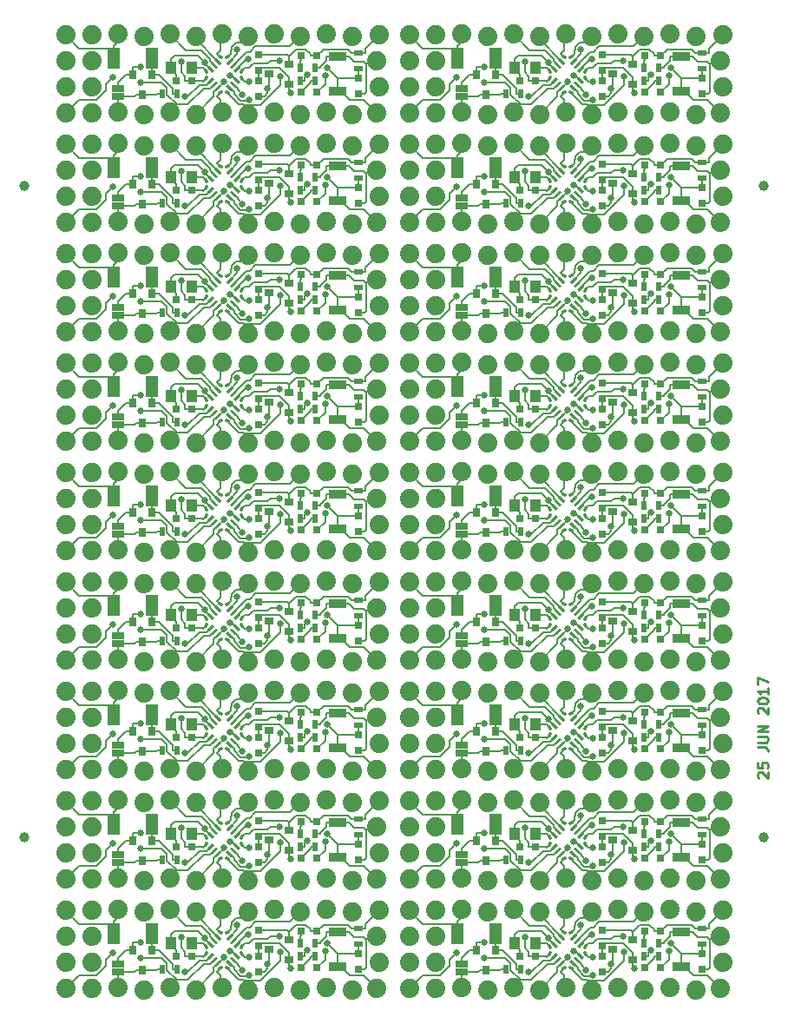
<source format=gtl>
G04 #@! TF.FileFunction,Copper,L1,Top,Signal*
%FSLAX46Y46*%
G04 Gerber Fmt 4.6, Leading zero omitted, Abs format (unit mm)*
G04 Created by KiCad (PCBNEW 4.0.6-e0-6349~53~ubuntu16.04.1) date Sun Jun 25 16:08:35 2017*
%MOMM*%
%LPD*%
G01*
G04 APERTURE LIST*
%ADD10C,0.100000*%
%ADD11C,0.250000*%
%ADD12C,1.000000*%
%ADD13R,1.270000X0.635000*%
%ADD14R,0.500000X0.900000*%
%ADD15R,0.900000X0.500000*%
%ADD16R,0.900000X0.800000*%
%ADD17R,1.250000X2.000000*%
%ADD18R,0.800000X0.900000*%
%ADD19R,0.800000X0.750000*%
%ADD20R,0.750000X0.800000*%
%ADD21R,0.800000X0.800000*%
%ADD22R,1.000000X1.250000*%
%ADD23C,1.879600*%
%ADD24R,1.700000X0.900000*%
%ADD25C,0.300000*%
%ADD26C,0.635000*%
%ADD27C,0.152400*%
G04 APERTURE END LIST*
D10*
D11*
X69143619Y-73945143D02*
X69096000Y-73897524D01*
X69048381Y-73802286D01*
X69048381Y-73564190D01*
X69096000Y-73468952D01*
X69143619Y-73421333D01*
X69238857Y-73373714D01*
X69334095Y-73373714D01*
X69476952Y-73421333D01*
X70048381Y-73992762D01*
X70048381Y-73373714D01*
X69048381Y-72468952D02*
X69048381Y-72945143D01*
X69524571Y-72992762D01*
X69476952Y-72945143D01*
X69429333Y-72849905D01*
X69429333Y-72611809D01*
X69476952Y-72516571D01*
X69524571Y-72468952D01*
X69619810Y-72421333D01*
X69857905Y-72421333D01*
X69953143Y-72468952D01*
X70000762Y-72516571D01*
X70048381Y-72611809D01*
X70048381Y-72849905D01*
X70000762Y-72945143D01*
X69953143Y-72992762D01*
X69048381Y-70945142D02*
X69762667Y-70945142D01*
X69905524Y-70992762D01*
X70000762Y-71088000D01*
X70048381Y-71230857D01*
X70048381Y-71326095D01*
X69048381Y-70468952D02*
X69857905Y-70468952D01*
X69953143Y-70421333D01*
X70000762Y-70373714D01*
X70048381Y-70278476D01*
X70048381Y-70087999D01*
X70000762Y-69992761D01*
X69953143Y-69945142D01*
X69857905Y-69897523D01*
X69048381Y-69897523D01*
X70048381Y-69421333D02*
X69048381Y-69421333D01*
X70048381Y-68849904D01*
X69048381Y-68849904D01*
X69143619Y-67659428D02*
X69096000Y-67611809D01*
X69048381Y-67516571D01*
X69048381Y-67278475D01*
X69096000Y-67183237D01*
X69143619Y-67135618D01*
X69238857Y-67087999D01*
X69334095Y-67087999D01*
X69476952Y-67135618D01*
X70048381Y-67707047D01*
X70048381Y-67087999D01*
X69048381Y-66468952D02*
X69048381Y-66373713D01*
X69096000Y-66278475D01*
X69143619Y-66230856D01*
X69238857Y-66183237D01*
X69429333Y-66135618D01*
X69667429Y-66135618D01*
X69857905Y-66183237D01*
X69953143Y-66230856D01*
X70000762Y-66278475D01*
X70048381Y-66373713D01*
X70048381Y-66468952D01*
X70000762Y-66564190D01*
X69953143Y-66611809D01*
X69857905Y-66659428D01*
X69667429Y-66707047D01*
X69429333Y-66707047D01*
X69238857Y-66659428D01*
X69143619Y-66611809D01*
X69096000Y-66564190D01*
X69048381Y-66468952D01*
X70048381Y-65183237D02*
X70048381Y-65754666D01*
X70048381Y-65468952D02*
X69048381Y-65468952D01*
X69191238Y-65564190D01*
X69286476Y-65659428D01*
X69334095Y-65754666D01*
X69048381Y-64849904D02*
X69048381Y-64183237D01*
X70048381Y-64611809D01*
D12*
X69596000Y-79756000D03*
X-2540000Y-79756000D03*
X-2540000Y-16256000D03*
D13*
X40132000Y-92862400D03*
X40132000Y-92049600D03*
D14*
X44462000Y-92583000D03*
X45962000Y-92583000D03*
X57924000Y-90043000D03*
X59424000Y-90043000D03*
X59424000Y-91313000D03*
X57924000Y-91313000D03*
D15*
X63627000Y-88658000D03*
X63627000Y-90158000D03*
D16*
X56880000Y-91628000D03*
X56880000Y-89728000D03*
X54880000Y-90678000D03*
D17*
X43501000Y-89154000D03*
X39751000Y-89154000D03*
D18*
X43495000Y-90694000D03*
X41595000Y-90694000D03*
X42545000Y-92694000D03*
D19*
X45859000Y-91313000D03*
X47359000Y-91313000D03*
D20*
X53848000Y-88785000D03*
X53848000Y-90285000D03*
X53848000Y-92825000D03*
X53848000Y-91325000D03*
X63627000Y-91071000D03*
X63627000Y-92571000D03*
D21*
X59601000Y-88900000D03*
X58001000Y-88900000D03*
X59601000Y-92456000D03*
X58001000Y-92456000D03*
D22*
X47355000Y-90043000D03*
X45355000Y-90043000D03*
D23*
X40132000Y-86741000D03*
X42672000Y-86995000D03*
X45212000Y-86741000D03*
X47752000Y-86995000D03*
X50292000Y-86741000D03*
X52832000Y-86995000D03*
X55372000Y-86741000D03*
X57912000Y-86995000D03*
X60452000Y-86741000D03*
X62992000Y-86995000D03*
X40132000Y-94361000D03*
X42672000Y-94615000D03*
X45212000Y-94361000D03*
X47752000Y-94615000D03*
X50292000Y-94361000D03*
X52832000Y-94615000D03*
X55372000Y-94361000D03*
X57912000Y-94615000D03*
X60452000Y-94361000D03*
X62992000Y-94615000D03*
D24*
X61595000Y-92378000D03*
X61595000Y-88978000D03*
D23*
X65405000Y-94488000D03*
X65659000Y-91948000D03*
X65405000Y-89408000D03*
X65659000Y-86868000D03*
X35052000Y-86868000D03*
X37592000Y-86868000D03*
X35052000Y-89408000D03*
X37592000Y-89408000D03*
X35052000Y-91948000D03*
X37592000Y-91948000D03*
X35052000Y-94488000D03*
X37592000Y-94488000D03*
D25*
X50111091Y-88939077D02*
X50252513Y-89080499D01*
D10*
G36*
X48873655Y-90035094D02*
X49085787Y-89822962D01*
X49580761Y-90317936D01*
X49368629Y-90530068D01*
X48873655Y-90035094D01*
X48873655Y-90035094D01*
G37*
G36*
X49439340Y-92014992D02*
X49227208Y-91802860D01*
X49722182Y-91307886D01*
X49934314Y-91520018D01*
X49439340Y-92014992D01*
X49439340Y-92014992D01*
G37*
G36*
X49227208Y-89681540D02*
X49439340Y-89469408D01*
X49934314Y-89964382D01*
X49722182Y-90176514D01*
X49227208Y-89681540D01*
X49227208Y-89681540D01*
G37*
G36*
X49085787Y-91661438D02*
X48873655Y-91449306D01*
X49368629Y-90954332D01*
X49580761Y-91166464D01*
X49085787Y-91661438D01*
X49085787Y-91661438D01*
G37*
G36*
X51631371Y-90530068D02*
X51419239Y-90317936D01*
X51914213Y-89822962D01*
X52126345Y-90035094D01*
X51631371Y-90530068D01*
X51631371Y-90530068D01*
G37*
G36*
X49792894Y-92368545D02*
X49580762Y-92156413D01*
X50075736Y-91661439D01*
X50287868Y-91873571D01*
X49792894Y-92368545D01*
X49792894Y-92368545D01*
G37*
G36*
X51277818Y-90176514D02*
X51065686Y-89964382D01*
X51560660Y-89469408D01*
X51772792Y-89681540D01*
X51277818Y-90176514D01*
X51277818Y-90176514D01*
G37*
G36*
X50924264Y-89822961D02*
X50712132Y-89610829D01*
X51207106Y-89115855D01*
X51419238Y-89327987D01*
X50924264Y-89822961D01*
X50924264Y-89822961D01*
G37*
G36*
X51065686Y-91520018D02*
X51277818Y-91307886D01*
X51772792Y-91802860D01*
X51560660Y-92014992D01*
X51065686Y-91520018D01*
X51065686Y-91520018D01*
G37*
G36*
X50712132Y-91873571D02*
X50924264Y-91661439D01*
X51419238Y-92156413D01*
X51207106Y-92368545D01*
X50712132Y-91873571D01*
X50712132Y-91873571D01*
G37*
G36*
X51419239Y-91166464D02*
X51631371Y-90954332D01*
X52126345Y-91449306D01*
X51914213Y-91661438D01*
X51419239Y-91166464D01*
X51419239Y-91166464D01*
G37*
G36*
X49580762Y-89327987D02*
X49792894Y-89115855D01*
X50287868Y-89610829D01*
X50075736Y-89822961D01*
X49580762Y-89327987D01*
X49580762Y-89327987D01*
G37*
D25*
X48696877Y-90353291D02*
X48838299Y-90494713D01*
X50747487Y-89080499D02*
X50888909Y-88939077D01*
X48696877Y-91131109D02*
X48838299Y-90989687D01*
X52161701Y-90989687D02*
X52303123Y-91131109D01*
X50747487Y-92403901D02*
X50888909Y-92545323D01*
X50111091Y-92545323D02*
X50252513Y-92403901D01*
X52161701Y-90494713D02*
X52303123Y-90353291D01*
D13*
X40132000Y-82194400D03*
X40132000Y-81381600D03*
D14*
X44462000Y-81915000D03*
X45962000Y-81915000D03*
X57924000Y-79375000D03*
X59424000Y-79375000D03*
X59424000Y-80645000D03*
X57924000Y-80645000D03*
D15*
X63627000Y-77990000D03*
X63627000Y-79490000D03*
D16*
X56880000Y-80960000D03*
X56880000Y-79060000D03*
X54880000Y-80010000D03*
D17*
X43501000Y-78486000D03*
X39751000Y-78486000D03*
D18*
X43495000Y-80026000D03*
X41595000Y-80026000D03*
X42545000Y-82026000D03*
D19*
X45859000Y-80645000D03*
X47359000Y-80645000D03*
D20*
X53848000Y-78117000D03*
X53848000Y-79617000D03*
X53848000Y-82157000D03*
X53848000Y-80657000D03*
X63627000Y-80403000D03*
X63627000Y-81903000D03*
D21*
X59601000Y-78232000D03*
X58001000Y-78232000D03*
X59601000Y-81788000D03*
X58001000Y-81788000D03*
D22*
X47355000Y-79375000D03*
X45355000Y-79375000D03*
D23*
X40132000Y-76073000D03*
X42672000Y-76327000D03*
X45212000Y-76073000D03*
X47752000Y-76327000D03*
X50292000Y-76073000D03*
X52832000Y-76327000D03*
X55372000Y-76073000D03*
X57912000Y-76327000D03*
X60452000Y-76073000D03*
X62992000Y-76327000D03*
X40132000Y-83693000D03*
X42672000Y-83947000D03*
X45212000Y-83693000D03*
X47752000Y-83947000D03*
X50292000Y-83693000D03*
X52832000Y-83947000D03*
X55372000Y-83693000D03*
X57912000Y-83947000D03*
X60452000Y-83693000D03*
X62992000Y-83947000D03*
D24*
X61595000Y-81710000D03*
X61595000Y-78310000D03*
D23*
X65405000Y-83820000D03*
X65659000Y-81280000D03*
X65405000Y-78740000D03*
X65659000Y-76200000D03*
X35052000Y-76200000D03*
X37592000Y-76200000D03*
X35052000Y-78740000D03*
X37592000Y-78740000D03*
X35052000Y-81280000D03*
X37592000Y-81280000D03*
X35052000Y-83820000D03*
X37592000Y-83820000D03*
D25*
X50111091Y-78271077D02*
X50252513Y-78412499D01*
D10*
G36*
X48873655Y-79367094D02*
X49085787Y-79154962D01*
X49580761Y-79649936D01*
X49368629Y-79862068D01*
X48873655Y-79367094D01*
X48873655Y-79367094D01*
G37*
G36*
X49439340Y-81346992D02*
X49227208Y-81134860D01*
X49722182Y-80639886D01*
X49934314Y-80852018D01*
X49439340Y-81346992D01*
X49439340Y-81346992D01*
G37*
G36*
X49227208Y-79013540D02*
X49439340Y-78801408D01*
X49934314Y-79296382D01*
X49722182Y-79508514D01*
X49227208Y-79013540D01*
X49227208Y-79013540D01*
G37*
G36*
X49085787Y-80993438D02*
X48873655Y-80781306D01*
X49368629Y-80286332D01*
X49580761Y-80498464D01*
X49085787Y-80993438D01*
X49085787Y-80993438D01*
G37*
G36*
X51631371Y-79862068D02*
X51419239Y-79649936D01*
X51914213Y-79154962D01*
X52126345Y-79367094D01*
X51631371Y-79862068D01*
X51631371Y-79862068D01*
G37*
G36*
X49792894Y-81700545D02*
X49580762Y-81488413D01*
X50075736Y-80993439D01*
X50287868Y-81205571D01*
X49792894Y-81700545D01*
X49792894Y-81700545D01*
G37*
G36*
X51277818Y-79508514D02*
X51065686Y-79296382D01*
X51560660Y-78801408D01*
X51772792Y-79013540D01*
X51277818Y-79508514D01*
X51277818Y-79508514D01*
G37*
G36*
X50924264Y-79154961D02*
X50712132Y-78942829D01*
X51207106Y-78447855D01*
X51419238Y-78659987D01*
X50924264Y-79154961D01*
X50924264Y-79154961D01*
G37*
G36*
X51065686Y-80852018D02*
X51277818Y-80639886D01*
X51772792Y-81134860D01*
X51560660Y-81346992D01*
X51065686Y-80852018D01*
X51065686Y-80852018D01*
G37*
G36*
X50712132Y-81205571D02*
X50924264Y-80993439D01*
X51419238Y-81488413D01*
X51207106Y-81700545D01*
X50712132Y-81205571D01*
X50712132Y-81205571D01*
G37*
G36*
X51419239Y-80498464D02*
X51631371Y-80286332D01*
X52126345Y-80781306D01*
X51914213Y-80993438D01*
X51419239Y-80498464D01*
X51419239Y-80498464D01*
G37*
G36*
X49580762Y-78659987D02*
X49792894Y-78447855D01*
X50287868Y-78942829D01*
X50075736Y-79154961D01*
X49580762Y-78659987D01*
X49580762Y-78659987D01*
G37*
D25*
X48696877Y-79685291D02*
X48838299Y-79826713D01*
X50747487Y-78412499D02*
X50888909Y-78271077D01*
X48696877Y-80463109D02*
X48838299Y-80321687D01*
X52161701Y-80321687D02*
X52303123Y-80463109D01*
X50747487Y-81735901D02*
X50888909Y-81877323D01*
X50111091Y-81877323D02*
X50252513Y-81735901D01*
X52161701Y-79826713D02*
X52303123Y-79685291D01*
D13*
X40132000Y-71526400D03*
X40132000Y-70713600D03*
D14*
X44462000Y-71247000D03*
X45962000Y-71247000D03*
X57924000Y-68707000D03*
X59424000Y-68707000D03*
X59424000Y-69977000D03*
X57924000Y-69977000D03*
D15*
X63627000Y-67322000D03*
X63627000Y-68822000D03*
D16*
X56880000Y-70292000D03*
X56880000Y-68392000D03*
X54880000Y-69342000D03*
D17*
X43501000Y-67818000D03*
X39751000Y-67818000D03*
D18*
X43495000Y-69358000D03*
X41595000Y-69358000D03*
X42545000Y-71358000D03*
D19*
X45859000Y-69977000D03*
X47359000Y-69977000D03*
D20*
X53848000Y-67449000D03*
X53848000Y-68949000D03*
X53848000Y-71489000D03*
X53848000Y-69989000D03*
X63627000Y-69735000D03*
X63627000Y-71235000D03*
D21*
X59601000Y-67564000D03*
X58001000Y-67564000D03*
X59601000Y-71120000D03*
X58001000Y-71120000D03*
D22*
X47355000Y-68707000D03*
X45355000Y-68707000D03*
D23*
X40132000Y-65405000D03*
X42672000Y-65659000D03*
X45212000Y-65405000D03*
X47752000Y-65659000D03*
X50292000Y-65405000D03*
X52832000Y-65659000D03*
X55372000Y-65405000D03*
X57912000Y-65659000D03*
X60452000Y-65405000D03*
X62992000Y-65659000D03*
X40132000Y-73025000D03*
X42672000Y-73279000D03*
X45212000Y-73025000D03*
X47752000Y-73279000D03*
X50292000Y-73025000D03*
X52832000Y-73279000D03*
X55372000Y-73025000D03*
X57912000Y-73279000D03*
X60452000Y-73025000D03*
X62992000Y-73279000D03*
D24*
X61595000Y-71042000D03*
X61595000Y-67642000D03*
D23*
X65405000Y-73152000D03*
X65659000Y-70612000D03*
X65405000Y-68072000D03*
X65659000Y-65532000D03*
X35052000Y-65532000D03*
X37592000Y-65532000D03*
X35052000Y-68072000D03*
X37592000Y-68072000D03*
X35052000Y-70612000D03*
X37592000Y-70612000D03*
X35052000Y-73152000D03*
X37592000Y-73152000D03*
D25*
X50111091Y-67603077D02*
X50252513Y-67744499D01*
D10*
G36*
X48873655Y-68699094D02*
X49085787Y-68486962D01*
X49580761Y-68981936D01*
X49368629Y-69194068D01*
X48873655Y-68699094D01*
X48873655Y-68699094D01*
G37*
G36*
X49439340Y-70678992D02*
X49227208Y-70466860D01*
X49722182Y-69971886D01*
X49934314Y-70184018D01*
X49439340Y-70678992D01*
X49439340Y-70678992D01*
G37*
G36*
X49227208Y-68345540D02*
X49439340Y-68133408D01*
X49934314Y-68628382D01*
X49722182Y-68840514D01*
X49227208Y-68345540D01*
X49227208Y-68345540D01*
G37*
G36*
X49085787Y-70325438D02*
X48873655Y-70113306D01*
X49368629Y-69618332D01*
X49580761Y-69830464D01*
X49085787Y-70325438D01*
X49085787Y-70325438D01*
G37*
G36*
X51631371Y-69194068D02*
X51419239Y-68981936D01*
X51914213Y-68486962D01*
X52126345Y-68699094D01*
X51631371Y-69194068D01*
X51631371Y-69194068D01*
G37*
G36*
X49792894Y-71032545D02*
X49580762Y-70820413D01*
X50075736Y-70325439D01*
X50287868Y-70537571D01*
X49792894Y-71032545D01*
X49792894Y-71032545D01*
G37*
G36*
X51277818Y-68840514D02*
X51065686Y-68628382D01*
X51560660Y-68133408D01*
X51772792Y-68345540D01*
X51277818Y-68840514D01*
X51277818Y-68840514D01*
G37*
G36*
X50924264Y-68486961D02*
X50712132Y-68274829D01*
X51207106Y-67779855D01*
X51419238Y-67991987D01*
X50924264Y-68486961D01*
X50924264Y-68486961D01*
G37*
G36*
X51065686Y-70184018D02*
X51277818Y-69971886D01*
X51772792Y-70466860D01*
X51560660Y-70678992D01*
X51065686Y-70184018D01*
X51065686Y-70184018D01*
G37*
G36*
X50712132Y-70537571D02*
X50924264Y-70325439D01*
X51419238Y-70820413D01*
X51207106Y-71032545D01*
X50712132Y-70537571D01*
X50712132Y-70537571D01*
G37*
G36*
X51419239Y-69830464D02*
X51631371Y-69618332D01*
X52126345Y-70113306D01*
X51914213Y-70325438D01*
X51419239Y-69830464D01*
X51419239Y-69830464D01*
G37*
G36*
X49580762Y-67991987D02*
X49792894Y-67779855D01*
X50287868Y-68274829D01*
X50075736Y-68486961D01*
X49580762Y-67991987D01*
X49580762Y-67991987D01*
G37*
D25*
X48696877Y-69017291D02*
X48838299Y-69158713D01*
X50747487Y-67744499D02*
X50888909Y-67603077D01*
X48696877Y-69795109D02*
X48838299Y-69653687D01*
X52161701Y-69653687D02*
X52303123Y-69795109D01*
X50747487Y-71067901D02*
X50888909Y-71209323D01*
X50111091Y-71209323D02*
X50252513Y-71067901D01*
X52161701Y-69158713D02*
X52303123Y-69017291D01*
D13*
X40132000Y-60858400D03*
X40132000Y-60045600D03*
D14*
X44462000Y-60579000D03*
X45962000Y-60579000D03*
X57924000Y-58039000D03*
X59424000Y-58039000D03*
X59424000Y-59309000D03*
X57924000Y-59309000D03*
D15*
X63627000Y-56654000D03*
X63627000Y-58154000D03*
D16*
X56880000Y-59624000D03*
X56880000Y-57724000D03*
X54880000Y-58674000D03*
D17*
X43501000Y-57150000D03*
X39751000Y-57150000D03*
D18*
X43495000Y-58690000D03*
X41595000Y-58690000D03*
X42545000Y-60690000D03*
D19*
X45859000Y-59309000D03*
X47359000Y-59309000D03*
D20*
X53848000Y-56781000D03*
X53848000Y-58281000D03*
X53848000Y-60821000D03*
X53848000Y-59321000D03*
X63627000Y-59067000D03*
X63627000Y-60567000D03*
D21*
X59601000Y-56896000D03*
X58001000Y-56896000D03*
X59601000Y-60452000D03*
X58001000Y-60452000D03*
D22*
X47355000Y-58039000D03*
X45355000Y-58039000D03*
D23*
X40132000Y-54737000D03*
X42672000Y-54991000D03*
X45212000Y-54737000D03*
X47752000Y-54991000D03*
X50292000Y-54737000D03*
X52832000Y-54991000D03*
X55372000Y-54737000D03*
X57912000Y-54991000D03*
X60452000Y-54737000D03*
X62992000Y-54991000D03*
X40132000Y-62357000D03*
X42672000Y-62611000D03*
X45212000Y-62357000D03*
X47752000Y-62611000D03*
X50292000Y-62357000D03*
X52832000Y-62611000D03*
X55372000Y-62357000D03*
X57912000Y-62611000D03*
X60452000Y-62357000D03*
X62992000Y-62611000D03*
D24*
X61595000Y-60374000D03*
X61595000Y-56974000D03*
D23*
X65405000Y-62484000D03*
X65659000Y-59944000D03*
X65405000Y-57404000D03*
X65659000Y-54864000D03*
X35052000Y-54864000D03*
X37592000Y-54864000D03*
X35052000Y-57404000D03*
X37592000Y-57404000D03*
X35052000Y-59944000D03*
X37592000Y-59944000D03*
X35052000Y-62484000D03*
X37592000Y-62484000D03*
D25*
X50111091Y-56935077D02*
X50252513Y-57076499D01*
D10*
G36*
X48873655Y-58031094D02*
X49085787Y-57818962D01*
X49580761Y-58313936D01*
X49368629Y-58526068D01*
X48873655Y-58031094D01*
X48873655Y-58031094D01*
G37*
G36*
X49439340Y-60010992D02*
X49227208Y-59798860D01*
X49722182Y-59303886D01*
X49934314Y-59516018D01*
X49439340Y-60010992D01*
X49439340Y-60010992D01*
G37*
G36*
X49227208Y-57677540D02*
X49439340Y-57465408D01*
X49934314Y-57960382D01*
X49722182Y-58172514D01*
X49227208Y-57677540D01*
X49227208Y-57677540D01*
G37*
G36*
X49085787Y-59657438D02*
X48873655Y-59445306D01*
X49368629Y-58950332D01*
X49580761Y-59162464D01*
X49085787Y-59657438D01*
X49085787Y-59657438D01*
G37*
G36*
X51631371Y-58526068D02*
X51419239Y-58313936D01*
X51914213Y-57818962D01*
X52126345Y-58031094D01*
X51631371Y-58526068D01*
X51631371Y-58526068D01*
G37*
G36*
X49792894Y-60364545D02*
X49580762Y-60152413D01*
X50075736Y-59657439D01*
X50287868Y-59869571D01*
X49792894Y-60364545D01*
X49792894Y-60364545D01*
G37*
G36*
X51277818Y-58172514D02*
X51065686Y-57960382D01*
X51560660Y-57465408D01*
X51772792Y-57677540D01*
X51277818Y-58172514D01*
X51277818Y-58172514D01*
G37*
G36*
X50924264Y-57818961D02*
X50712132Y-57606829D01*
X51207106Y-57111855D01*
X51419238Y-57323987D01*
X50924264Y-57818961D01*
X50924264Y-57818961D01*
G37*
G36*
X51065686Y-59516018D02*
X51277818Y-59303886D01*
X51772792Y-59798860D01*
X51560660Y-60010992D01*
X51065686Y-59516018D01*
X51065686Y-59516018D01*
G37*
G36*
X50712132Y-59869571D02*
X50924264Y-59657439D01*
X51419238Y-60152413D01*
X51207106Y-60364545D01*
X50712132Y-59869571D01*
X50712132Y-59869571D01*
G37*
G36*
X51419239Y-59162464D02*
X51631371Y-58950332D01*
X52126345Y-59445306D01*
X51914213Y-59657438D01*
X51419239Y-59162464D01*
X51419239Y-59162464D01*
G37*
G36*
X49580762Y-57323987D02*
X49792894Y-57111855D01*
X50287868Y-57606829D01*
X50075736Y-57818961D01*
X49580762Y-57323987D01*
X49580762Y-57323987D01*
G37*
D25*
X48696877Y-58349291D02*
X48838299Y-58490713D01*
X50747487Y-57076499D02*
X50888909Y-56935077D01*
X48696877Y-59127109D02*
X48838299Y-58985687D01*
X52161701Y-58985687D02*
X52303123Y-59127109D01*
X50747487Y-60399901D02*
X50888909Y-60541323D01*
X50111091Y-60541323D02*
X50252513Y-60399901D01*
X52161701Y-58490713D02*
X52303123Y-58349291D01*
D13*
X40132000Y-50190400D03*
X40132000Y-49377600D03*
D14*
X44462000Y-49911000D03*
X45962000Y-49911000D03*
X57924000Y-47371000D03*
X59424000Y-47371000D03*
X59424000Y-48641000D03*
X57924000Y-48641000D03*
D15*
X63627000Y-45986000D03*
X63627000Y-47486000D03*
D16*
X56880000Y-48956000D03*
X56880000Y-47056000D03*
X54880000Y-48006000D03*
D17*
X43501000Y-46482000D03*
X39751000Y-46482000D03*
D18*
X43495000Y-48022000D03*
X41595000Y-48022000D03*
X42545000Y-50022000D03*
D19*
X45859000Y-48641000D03*
X47359000Y-48641000D03*
D20*
X53848000Y-46113000D03*
X53848000Y-47613000D03*
X53848000Y-50153000D03*
X53848000Y-48653000D03*
X63627000Y-48399000D03*
X63627000Y-49899000D03*
D21*
X59601000Y-46228000D03*
X58001000Y-46228000D03*
X59601000Y-49784000D03*
X58001000Y-49784000D03*
D22*
X47355000Y-47371000D03*
X45355000Y-47371000D03*
D23*
X40132000Y-44069000D03*
X42672000Y-44323000D03*
X45212000Y-44069000D03*
X47752000Y-44323000D03*
X50292000Y-44069000D03*
X52832000Y-44323000D03*
X55372000Y-44069000D03*
X57912000Y-44323000D03*
X60452000Y-44069000D03*
X62992000Y-44323000D03*
X40132000Y-51689000D03*
X42672000Y-51943000D03*
X45212000Y-51689000D03*
X47752000Y-51943000D03*
X50292000Y-51689000D03*
X52832000Y-51943000D03*
X55372000Y-51689000D03*
X57912000Y-51943000D03*
X60452000Y-51689000D03*
X62992000Y-51943000D03*
D24*
X61595000Y-49706000D03*
X61595000Y-46306000D03*
D23*
X65405000Y-51816000D03*
X65659000Y-49276000D03*
X65405000Y-46736000D03*
X65659000Y-44196000D03*
X35052000Y-44196000D03*
X37592000Y-44196000D03*
X35052000Y-46736000D03*
X37592000Y-46736000D03*
X35052000Y-49276000D03*
X37592000Y-49276000D03*
X35052000Y-51816000D03*
X37592000Y-51816000D03*
D25*
X50111091Y-46267077D02*
X50252513Y-46408499D01*
D10*
G36*
X48873655Y-47363094D02*
X49085787Y-47150962D01*
X49580761Y-47645936D01*
X49368629Y-47858068D01*
X48873655Y-47363094D01*
X48873655Y-47363094D01*
G37*
G36*
X49439340Y-49342992D02*
X49227208Y-49130860D01*
X49722182Y-48635886D01*
X49934314Y-48848018D01*
X49439340Y-49342992D01*
X49439340Y-49342992D01*
G37*
G36*
X49227208Y-47009540D02*
X49439340Y-46797408D01*
X49934314Y-47292382D01*
X49722182Y-47504514D01*
X49227208Y-47009540D01*
X49227208Y-47009540D01*
G37*
G36*
X49085787Y-48989438D02*
X48873655Y-48777306D01*
X49368629Y-48282332D01*
X49580761Y-48494464D01*
X49085787Y-48989438D01*
X49085787Y-48989438D01*
G37*
G36*
X51631371Y-47858068D02*
X51419239Y-47645936D01*
X51914213Y-47150962D01*
X52126345Y-47363094D01*
X51631371Y-47858068D01*
X51631371Y-47858068D01*
G37*
G36*
X49792894Y-49696545D02*
X49580762Y-49484413D01*
X50075736Y-48989439D01*
X50287868Y-49201571D01*
X49792894Y-49696545D01*
X49792894Y-49696545D01*
G37*
G36*
X51277818Y-47504514D02*
X51065686Y-47292382D01*
X51560660Y-46797408D01*
X51772792Y-47009540D01*
X51277818Y-47504514D01*
X51277818Y-47504514D01*
G37*
G36*
X50924264Y-47150961D02*
X50712132Y-46938829D01*
X51207106Y-46443855D01*
X51419238Y-46655987D01*
X50924264Y-47150961D01*
X50924264Y-47150961D01*
G37*
G36*
X51065686Y-48848018D02*
X51277818Y-48635886D01*
X51772792Y-49130860D01*
X51560660Y-49342992D01*
X51065686Y-48848018D01*
X51065686Y-48848018D01*
G37*
G36*
X50712132Y-49201571D02*
X50924264Y-48989439D01*
X51419238Y-49484413D01*
X51207106Y-49696545D01*
X50712132Y-49201571D01*
X50712132Y-49201571D01*
G37*
G36*
X51419239Y-48494464D02*
X51631371Y-48282332D01*
X52126345Y-48777306D01*
X51914213Y-48989438D01*
X51419239Y-48494464D01*
X51419239Y-48494464D01*
G37*
G36*
X49580762Y-46655987D02*
X49792894Y-46443855D01*
X50287868Y-46938829D01*
X50075736Y-47150961D01*
X49580762Y-46655987D01*
X49580762Y-46655987D01*
G37*
D25*
X48696877Y-47681291D02*
X48838299Y-47822713D01*
X50747487Y-46408499D02*
X50888909Y-46267077D01*
X48696877Y-48459109D02*
X48838299Y-48317687D01*
X52161701Y-48317687D02*
X52303123Y-48459109D01*
X50747487Y-49731901D02*
X50888909Y-49873323D01*
X50111091Y-49873323D02*
X50252513Y-49731901D01*
X52161701Y-47822713D02*
X52303123Y-47681291D01*
D13*
X40132000Y-39522400D03*
X40132000Y-38709600D03*
D14*
X44462000Y-39243000D03*
X45962000Y-39243000D03*
X57924000Y-36703000D03*
X59424000Y-36703000D03*
X59424000Y-37973000D03*
X57924000Y-37973000D03*
D15*
X63627000Y-35318000D03*
X63627000Y-36818000D03*
D16*
X56880000Y-38288000D03*
X56880000Y-36388000D03*
X54880000Y-37338000D03*
D17*
X43501000Y-35814000D03*
X39751000Y-35814000D03*
D18*
X43495000Y-37354000D03*
X41595000Y-37354000D03*
X42545000Y-39354000D03*
D19*
X45859000Y-37973000D03*
X47359000Y-37973000D03*
D20*
X53848000Y-35445000D03*
X53848000Y-36945000D03*
X53848000Y-39485000D03*
X53848000Y-37985000D03*
X63627000Y-37731000D03*
X63627000Y-39231000D03*
D21*
X59601000Y-35560000D03*
X58001000Y-35560000D03*
X59601000Y-39116000D03*
X58001000Y-39116000D03*
D22*
X47355000Y-36703000D03*
X45355000Y-36703000D03*
D23*
X40132000Y-33401000D03*
X42672000Y-33655000D03*
X45212000Y-33401000D03*
X47752000Y-33655000D03*
X50292000Y-33401000D03*
X52832000Y-33655000D03*
X55372000Y-33401000D03*
X57912000Y-33655000D03*
X60452000Y-33401000D03*
X62992000Y-33655000D03*
X40132000Y-41021000D03*
X42672000Y-41275000D03*
X45212000Y-41021000D03*
X47752000Y-41275000D03*
X50292000Y-41021000D03*
X52832000Y-41275000D03*
X55372000Y-41021000D03*
X57912000Y-41275000D03*
X60452000Y-41021000D03*
X62992000Y-41275000D03*
D24*
X61595000Y-39038000D03*
X61595000Y-35638000D03*
D23*
X65405000Y-41148000D03*
X65659000Y-38608000D03*
X65405000Y-36068000D03*
X65659000Y-33528000D03*
X35052000Y-33528000D03*
X37592000Y-33528000D03*
X35052000Y-36068000D03*
X37592000Y-36068000D03*
X35052000Y-38608000D03*
X37592000Y-38608000D03*
X35052000Y-41148000D03*
X37592000Y-41148000D03*
D25*
X50111091Y-35599077D02*
X50252513Y-35740499D01*
D10*
G36*
X48873655Y-36695094D02*
X49085787Y-36482962D01*
X49580761Y-36977936D01*
X49368629Y-37190068D01*
X48873655Y-36695094D01*
X48873655Y-36695094D01*
G37*
G36*
X49439340Y-38674992D02*
X49227208Y-38462860D01*
X49722182Y-37967886D01*
X49934314Y-38180018D01*
X49439340Y-38674992D01*
X49439340Y-38674992D01*
G37*
G36*
X49227208Y-36341540D02*
X49439340Y-36129408D01*
X49934314Y-36624382D01*
X49722182Y-36836514D01*
X49227208Y-36341540D01*
X49227208Y-36341540D01*
G37*
G36*
X49085787Y-38321438D02*
X48873655Y-38109306D01*
X49368629Y-37614332D01*
X49580761Y-37826464D01*
X49085787Y-38321438D01*
X49085787Y-38321438D01*
G37*
G36*
X51631371Y-37190068D02*
X51419239Y-36977936D01*
X51914213Y-36482962D01*
X52126345Y-36695094D01*
X51631371Y-37190068D01*
X51631371Y-37190068D01*
G37*
G36*
X49792894Y-39028545D02*
X49580762Y-38816413D01*
X50075736Y-38321439D01*
X50287868Y-38533571D01*
X49792894Y-39028545D01*
X49792894Y-39028545D01*
G37*
G36*
X51277818Y-36836514D02*
X51065686Y-36624382D01*
X51560660Y-36129408D01*
X51772792Y-36341540D01*
X51277818Y-36836514D01*
X51277818Y-36836514D01*
G37*
G36*
X50924264Y-36482961D02*
X50712132Y-36270829D01*
X51207106Y-35775855D01*
X51419238Y-35987987D01*
X50924264Y-36482961D01*
X50924264Y-36482961D01*
G37*
G36*
X51065686Y-38180018D02*
X51277818Y-37967886D01*
X51772792Y-38462860D01*
X51560660Y-38674992D01*
X51065686Y-38180018D01*
X51065686Y-38180018D01*
G37*
G36*
X50712132Y-38533571D02*
X50924264Y-38321439D01*
X51419238Y-38816413D01*
X51207106Y-39028545D01*
X50712132Y-38533571D01*
X50712132Y-38533571D01*
G37*
G36*
X51419239Y-37826464D02*
X51631371Y-37614332D01*
X52126345Y-38109306D01*
X51914213Y-38321438D01*
X51419239Y-37826464D01*
X51419239Y-37826464D01*
G37*
G36*
X49580762Y-35987987D02*
X49792894Y-35775855D01*
X50287868Y-36270829D01*
X50075736Y-36482961D01*
X49580762Y-35987987D01*
X49580762Y-35987987D01*
G37*
D25*
X48696877Y-37013291D02*
X48838299Y-37154713D01*
X50747487Y-35740499D02*
X50888909Y-35599077D01*
X48696877Y-37791109D02*
X48838299Y-37649687D01*
X52161701Y-37649687D02*
X52303123Y-37791109D01*
X50747487Y-39063901D02*
X50888909Y-39205323D01*
X50111091Y-39205323D02*
X50252513Y-39063901D01*
X52161701Y-37154713D02*
X52303123Y-37013291D01*
D13*
X40132000Y-28854400D03*
X40132000Y-28041600D03*
D14*
X44462000Y-28575000D03*
X45962000Y-28575000D03*
X57924000Y-26035000D03*
X59424000Y-26035000D03*
X59424000Y-27305000D03*
X57924000Y-27305000D03*
D15*
X63627000Y-24650000D03*
X63627000Y-26150000D03*
D16*
X56880000Y-27620000D03*
X56880000Y-25720000D03*
X54880000Y-26670000D03*
D17*
X43501000Y-25146000D03*
X39751000Y-25146000D03*
D18*
X43495000Y-26686000D03*
X41595000Y-26686000D03*
X42545000Y-28686000D03*
D19*
X45859000Y-27305000D03*
X47359000Y-27305000D03*
D20*
X53848000Y-24777000D03*
X53848000Y-26277000D03*
X53848000Y-28817000D03*
X53848000Y-27317000D03*
X63627000Y-27063000D03*
X63627000Y-28563000D03*
D21*
X59601000Y-24892000D03*
X58001000Y-24892000D03*
X59601000Y-28448000D03*
X58001000Y-28448000D03*
D22*
X47355000Y-26035000D03*
X45355000Y-26035000D03*
D23*
X40132000Y-22733000D03*
X42672000Y-22987000D03*
X45212000Y-22733000D03*
X47752000Y-22987000D03*
X50292000Y-22733000D03*
X52832000Y-22987000D03*
X55372000Y-22733000D03*
X57912000Y-22987000D03*
X60452000Y-22733000D03*
X62992000Y-22987000D03*
X40132000Y-30353000D03*
X42672000Y-30607000D03*
X45212000Y-30353000D03*
X47752000Y-30607000D03*
X50292000Y-30353000D03*
X52832000Y-30607000D03*
X55372000Y-30353000D03*
X57912000Y-30607000D03*
X60452000Y-30353000D03*
X62992000Y-30607000D03*
D24*
X61595000Y-28370000D03*
X61595000Y-24970000D03*
D23*
X65405000Y-30480000D03*
X65659000Y-27940000D03*
X65405000Y-25400000D03*
X65659000Y-22860000D03*
X35052000Y-22860000D03*
X37592000Y-22860000D03*
X35052000Y-25400000D03*
X37592000Y-25400000D03*
X35052000Y-27940000D03*
X37592000Y-27940000D03*
X35052000Y-30480000D03*
X37592000Y-30480000D03*
D25*
X50111091Y-24931077D02*
X50252513Y-25072499D01*
D10*
G36*
X48873655Y-26027094D02*
X49085787Y-25814962D01*
X49580761Y-26309936D01*
X49368629Y-26522068D01*
X48873655Y-26027094D01*
X48873655Y-26027094D01*
G37*
G36*
X49439340Y-28006992D02*
X49227208Y-27794860D01*
X49722182Y-27299886D01*
X49934314Y-27512018D01*
X49439340Y-28006992D01*
X49439340Y-28006992D01*
G37*
G36*
X49227208Y-25673540D02*
X49439340Y-25461408D01*
X49934314Y-25956382D01*
X49722182Y-26168514D01*
X49227208Y-25673540D01*
X49227208Y-25673540D01*
G37*
G36*
X49085787Y-27653438D02*
X48873655Y-27441306D01*
X49368629Y-26946332D01*
X49580761Y-27158464D01*
X49085787Y-27653438D01*
X49085787Y-27653438D01*
G37*
G36*
X51631371Y-26522068D02*
X51419239Y-26309936D01*
X51914213Y-25814962D01*
X52126345Y-26027094D01*
X51631371Y-26522068D01*
X51631371Y-26522068D01*
G37*
G36*
X49792894Y-28360545D02*
X49580762Y-28148413D01*
X50075736Y-27653439D01*
X50287868Y-27865571D01*
X49792894Y-28360545D01*
X49792894Y-28360545D01*
G37*
G36*
X51277818Y-26168514D02*
X51065686Y-25956382D01*
X51560660Y-25461408D01*
X51772792Y-25673540D01*
X51277818Y-26168514D01*
X51277818Y-26168514D01*
G37*
G36*
X50924264Y-25814961D02*
X50712132Y-25602829D01*
X51207106Y-25107855D01*
X51419238Y-25319987D01*
X50924264Y-25814961D01*
X50924264Y-25814961D01*
G37*
G36*
X51065686Y-27512018D02*
X51277818Y-27299886D01*
X51772792Y-27794860D01*
X51560660Y-28006992D01*
X51065686Y-27512018D01*
X51065686Y-27512018D01*
G37*
G36*
X50712132Y-27865571D02*
X50924264Y-27653439D01*
X51419238Y-28148413D01*
X51207106Y-28360545D01*
X50712132Y-27865571D01*
X50712132Y-27865571D01*
G37*
G36*
X51419239Y-27158464D02*
X51631371Y-26946332D01*
X52126345Y-27441306D01*
X51914213Y-27653438D01*
X51419239Y-27158464D01*
X51419239Y-27158464D01*
G37*
G36*
X49580762Y-25319987D02*
X49792894Y-25107855D01*
X50287868Y-25602829D01*
X50075736Y-25814961D01*
X49580762Y-25319987D01*
X49580762Y-25319987D01*
G37*
D25*
X48696877Y-26345291D02*
X48838299Y-26486713D01*
X50747487Y-25072499D02*
X50888909Y-24931077D01*
X48696877Y-27123109D02*
X48838299Y-26981687D01*
X52161701Y-26981687D02*
X52303123Y-27123109D01*
X50747487Y-28395901D02*
X50888909Y-28537323D01*
X50111091Y-28537323D02*
X50252513Y-28395901D01*
X52161701Y-26486713D02*
X52303123Y-26345291D01*
D13*
X40132000Y-18186400D03*
X40132000Y-17373600D03*
D14*
X44462000Y-17907000D03*
X45962000Y-17907000D03*
X57924000Y-15367000D03*
X59424000Y-15367000D03*
X59424000Y-16637000D03*
X57924000Y-16637000D03*
D15*
X63627000Y-13982000D03*
X63627000Y-15482000D03*
D16*
X56880000Y-16952000D03*
X56880000Y-15052000D03*
X54880000Y-16002000D03*
D17*
X43501000Y-14478000D03*
X39751000Y-14478000D03*
D18*
X43495000Y-16018000D03*
X41595000Y-16018000D03*
X42545000Y-18018000D03*
D19*
X45859000Y-16637000D03*
X47359000Y-16637000D03*
D20*
X53848000Y-14109000D03*
X53848000Y-15609000D03*
X53848000Y-18149000D03*
X53848000Y-16649000D03*
X63627000Y-16395000D03*
X63627000Y-17895000D03*
D21*
X59601000Y-14224000D03*
X58001000Y-14224000D03*
X59601000Y-17780000D03*
X58001000Y-17780000D03*
D22*
X47355000Y-15367000D03*
X45355000Y-15367000D03*
D23*
X40132000Y-12065000D03*
X42672000Y-12319000D03*
X45212000Y-12065000D03*
X47752000Y-12319000D03*
X50292000Y-12065000D03*
X52832000Y-12319000D03*
X55372000Y-12065000D03*
X57912000Y-12319000D03*
X60452000Y-12065000D03*
X62992000Y-12319000D03*
X40132000Y-19685000D03*
X42672000Y-19939000D03*
X45212000Y-19685000D03*
X47752000Y-19939000D03*
X50292000Y-19685000D03*
X52832000Y-19939000D03*
X55372000Y-19685000D03*
X57912000Y-19939000D03*
X60452000Y-19685000D03*
X62992000Y-19939000D03*
D24*
X61595000Y-17702000D03*
X61595000Y-14302000D03*
D23*
X65405000Y-19812000D03*
X65659000Y-17272000D03*
X65405000Y-14732000D03*
X65659000Y-12192000D03*
X35052000Y-12192000D03*
X37592000Y-12192000D03*
X35052000Y-14732000D03*
X37592000Y-14732000D03*
X35052000Y-17272000D03*
X37592000Y-17272000D03*
X35052000Y-19812000D03*
X37592000Y-19812000D03*
D25*
X50111091Y-14263077D02*
X50252513Y-14404499D01*
D10*
G36*
X48873655Y-15359094D02*
X49085787Y-15146962D01*
X49580761Y-15641936D01*
X49368629Y-15854068D01*
X48873655Y-15359094D01*
X48873655Y-15359094D01*
G37*
G36*
X49439340Y-17338992D02*
X49227208Y-17126860D01*
X49722182Y-16631886D01*
X49934314Y-16844018D01*
X49439340Y-17338992D01*
X49439340Y-17338992D01*
G37*
G36*
X49227208Y-15005540D02*
X49439340Y-14793408D01*
X49934314Y-15288382D01*
X49722182Y-15500514D01*
X49227208Y-15005540D01*
X49227208Y-15005540D01*
G37*
G36*
X49085787Y-16985438D02*
X48873655Y-16773306D01*
X49368629Y-16278332D01*
X49580761Y-16490464D01*
X49085787Y-16985438D01*
X49085787Y-16985438D01*
G37*
G36*
X51631371Y-15854068D02*
X51419239Y-15641936D01*
X51914213Y-15146962D01*
X52126345Y-15359094D01*
X51631371Y-15854068D01*
X51631371Y-15854068D01*
G37*
G36*
X49792894Y-17692545D02*
X49580762Y-17480413D01*
X50075736Y-16985439D01*
X50287868Y-17197571D01*
X49792894Y-17692545D01*
X49792894Y-17692545D01*
G37*
G36*
X51277818Y-15500514D02*
X51065686Y-15288382D01*
X51560660Y-14793408D01*
X51772792Y-15005540D01*
X51277818Y-15500514D01*
X51277818Y-15500514D01*
G37*
G36*
X50924264Y-15146961D02*
X50712132Y-14934829D01*
X51207106Y-14439855D01*
X51419238Y-14651987D01*
X50924264Y-15146961D01*
X50924264Y-15146961D01*
G37*
G36*
X51065686Y-16844018D02*
X51277818Y-16631886D01*
X51772792Y-17126860D01*
X51560660Y-17338992D01*
X51065686Y-16844018D01*
X51065686Y-16844018D01*
G37*
G36*
X50712132Y-17197571D02*
X50924264Y-16985439D01*
X51419238Y-17480413D01*
X51207106Y-17692545D01*
X50712132Y-17197571D01*
X50712132Y-17197571D01*
G37*
G36*
X51419239Y-16490464D02*
X51631371Y-16278332D01*
X52126345Y-16773306D01*
X51914213Y-16985438D01*
X51419239Y-16490464D01*
X51419239Y-16490464D01*
G37*
G36*
X49580762Y-14651987D02*
X49792894Y-14439855D01*
X50287868Y-14934829D01*
X50075736Y-15146961D01*
X49580762Y-14651987D01*
X49580762Y-14651987D01*
G37*
D25*
X48696877Y-15677291D02*
X48838299Y-15818713D01*
X50747487Y-14404499D02*
X50888909Y-14263077D01*
X48696877Y-16455109D02*
X48838299Y-16313687D01*
X52161701Y-16313687D02*
X52303123Y-16455109D01*
X50747487Y-17727901D02*
X50888909Y-17869323D01*
X50111091Y-17869323D02*
X50252513Y-17727901D01*
X52161701Y-15818713D02*
X52303123Y-15677291D01*
D13*
X40132000Y-7518400D03*
X40132000Y-6705600D03*
D14*
X44462000Y-7239000D03*
X45962000Y-7239000D03*
X57924000Y-4699000D03*
X59424000Y-4699000D03*
X59424000Y-5969000D03*
X57924000Y-5969000D03*
D15*
X63627000Y-3314000D03*
X63627000Y-4814000D03*
D16*
X56880000Y-6284000D03*
X56880000Y-4384000D03*
X54880000Y-5334000D03*
D17*
X43501000Y-3810000D03*
X39751000Y-3810000D03*
D18*
X43495000Y-5350000D03*
X41595000Y-5350000D03*
X42545000Y-7350000D03*
D19*
X45859000Y-5969000D03*
X47359000Y-5969000D03*
D20*
X53848000Y-3441000D03*
X53848000Y-4941000D03*
X53848000Y-7481000D03*
X53848000Y-5981000D03*
X63627000Y-5727000D03*
X63627000Y-7227000D03*
D21*
X59601000Y-3556000D03*
X58001000Y-3556000D03*
X59601000Y-7112000D03*
X58001000Y-7112000D03*
D22*
X47355000Y-4699000D03*
X45355000Y-4699000D03*
D23*
X40132000Y-1397000D03*
X42672000Y-1651000D03*
X45212000Y-1397000D03*
X47752000Y-1651000D03*
X50292000Y-1397000D03*
X52832000Y-1651000D03*
X55372000Y-1397000D03*
X57912000Y-1651000D03*
X60452000Y-1397000D03*
X62992000Y-1651000D03*
X40132000Y-9017000D03*
X42672000Y-9271000D03*
X45212000Y-9017000D03*
X47752000Y-9271000D03*
X50292000Y-9017000D03*
X52832000Y-9271000D03*
X55372000Y-9017000D03*
X57912000Y-9271000D03*
X60452000Y-9017000D03*
X62992000Y-9271000D03*
D24*
X61595000Y-7034000D03*
X61595000Y-3634000D03*
D23*
X65405000Y-9144000D03*
X65659000Y-6604000D03*
X65405000Y-4064000D03*
X65659000Y-1524000D03*
X35052000Y-1524000D03*
X37592000Y-1524000D03*
X35052000Y-4064000D03*
X37592000Y-4064000D03*
X35052000Y-6604000D03*
X37592000Y-6604000D03*
X35052000Y-9144000D03*
X37592000Y-9144000D03*
D25*
X50111091Y-3595077D02*
X50252513Y-3736499D01*
D10*
G36*
X48873655Y-4691094D02*
X49085787Y-4478962D01*
X49580761Y-4973936D01*
X49368629Y-5186068D01*
X48873655Y-4691094D01*
X48873655Y-4691094D01*
G37*
G36*
X49439340Y-6670992D02*
X49227208Y-6458860D01*
X49722182Y-5963886D01*
X49934314Y-6176018D01*
X49439340Y-6670992D01*
X49439340Y-6670992D01*
G37*
G36*
X49227208Y-4337540D02*
X49439340Y-4125408D01*
X49934314Y-4620382D01*
X49722182Y-4832514D01*
X49227208Y-4337540D01*
X49227208Y-4337540D01*
G37*
G36*
X49085787Y-6317438D02*
X48873655Y-6105306D01*
X49368629Y-5610332D01*
X49580761Y-5822464D01*
X49085787Y-6317438D01*
X49085787Y-6317438D01*
G37*
G36*
X51631371Y-5186068D02*
X51419239Y-4973936D01*
X51914213Y-4478962D01*
X52126345Y-4691094D01*
X51631371Y-5186068D01*
X51631371Y-5186068D01*
G37*
G36*
X49792894Y-7024545D02*
X49580762Y-6812413D01*
X50075736Y-6317439D01*
X50287868Y-6529571D01*
X49792894Y-7024545D01*
X49792894Y-7024545D01*
G37*
G36*
X51277818Y-4832514D02*
X51065686Y-4620382D01*
X51560660Y-4125408D01*
X51772792Y-4337540D01*
X51277818Y-4832514D01*
X51277818Y-4832514D01*
G37*
G36*
X50924264Y-4478961D02*
X50712132Y-4266829D01*
X51207106Y-3771855D01*
X51419238Y-3983987D01*
X50924264Y-4478961D01*
X50924264Y-4478961D01*
G37*
G36*
X51065686Y-6176018D02*
X51277818Y-5963886D01*
X51772792Y-6458860D01*
X51560660Y-6670992D01*
X51065686Y-6176018D01*
X51065686Y-6176018D01*
G37*
G36*
X50712132Y-6529571D02*
X50924264Y-6317439D01*
X51419238Y-6812413D01*
X51207106Y-7024545D01*
X50712132Y-6529571D01*
X50712132Y-6529571D01*
G37*
G36*
X51419239Y-5822464D02*
X51631371Y-5610332D01*
X52126345Y-6105306D01*
X51914213Y-6317438D01*
X51419239Y-5822464D01*
X51419239Y-5822464D01*
G37*
G36*
X49580762Y-3983987D02*
X49792894Y-3771855D01*
X50287868Y-4266829D01*
X50075736Y-4478961D01*
X49580762Y-3983987D01*
X49580762Y-3983987D01*
G37*
D25*
X48696877Y-5009291D02*
X48838299Y-5150713D01*
X50747487Y-3736499D02*
X50888909Y-3595077D01*
X48696877Y-5787109D02*
X48838299Y-5645687D01*
X52161701Y-5645687D02*
X52303123Y-5787109D01*
X50747487Y-7059901D02*
X50888909Y-7201323D01*
X50111091Y-7201323D02*
X50252513Y-7059901D01*
X52161701Y-5150713D02*
X52303123Y-5009291D01*
D13*
X6604000Y-92862400D03*
X6604000Y-92049600D03*
D14*
X10934000Y-92583000D03*
X12434000Y-92583000D03*
X24396000Y-90043000D03*
X25896000Y-90043000D03*
X25896000Y-91313000D03*
X24396000Y-91313000D03*
D15*
X30099000Y-88658000D03*
X30099000Y-90158000D03*
D16*
X23352000Y-91628000D03*
X23352000Y-89728000D03*
X21352000Y-90678000D03*
D17*
X9973000Y-89154000D03*
X6223000Y-89154000D03*
D18*
X9967000Y-90694000D03*
X8067000Y-90694000D03*
X9017000Y-92694000D03*
D19*
X12331000Y-91313000D03*
X13831000Y-91313000D03*
D20*
X20320000Y-88785000D03*
X20320000Y-90285000D03*
X20320000Y-92825000D03*
X20320000Y-91325000D03*
X30099000Y-91071000D03*
X30099000Y-92571000D03*
D21*
X26073000Y-88900000D03*
X24473000Y-88900000D03*
X26073000Y-92456000D03*
X24473000Y-92456000D03*
D22*
X13827000Y-90043000D03*
X11827000Y-90043000D03*
D23*
X6604000Y-86741000D03*
X9144000Y-86995000D03*
X11684000Y-86741000D03*
X14224000Y-86995000D03*
X16764000Y-86741000D03*
X19304000Y-86995000D03*
X21844000Y-86741000D03*
X24384000Y-86995000D03*
X26924000Y-86741000D03*
X29464000Y-86995000D03*
X6604000Y-94361000D03*
X9144000Y-94615000D03*
X11684000Y-94361000D03*
X14224000Y-94615000D03*
X16764000Y-94361000D03*
X19304000Y-94615000D03*
X21844000Y-94361000D03*
X24384000Y-94615000D03*
X26924000Y-94361000D03*
X29464000Y-94615000D03*
D24*
X28067000Y-92378000D03*
X28067000Y-88978000D03*
D23*
X31877000Y-94488000D03*
X32131000Y-91948000D03*
X31877000Y-89408000D03*
X32131000Y-86868000D03*
X1524000Y-86868000D03*
X4064000Y-86868000D03*
X1524000Y-89408000D03*
X4064000Y-89408000D03*
X1524000Y-91948000D03*
X4064000Y-91948000D03*
X1524000Y-94488000D03*
X4064000Y-94488000D03*
D25*
X16583091Y-88939077D02*
X16724513Y-89080499D01*
D10*
G36*
X15345655Y-90035094D02*
X15557787Y-89822962D01*
X16052761Y-90317936D01*
X15840629Y-90530068D01*
X15345655Y-90035094D01*
X15345655Y-90035094D01*
G37*
G36*
X15911340Y-92014992D02*
X15699208Y-91802860D01*
X16194182Y-91307886D01*
X16406314Y-91520018D01*
X15911340Y-92014992D01*
X15911340Y-92014992D01*
G37*
G36*
X15699208Y-89681540D02*
X15911340Y-89469408D01*
X16406314Y-89964382D01*
X16194182Y-90176514D01*
X15699208Y-89681540D01*
X15699208Y-89681540D01*
G37*
G36*
X15557787Y-91661438D02*
X15345655Y-91449306D01*
X15840629Y-90954332D01*
X16052761Y-91166464D01*
X15557787Y-91661438D01*
X15557787Y-91661438D01*
G37*
G36*
X18103371Y-90530068D02*
X17891239Y-90317936D01*
X18386213Y-89822962D01*
X18598345Y-90035094D01*
X18103371Y-90530068D01*
X18103371Y-90530068D01*
G37*
G36*
X16264894Y-92368545D02*
X16052762Y-92156413D01*
X16547736Y-91661439D01*
X16759868Y-91873571D01*
X16264894Y-92368545D01*
X16264894Y-92368545D01*
G37*
G36*
X17749818Y-90176514D02*
X17537686Y-89964382D01*
X18032660Y-89469408D01*
X18244792Y-89681540D01*
X17749818Y-90176514D01*
X17749818Y-90176514D01*
G37*
G36*
X17396264Y-89822961D02*
X17184132Y-89610829D01*
X17679106Y-89115855D01*
X17891238Y-89327987D01*
X17396264Y-89822961D01*
X17396264Y-89822961D01*
G37*
G36*
X17537686Y-91520018D02*
X17749818Y-91307886D01*
X18244792Y-91802860D01*
X18032660Y-92014992D01*
X17537686Y-91520018D01*
X17537686Y-91520018D01*
G37*
G36*
X17184132Y-91873571D02*
X17396264Y-91661439D01*
X17891238Y-92156413D01*
X17679106Y-92368545D01*
X17184132Y-91873571D01*
X17184132Y-91873571D01*
G37*
G36*
X17891239Y-91166464D02*
X18103371Y-90954332D01*
X18598345Y-91449306D01*
X18386213Y-91661438D01*
X17891239Y-91166464D01*
X17891239Y-91166464D01*
G37*
G36*
X16052762Y-89327987D02*
X16264894Y-89115855D01*
X16759868Y-89610829D01*
X16547736Y-89822961D01*
X16052762Y-89327987D01*
X16052762Y-89327987D01*
G37*
D25*
X15168877Y-90353291D02*
X15310299Y-90494713D01*
X17219487Y-89080499D02*
X17360909Y-88939077D01*
X15168877Y-91131109D02*
X15310299Y-90989687D01*
X18633701Y-90989687D02*
X18775123Y-91131109D01*
X17219487Y-92403901D02*
X17360909Y-92545323D01*
X16583091Y-92545323D02*
X16724513Y-92403901D01*
X18633701Y-90494713D02*
X18775123Y-90353291D01*
D13*
X6604000Y-82194400D03*
X6604000Y-81381600D03*
D14*
X10934000Y-81915000D03*
X12434000Y-81915000D03*
X24396000Y-79375000D03*
X25896000Y-79375000D03*
X25896000Y-80645000D03*
X24396000Y-80645000D03*
D15*
X30099000Y-77990000D03*
X30099000Y-79490000D03*
D16*
X23352000Y-80960000D03*
X23352000Y-79060000D03*
X21352000Y-80010000D03*
D17*
X9973000Y-78486000D03*
X6223000Y-78486000D03*
D18*
X9967000Y-80026000D03*
X8067000Y-80026000D03*
X9017000Y-82026000D03*
D19*
X12331000Y-80645000D03*
X13831000Y-80645000D03*
D20*
X20320000Y-78117000D03*
X20320000Y-79617000D03*
X20320000Y-82157000D03*
X20320000Y-80657000D03*
X30099000Y-80403000D03*
X30099000Y-81903000D03*
D21*
X26073000Y-78232000D03*
X24473000Y-78232000D03*
X26073000Y-81788000D03*
X24473000Y-81788000D03*
D22*
X13827000Y-79375000D03*
X11827000Y-79375000D03*
D23*
X6604000Y-76073000D03*
X9144000Y-76327000D03*
X11684000Y-76073000D03*
X14224000Y-76327000D03*
X16764000Y-76073000D03*
X19304000Y-76327000D03*
X21844000Y-76073000D03*
X24384000Y-76327000D03*
X26924000Y-76073000D03*
X29464000Y-76327000D03*
X6604000Y-83693000D03*
X9144000Y-83947000D03*
X11684000Y-83693000D03*
X14224000Y-83947000D03*
X16764000Y-83693000D03*
X19304000Y-83947000D03*
X21844000Y-83693000D03*
X24384000Y-83947000D03*
X26924000Y-83693000D03*
X29464000Y-83947000D03*
D24*
X28067000Y-81710000D03*
X28067000Y-78310000D03*
D23*
X31877000Y-83820000D03*
X32131000Y-81280000D03*
X31877000Y-78740000D03*
X32131000Y-76200000D03*
X1524000Y-76200000D03*
X4064000Y-76200000D03*
X1524000Y-78740000D03*
X4064000Y-78740000D03*
X1524000Y-81280000D03*
X4064000Y-81280000D03*
X1524000Y-83820000D03*
X4064000Y-83820000D03*
D25*
X16583091Y-78271077D02*
X16724513Y-78412499D01*
D10*
G36*
X15345655Y-79367094D02*
X15557787Y-79154962D01*
X16052761Y-79649936D01*
X15840629Y-79862068D01*
X15345655Y-79367094D01*
X15345655Y-79367094D01*
G37*
G36*
X15911340Y-81346992D02*
X15699208Y-81134860D01*
X16194182Y-80639886D01*
X16406314Y-80852018D01*
X15911340Y-81346992D01*
X15911340Y-81346992D01*
G37*
G36*
X15699208Y-79013540D02*
X15911340Y-78801408D01*
X16406314Y-79296382D01*
X16194182Y-79508514D01*
X15699208Y-79013540D01*
X15699208Y-79013540D01*
G37*
G36*
X15557787Y-80993438D02*
X15345655Y-80781306D01*
X15840629Y-80286332D01*
X16052761Y-80498464D01*
X15557787Y-80993438D01*
X15557787Y-80993438D01*
G37*
G36*
X18103371Y-79862068D02*
X17891239Y-79649936D01*
X18386213Y-79154962D01*
X18598345Y-79367094D01*
X18103371Y-79862068D01*
X18103371Y-79862068D01*
G37*
G36*
X16264894Y-81700545D02*
X16052762Y-81488413D01*
X16547736Y-80993439D01*
X16759868Y-81205571D01*
X16264894Y-81700545D01*
X16264894Y-81700545D01*
G37*
G36*
X17749818Y-79508514D02*
X17537686Y-79296382D01*
X18032660Y-78801408D01*
X18244792Y-79013540D01*
X17749818Y-79508514D01*
X17749818Y-79508514D01*
G37*
G36*
X17396264Y-79154961D02*
X17184132Y-78942829D01*
X17679106Y-78447855D01*
X17891238Y-78659987D01*
X17396264Y-79154961D01*
X17396264Y-79154961D01*
G37*
G36*
X17537686Y-80852018D02*
X17749818Y-80639886D01*
X18244792Y-81134860D01*
X18032660Y-81346992D01*
X17537686Y-80852018D01*
X17537686Y-80852018D01*
G37*
G36*
X17184132Y-81205571D02*
X17396264Y-80993439D01*
X17891238Y-81488413D01*
X17679106Y-81700545D01*
X17184132Y-81205571D01*
X17184132Y-81205571D01*
G37*
G36*
X17891239Y-80498464D02*
X18103371Y-80286332D01*
X18598345Y-80781306D01*
X18386213Y-80993438D01*
X17891239Y-80498464D01*
X17891239Y-80498464D01*
G37*
G36*
X16052762Y-78659987D02*
X16264894Y-78447855D01*
X16759868Y-78942829D01*
X16547736Y-79154961D01*
X16052762Y-78659987D01*
X16052762Y-78659987D01*
G37*
D25*
X15168877Y-79685291D02*
X15310299Y-79826713D01*
X17219487Y-78412499D02*
X17360909Y-78271077D01*
X15168877Y-80463109D02*
X15310299Y-80321687D01*
X18633701Y-80321687D02*
X18775123Y-80463109D01*
X17219487Y-81735901D02*
X17360909Y-81877323D01*
X16583091Y-81877323D02*
X16724513Y-81735901D01*
X18633701Y-79826713D02*
X18775123Y-79685291D01*
D13*
X6604000Y-71526400D03*
X6604000Y-70713600D03*
D14*
X10934000Y-71247000D03*
X12434000Y-71247000D03*
X24396000Y-68707000D03*
X25896000Y-68707000D03*
X25896000Y-69977000D03*
X24396000Y-69977000D03*
D15*
X30099000Y-67322000D03*
X30099000Y-68822000D03*
D16*
X23352000Y-70292000D03*
X23352000Y-68392000D03*
X21352000Y-69342000D03*
D17*
X9973000Y-67818000D03*
X6223000Y-67818000D03*
D18*
X9967000Y-69358000D03*
X8067000Y-69358000D03*
X9017000Y-71358000D03*
D19*
X12331000Y-69977000D03*
X13831000Y-69977000D03*
D20*
X20320000Y-67449000D03*
X20320000Y-68949000D03*
X20320000Y-71489000D03*
X20320000Y-69989000D03*
X30099000Y-69735000D03*
X30099000Y-71235000D03*
D21*
X26073000Y-67564000D03*
X24473000Y-67564000D03*
X26073000Y-71120000D03*
X24473000Y-71120000D03*
D22*
X13827000Y-68707000D03*
X11827000Y-68707000D03*
D23*
X6604000Y-65405000D03*
X9144000Y-65659000D03*
X11684000Y-65405000D03*
X14224000Y-65659000D03*
X16764000Y-65405000D03*
X19304000Y-65659000D03*
X21844000Y-65405000D03*
X24384000Y-65659000D03*
X26924000Y-65405000D03*
X29464000Y-65659000D03*
X6604000Y-73025000D03*
X9144000Y-73279000D03*
X11684000Y-73025000D03*
X14224000Y-73279000D03*
X16764000Y-73025000D03*
X19304000Y-73279000D03*
X21844000Y-73025000D03*
X24384000Y-73279000D03*
X26924000Y-73025000D03*
X29464000Y-73279000D03*
D24*
X28067000Y-71042000D03*
X28067000Y-67642000D03*
D23*
X31877000Y-73152000D03*
X32131000Y-70612000D03*
X31877000Y-68072000D03*
X32131000Y-65532000D03*
X1524000Y-65532000D03*
X4064000Y-65532000D03*
X1524000Y-68072000D03*
X4064000Y-68072000D03*
X1524000Y-70612000D03*
X4064000Y-70612000D03*
X1524000Y-73152000D03*
X4064000Y-73152000D03*
D25*
X16583091Y-67603077D02*
X16724513Y-67744499D01*
D10*
G36*
X15345655Y-68699094D02*
X15557787Y-68486962D01*
X16052761Y-68981936D01*
X15840629Y-69194068D01*
X15345655Y-68699094D01*
X15345655Y-68699094D01*
G37*
G36*
X15911340Y-70678992D02*
X15699208Y-70466860D01*
X16194182Y-69971886D01*
X16406314Y-70184018D01*
X15911340Y-70678992D01*
X15911340Y-70678992D01*
G37*
G36*
X15699208Y-68345540D02*
X15911340Y-68133408D01*
X16406314Y-68628382D01*
X16194182Y-68840514D01*
X15699208Y-68345540D01*
X15699208Y-68345540D01*
G37*
G36*
X15557787Y-70325438D02*
X15345655Y-70113306D01*
X15840629Y-69618332D01*
X16052761Y-69830464D01*
X15557787Y-70325438D01*
X15557787Y-70325438D01*
G37*
G36*
X18103371Y-69194068D02*
X17891239Y-68981936D01*
X18386213Y-68486962D01*
X18598345Y-68699094D01*
X18103371Y-69194068D01*
X18103371Y-69194068D01*
G37*
G36*
X16264894Y-71032545D02*
X16052762Y-70820413D01*
X16547736Y-70325439D01*
X16759868Y-70537571D01*
X16264894Y-71032545D01*
X16264894Y-71032545D01*
G37*
G36*
X17749818Y-68840514D02*
X17537686Y-68628382D01*
X18032660Y-68133408D01*
X18244792Y-68345540D01*
X17749818Y-68840514D01*
X17749818Y-68840514D01*
G37*
G36*
X17396264Y-68486961D02*
X17184132Y-68274829D01*
X17679106Y-67779855D01*
X17891238Y-67991987D01*
X17396264Y-68486961D01*
X17396264Y-68486961D01*
G37*
G36*
X17537686Y-70184018D02*
X17749818Y-69971886D01*
X18244792Y-70466860D01*
X18032660Y-70678992D01*
X17537686Y-70184018D01*
X17537686Y-70184018D01*
G37*
G36*
X17184132Y-70537571D02*
X17396264Y-70325439D01*
X17891238Y-70820413D01*
X17679106Y-71032545D01*
X17184132Y-70537571D01*
X17184132Y-70537571D01*
G37*
G36*
X17891239Y-69830464D02*
X18103371Y-69618332D01*
X18598345Y-70113306D01*
X18386213Y-70325438D01*
X17891239Y-69830464D01*
X17891239Y-69830464D01*
G37*
G36*
X16052762Y-67991987D02*
X16264894Y-67779855D01*
X16759868Y-68274829D01*
X16547736Y-68486961D01*
X16052762Y-67991987D01*
X16052762Y-67991987D01*
G37*
D25*
X15168877Y-69017291D02*
X15310299Y-69158713D01*
X17219487Y-67744499D02*
X17360909Y-67603077D01*
X15168877Y-69795109D02*
X15310299Y-69653687D01*
X18633701Y-69653687D02*
X18775123Y-69795109D01*
X17219487Y-71067901D02*
X17360909Y-71209323D01*
X16583091Y-71209323D02*
X16724513Y-71067901D01*
X18633701Y-69158713D02*
X18775123Y-69017291D01*
D13*
X6604000Y-60858400D03*
X6604000Y-60045600D03*
D14*
X10934000Y-60579000D03*
X12434000Y-60579000D03*
X24396000Y-58039000D03*
X25896000Y-58039000D03*
X25896000Y-59309000D03*
X24396000Y-59309000D03*
D15*
X30099000Y-56654000D03*
X30099000Y-58154000D03*
D16*
X23352000Y-59624000D03*
X23352000Y-57724000D03*
X21352000Y-58674000D03*
D17*
X9973000Y-57150000D03*
X6223000Y-57150000D03*
D18*
X9967000Y-58690000D03*
X8067000Y-58690000D03*
X9017000Y-60690000D03*
D19*
X12331000Y-59309000D03*
X13831000Y-59309000D03*
D20*
X20320000Y-56781000D03*
X20320000Y-58281000D03*
X20320000Y-60821000D03*
X20320000Y-59321000D03*
X30099000Y-59067000D03*
X30099000Y-60567000D03*
D21*
X26073000Y-56896000D03*
X24473000Y-56896000D03*
X26073000Y-60452000D03*
X24473000Y-60452000D03*
D22*
X13827000Y-58039000D03*
X11827000Y-58039000D03*
D23*
X6604000Y-54737000D03*
X9144000Y-54991000D03*
X11684000Y-54737000D03*
X14224000Y-54991000D03*
X16764000Y-54737000D03*
X19304000Y-54991000D03*
X21844000Y-54737000D03*
X24384000Y-54991000D03*
X26924000Y-54737000D03*
X29464000Y-54991000D03*
X6604000Y-62357000D03*
X9144000Y-62611000D03*
X11684000Y-62357000D03*
X14224000Y-62611000D03*
X16764000Y-62357000D03*
X19304000Y-62611000D03*
X21844000Y-62357000D03*
X24384000Y-62611000D03*
X26924000Y-62357000D03*
X29464000Y-62611000D03*
D24*
X28067000Y-60374000D03*
X28067000Y-56974000D03*
D23*
X31877000Y-62484000D03*
X32131000Y-59944000D03*
X31877000Y-57404000D03*
X32131000Y-54864000D03*
X1524000Y-54864000D03*
X4064000Y-54864000D03*
X1524000Y-57404000D03*
X4064000Y-57404000D03*
X1524000Y-59944000D03*
X4064000Y-59944000D03*
X1524000Y-62484000D03*
X4064000Y-62484000D03*
D25*
X16583091Y-56935077D02*
X16724513Y-57076499D01*
D10*
G36*
X15345655Y-58031094D02*
X15557787Y-57818962D01*
X16052761Y-58313936D01*
X15840629Y-58526068D01*
X15345655Y-58031094D01*
X15345655Y-58031094D01*
G37*
G36*
X15911340Y-60010992D02*
X15699208Y-59798860D01*
X16194182Y-59303886D01*
X16406314Y-59516018D01*
X15911340Y-60010992D01*
X15911340Y-60010992D01*
G37*
G36*
X15699208Y-57677540D02*
X15911340Y-57465408D01*
X16406314Y-57960382D01*
X16194182Y-58172514D01*
X15699208Y-57677540D01*
X15699208Y-57677540D01*
G37*
G36*
X15557787Y-59657438D02*
X15345655Y-59445306D01*
X15840629Y-58950332D01*
X16052761Y-59162464D01*
X15557787Y-59657438D01*
X15557787Y-59657438D01*
G37*
G36*
X18103371Y-58526068D02*
X17891239Y-58313936D01*
X18386213Y-57818962D01*
X18598345Y-58031094D01*
X18103371Y-58526068D01*
X18103371Y-58526068D01*
G37*
G36*
X16264894Y-60364545D02*
X16052762Y-60152413D01*
X16547736Y-59657439D01*
X16759868Y-59869571D01*
X16264894Y-60364545D01*
X16264894Y-60364545D01*
G37*
G36*
X17749818Y-58172514D02*
X17537686Y-57960382D01*
X18032660Y-57465408D01*
X18244792Y-57677540D01*
X17749818Y-58172514D01*
X17749818Y-58172514D01*
G37*
G36*
X17396264Y-57818961D02*
X17184132Y-57606829D01*
X17679106Y-57111855D01*
X17891238Y-57323987D01*
X17396264Y-57818961D01*
X17396264Y-57818961D01*
G37*
G36*
X17537686Y-59516018D02*
X17749818Y-59303886D01*
X18244792Y-59798860D01*
X18032660Y-60010992D01*
X17537686Y-59516018D01*
X17537686Y-59516018D01*
G37*
G36*
X17184132Y-59869571D02*
X17396264Y-59657439D01*
X17891238Y-60152413D01*
X17679106Y-60364545D01*
X17184132Y-59869571D01*
X17184132Y-59869571D01*
G37*
G36*
X17891239Y-59162464D02*
X18103371Y-58950332D01*
X18598345Y-59445306D01*
X18386213Y-59657438D01*
X17891239Y-59162464D01*
X17891239Y-59162464D01*
G37*
G36*
X16052762Y-57323987D02*
X16264894Y-57111855D01*
X16759868Y-57606829D01*
X16547736Y-57818961D01*
X16052762Y-57323987D01*
X16052762Y-57323987D01*
G37*
D25*
X15168877Y-58349291D02*
X15310299Y-58490713D01*
X17219487Y-57076499D02*
X17360909Y-56935077D01*
X15168877Y-59127109D02*
X15310299Y-58985687D01*
X18633701Y-58985687D02*
X18775123Y-59127109D01*
X17219487Y-60399901D02*
X17360909Y-60541323D01*
X16583091Y-60541323D02*
X16724513Y-60399901D01*
X18633701Y-58490713D02*
X18775123Y-58349291D01*
D13*
X6604000Y-50190400D03*
X6604000Y-49377600D03*
D14*
X10934000Y-49911000D03*
X12434000Y-49911000D03*
X24396000Y-47371000D03*
X25896000Y-47371000D03*
X25896000Y-48641000D03*
X24396000Y-48641000D03*
D15*
X30099000Y-45986000D03*
X30099000Y-47486000D03*
D16*
X23352000Y-48956000D03*
X23352000Y-47056000D03*
X21352000Y-48006000D03*
D17*
X9973000Y-46482000D03*
X6223000Y-46482000D03*
D18*
X9967000Y-48022000D03*
X8067000Y-48022000D03*
X9017000Y-50022000D03*
D19*
X12331000Y-48641000D03*
X13831000Y-48641000D03*
D20*
X20320000Y-46113000D03*
X20320000Y-47613000D03*
X20320000Y-50153000D03*
X20320000Y-48653000D03*
X30099000Y-48399000D03*
X30099000Y-49899000D03*
D21*
X26073000Y-46228000D03*
X24473000Y-46228000D03*
X26073000Y-49784000D03*
X24473000Y-49784000D03*
D22*
X13827000Y-47371000D03*
X11827000Y-47371000D03*
D23*
X6604000Y-44069000D03*
X9144000Y-44323000D03*
X11684000Y-44069000D03*
X14224000Y-44323000D03*
X16764000Y-44069000D03*
X19304000Y-44323000D03*
X21844000Y-44069000D03*
X24384000Y-44323000D03*
X26924000Y-44069000D03*
X29464000Y-44323000D03*
X6604000Y-51689000D03*
X9144000Y-51943000D03*
X11684000Y-51689000D03*
X14224000Y-51943000D03*
X16764000Y-51689000D03*
X19304000Y-51943000D03*
X21844000Y-51689000D03*
X24384000Y-51943000D03*
X26924000Y-51689000D03*
X29464000Y-51943000D03*
D24*
X28067000Y-49706000D03*
X28067000Y-46306000D03*
D23*
X31877000Y-51816000D03*
X32131000Y-49276000D03*
X31877000Y-46736000D03*
X32131000Y-44196000D03*
X1524000Y-44196000D03*
X4064000Y-44196000D03*
X1524000Y-46736000D03*
X4064000Y-46736000D03*
X1524000Y-49276000D03*
X4064000Y-49276000D03*
X1524000Y-51816000D03*
X4064000Y-51816000D03*
D25*
X16583091Y-46267077D02*
X16724513Y-46408499D01*
D10*
G36*
X15345655Y-47363094D02*
X15557787Y-47150962D01*
X16052761Y-47645936D01*
X15840629Y-47858068D01*
X15345655Y-47363094D01*
X15345655Y-47363094D01*
G37*
G36*
X15911340Y-49342992D02*
X15699208Y-49130860D01*
X16194182Y-48635886D01*
X16406314Y-48848018D01*
X15911340Y-49342992D01*
X15911340Y-49342992D01*
G37*
G36*
X15699208Y-47009540D02*
X15911340Y-46797408D01*
X16406314Y-47292382D01*
X16194182Y-47504514D01*
X15699208Y-47009540D01*
X15699208Y-47009540D01*
G37*
G36*
X15557787Y-48989438D02*
X15345655Y-48777306D01*
X15840629Y-48282332D01*
X16052761Y-48494464D01*
X15557787Y-48989438D01*
X15557787Y-48989438D01*
G37*
G36*
X18103371Y-47858068D02*
X17891239Y-47645936D01*
X18386213Y-47150962D01*
X18598345Y-47363094D01*
X18103371Y-47858068D01*
X18103371Y-47858068D01*
G37*
G36*
X16264894Y-49696545D02*
X16052762Y-49484413D01*
X16547736Y-48989439D01*
X16759868Y-49201571D01*
X16264894Y-49696545D01*
X16264894Y-49696545D01*
G37*
G36*
X17749818Y-47504514D02*
X17537686Y-47292382D01*
X18032660Y-46797408D01*
X18244792Y-47009540D01*
X17749818Y-47504514D01*
X17749818Y-47504514D01*
G37*
G36*
X17396264Y-47150961D02*
X17184132Y-46938829D01*
X17679106Y-46443855D01*
X17891238Y-46655987D01*
X17396264Y-47150961D01*
X17396264Y-47150961D01*
G37*
G36*
X17537686Y-48848018D02*
X17749818Y-48635886D01*
X18244792Y-49130860D01*
X18032660Y-49342992D01*
X17537686Y-48848018D01*
X17537686Y-48848018D01*
G37*
G36*
X17184132Y-49201571D02*
X17396264Y-48989439D01*
X17891238Y-49484413D01*
X17679106Y-49696545D01*
X17184132Y-49201571D01*
X17184132Y-49201571D01*
G37*
G36*
X17891239Y-48494464D02*
X18103371Y-48282332D01*
X18598345Y-48777306D01*
X18386213Y-48989438D01*
X17891239Y-48494464D01*
X17891239Y-48494464D01*
G37*
G36*
X16052762Y-46655987D02*
X16264894Y-46443855D01*
X16759868Y-46938829D01*
X16547736Y-47150961D01*
X16052762Y-46655987D01*
X16052762Y-46655987D01*
G37*
D25*
X15168877Y-47681291D02*
X15310299Y-47822713D01*
X17219487Y-46408499D02*
X17360909Y-46267077D01*
X15168877Y-48459109D02*
X15310299Y-48317687D01*
X18633701Y-48317687D02*
X18775123Y-48459109D01*
X17219487Y-49731901D02*
X17360909Y-49873323D01*
X16583091Y-49873323D02*
X16724513Y-49731901D01*
X18633701Y-47822713D02*
X18775123Y-47681291D01*
D13*
X6604000Y-39522400D03*
X6604000Y-38709600D03*
D14*
X10934000Y-39243000D03*
X12434000Y-39243000D03*
X24396000Y-36703000D03*
X25896000Y-36703000D03*
X25896000Y-37973000D03*
X24396000Y-37973000D03*
D15*
X30099000Y-35318000D03*
X30099000Y-36818000D03*
D16*
X23352000Y-38288000D03*
X23352000Y-36388000D03*
X21352000Y-37338000D03*
D17*
X9973000Y-35814000D03*
X6223000Y-35814000D03*
D18*
X9967000Y-37354000D03*
X8067000Y-37354000D03*
X9017000Y-39354000D03*
D19*
X12331000Y-37973000D03*
X13831000Y-37973000D03*
D20*
X20320000Y-35445000D03*
X20320000Y-36945000D03*
X20320000Y-39485000D03*
X20320000Y-37985000D03*
X30099000Y-37731000D03*
X30099000Y-39231000D03*
D21*
X26073000Y-35560000D03*
X24473000Y-35560000D03*
X26073000Y-39116000D03*
X24473000Y-39116000D03*
D22*
X13827000Y-36703000D03*
X11827000Y-36703000D03*
D23*
X6604000Y-33401000D03*
X9144000Y-33655000D03*
X11684000Y-33401000D03*
X14224000Y-33655000D03*
X16764000Y-33401000D03*
X19304000Y-33655000D03*
X21844000Y-33401000D03*
X24384000Y-33655000D03*
X26924000Y-33401000D03*
X29464000Y-33655000D03*
X6604000Y-41021000D03*
X9144000Y-41275000D03*
X11684000Y-41021000D03*
X14224000Y-41275000D03*
X16764000Y-41021000D03*
X19304000Y-41275000D03*
X21844000Y-41021000D03*
X24384000Y-41275000D03*
X26924000Y-41021000D03*
X29464000Y-41275000D03*
D24*
X28067000Y-39038000D03*
X28067000Y-35638000D03*
D23*
X31877000Y-41148000D03*
X32131000Y-38608000D03*
X31877000Y-36068000D03*
X32131000Y-33528000D03*
X1524000Y-33528000D03*
X4064000Y-33528000D03*
X1524000Y-36068000D03*
X4064000Y-36068000D03*
X1524000Y-38608000D03*
X4064000Y-38608000D03*
X1524000Y-41148000D03*
X4064000Y-41148000D03*
D25*
X16583091Y-35599077D02*
X16724513Y-35740499D01*
D10*
G36*
X15345655Y-36695094D02*
X15557787Y-36482962D01*
X16052761Y-36977936D01*
X15840629Y-37190068D01*
X15345655Y-36695094D01*
X15345655Y-36695094D01*
G37*
G36*
X15911340Y-38674992D02*
X15699208Y-38462860D01*
X16194182Y-37967886D01*
X16406314Y-38180018D01*
X15911340Y-38674992D01*
X15911340Y-38674992D01*
G37*
G36*
X15699208Y-36341540D02*
X15911340Y-36129408D01*
X16406314Y-36624382D01*
X16194182Y-36836514D01*
X15699208Y-36341540D01*
X15699208Y-36341540D01*
G37*
G36*
X15557787Y-38321438D02*
X15345655Y-38109306D01*
X15840629Y-37614332D01*
X16052761Y-37826464D01*
X15557787Y-38321438D01*
X15557787Y-38321438D01*
G37*
G36*
X18103371Y-37190068D02*
X17891239Y-36977936D01*
X18386213Y-36482962D01*
X18598345Y-36695094D01*
X18103371Y-37190068D01*
X18103371Y-37190068D01*
G37*
G36*
X16264894Y-39028545D02*
X16052762Y-38816413D01*
X16547736Y-38321439D01*
X16759868Y-38533571D01*
X16264894Y-39028545D01*
X16264894Y-39028545D01*
G37*
G36*
X17749818Y-36836514D02*
X17537686Y-36624382D01*
X18032660Y-36129408D01*
X18244792Y-36341540D01*
X17749818Y-36836514D01*
X17749818Y-36836514D01*
G37*
G36*
X17396264Y-36482961D02*
X17184132Y-36270829D01*
X17679106Y-35775855D01*
X17891238Y-35987987D01*
X17396264Y-36482961D01*
X17396264Y-36482961D01*
G37*
G36*
X17537686Y-38180018D02*
X17749818Y-37967886D01*
X18244792Y-38462860D01*
X18032660Y-38674992D01*
X17537686Y-38180018D01*
X17537686Y-38180018D01*
G37*
G36*
X17184132Y-38533571D02*
X17396264Y-38321439D01*
X17891238Y-38816413D01*
X17679106Y-39028545D01*
X17184132Y-38533571D01*
X17184132Y-38533571D01*
G37*
G36*
X17891239Y-37826464D02*
X18103371Y-37614332D01*
X18598345Y-38109306D01*
X18386213Y-38321438D01*
X17891239Y-37826464D01*
X17891239Y-37826464D01*
G37*
G36*
X16052762Y-35987987D02*
X16264894Y-35775855D01*
X16759868Y-36270829D01*
X16547736Y-36482961D01*
X16052762Y-35987987D01*
X16052762Y-35987987D01*
G37*
D25*
X15168877Y-37013291D02*
X15310299Y-37154713D01*
X17219487Y-35740499D02*
X17360909Y-35599077D01*
X15168877Y-37791109D02*
X15310299Y-37649687D01*
X18633701Y-37649687D02*
X18775123Y-37791109D01*
X17219487Y-39063901D02*
X17360909Y-39205323D01*
X16583091Y-39205323D02*
X16724513Y-39063901D01*
X18633701Y-37154713D02*
X18775123Y-37013291D01*
D13*
X6604000Y-28854400D03*
X6604000Y-28041600D03*
D14*
X10934000Y-28575000D03*
X12434000Y-28575000D03*
X24396000Y-26035000D03*
X25896000Y-26035000D03*
X25896000Y-27305000D03*
X24396000Y-27305000D03*
D15*
X30099000Y-24650000D03*
X30099000Y-26150000D03*
D16*
X23352000Y-27620000D03*
X23352000Y-25720000D03*
X21352000Y-26670000D03*
D17*
X9973000Y-25146000D03*
X6223000Y-25146000D03*
D18*
X9967000Y-26686000D03*
X8067000Y-26686000D03*
X9017000Y-28686000D03*
D19*
X12331000Y-27305000D03*
X13831000Y-27305000D03*
D20*
X20320000Y-24777000D03*
X20320000Y-26277000D03*
X20320000Y-28817000D03*
X20320000Y-27317000D03*
X30099000Y-27063000D03*
X30099000Y-28563000D03*
D21*
X26073000Y-24892000D03*
X24473000Y-24892000D03*
X26073000Y-28448000D03*
X24473000Y-28448000D03*
D22*
X13827000Y-26035000D03*
X11827000Y-26035000D03*
D23*
X6604000Y-22733000D03*
X9144000Y-22987000D03*
X11684000Y-22733000D03*
X14224000Y-22987000D03*
X16764000Y-22733000D03*
X19304000Y-22987000D03*
X21844000Y-22733000D03*
X24384000Y-22987000D03*
X26924000Y-22733000D03*
X29464000Y-22987000D03*
X6604000Y-30353000D03*
X9144000Y-30607000D03*
X11684000Y-30353000D03*
X14224000Y-30607000D03*
X16764000Y-30353000D03*
X19304000Y-30607000D03*
X21844000Y-30353000D03*
X24384000Y-30607000D03*
X26924000Y-30353000D03*
X29464000Y-30607000D03*
D24*
X28067000Y-28370000D03*
X28067000Y-24970000D03*
D23*
X31877000Y-30480000D03*
X32131000Y-27940000D03*
X31877000Y-25400000D03*
X32131000Y-22860000D03*
X1524000Y-22860000D03*
X4064000Y-22860000D03*
X1524000Y-25400000D03*
X4064000Y-25400000D03*
X1524000Y-27940000D03*
X4064000Y-27940000D03*
X1524000Y-30480000D03*
X4064000Y-30480000D03*
D25*
X16583091Y-24931077D02*
X16724513Y-25072499D01*
D10*
G36*
X15345655Y-26027094D02*
X15557787Y-25814962D01*
X16052761Y-26309936D01*
X15840629Y-26522068D01*
X15345655Y-26027094D01*
X15345655Y-26027094D01*
G37*
G36*
X15911340Y-28006992D02*
X15699208Y-27794860D01*
X16194182Y-27299886D01*
X16406314Y-27512018D01*
X15911340Y-28006992D01*
X15911340Y-28006992D01*
G37*
G36*
X15699208Y-25673540D02*
X15911340Y-25461408D01*
X16406314Y-25956382D01*
X16194182Y-26168514D01*
X15699208Y-25673540D01*
X15699208Y-25673540D01*
G37*
G36*
X15557787Y-27653438D02*
X15345655Y-27441306D01*
X15840629Y-26946332D01*
X16052761Y-27158464D01*
X15557787Y-27653438D01*
X15557787Y-27653438D01*
G37*
G36*
X18103371Y-26522068D02*
X17891239Y-26309936D01*
X18386213Y-25814962D01*
X18598345Y-26027094D01*
X18103371Y-26522068D01*
X18103371Y-26522068D01*
G37*
G36*
X16264894Y-28360545D02*
X16052762Y-28148413D01*
X16547736Y-27653439D01*
X16759868Y-27865571D01*
X16264894Y-28360545D01*
X16264894Y-28360545D01*
G37*
G36*
X17749818Y-26168514D02*
X17537686Y-25956382D01*
X18032660Y-25461408D01*
X18244792Y-25673540D01*
X17749818Y-26168514D01*
X17749818Y-26168514D01*
G37*
G36*
X17396264Y-25814961D02*
X17184132Y-25602829D01*
X17679106Y-25107855D01*
X17891238Y-25319987D01*
X17396264Y-25814961D01*
X17396264Y-25814961D01*
G37*
G36*
X17537686Y-27512018D02*
X17749818Y-27299886D01*
X18244792Y-27794860D01*
X18032660Y-28006992D01*
X17537686Y-27512018D01*
X17537686Y-27512018D01*
G37*
G36*
X17184132Y-27865571D02*
X17396264Y-27653439D01*
X17891238Y-28148413D01*
X17679106Y-28360545D01*
X17184132Y-27865571D01*
X17184132Y-27865571D01*
G37*
G36*
X17891239Y-27158464D02*
X18103371Y-26946332D01*
X18598345Y-27441306D01*
X18386213Y-27653438D01*
X17891239Y-27158464D01*
X17891239Y-27158464D01*
G37*
G36*
X16052762Y-25319987D02*
X16264894Y-25107855D01*
X16759868Y-25602829D01*
X16547736Y-25814961D01*
X16052762Y-25319987D01*
X16052762Y-25319987D01*
G37*
D25*
X15168877Y-26345291D02*
X15310299Y-26486713D01*
X17219487Y-25072499D02*
X17360909Y-24931077D01*
X15168877Y-27123109D02*
X15310299Y-26981687D01*
X18633701Y-26981687D02*
X18775123Y-27123109D01*
X17219487Y-28395901D02*
X17360909Y-28537323D01*
X16583091Y-28537323D02*
X16724513Y-28395901D01*
X18633701Y-26486713D02*
X18775123Y-26345291D01*
D13*
X6604000Y-18186400D03*
X6604000Y-17373600D03*
D14*
X10934000Y-17907000D03*
X12434000Y-17907000D03*
X24396000Y-15367000D03*
X25896000Y-15367000D03*
X25896000Y-16637000D03*
X24396000Y-16637000D03*
D15*
X30099000Y-13982000D03*
X30099000Y-15482000D03*
D16*
X23352000Y-16952000D03*
X23352000Y-15052000D03*
X21352000Y-16002000D03*
D17*
X9973000Y-14478000D03*
X6223000Y-14478000D03*
D18*
X9967000Y-16018000D03*
X8067000Y-16018000D03*
X9017000Y-18018000D03*
D19*
X12331000Y-16637000D03*
X13831000Y-16637000D03*
D20*
X20320000Y-14109000D03*
X20320000Y-15609000D03*
X20320000Y-18149000D03*
X20320000Y-16649000D03*
X30099000Y-16395000D03*
X30099000Y-17895000D03*
D21*
X26073000Y-14224000D03*
X24473000Y-14224000D03*
X26073000Y-17780000D03*
X24473000Y-17780000D03*
D22*
X13827000Y-15367000D03*
X11827000Y-15367000D03*
D23*
X6604000Y-12065000D03*
X9144000Y-12319000D03*
X11684000Y-12065000D03*
X14224000Y-12319000D03*
X16764000Y-12065000D03*
X19304000Y-12319000D03*
X21844000Y-12065000D03*
X24384000Y-12319000D03*
X26924000Y-12065000D03*
X29464000Y-12319000D03*
X6604000Y-19685000D03*
X9144000Y-19939000D03*
X11684000Y-19685000D03*
X14224000Y-19939000D03*
X16764000Y-19685000D03*
X19304000Y-19939000D03*
X21844000Y-19685000D03*
X24384000Y-19939000D03*
X26924000Y-19685000D03*
X29464000Y-19939000D03*
D24*
X28067000Y-17702000D03*
X28067000Y-14302000D03*
D23*
X31877000Y-19812000D03*
X32131000Y-17272000D03*
X31877000Y-14732000D03*
X32131000Y-12192000D03*
X1524000Y-12192000D03*
X4064000Y-12192000D03*
X1524000Y-14732000D03*
X4064000Y-14732000D03*
X1524000Y-17272000D03*
X4064000Y-17272000D03*
X1524000Y-19812000D03*
X4064000Y-19812000D03*
D25*
X16583091Y-14263077D02*
X16724513Y-14404499D01*
D10*
G36*
X15345655Y-15359094D02*
X15557787Y-15146962D01*
X16052761Y-15641936D01*
X15840629Y-15854068D01*
X15345655Y-15359094D01*
X15345655Y-15359094D01*
G37*
G36*
X15911340Y-17338992D02*
X15699208Y-17126860D01*
X16194182Y-16631886D01*
X16406314Y-16844018D01*
X15911340Y-17338992D01*
X15911340Y-17338992D01*
G37*
G36*
X15699208Y-15005540D02*
X15911340Y-14793408D01*
X16406314Y-15288382D01*
X16194182Y-15500514D01*
X15699208Y-15005540D01*
X15699208Y-15005540D01*
G37*
G36*
X15557787Y-16985438D02*
X15345655Y-16773306D01*
X15840629Y-16278332D01*
X16052761Y-16490464D01*
X15557787Y-16985438D01*
X15557787Y-16985438D01*
G37*
G36*
X18103371Y-15854068D02*
X17891239Y-15641936D01*
X18386213Y-15146962D01*
X18598345Y-15359094D01*
X18103371Y-15854068D01*
X18103371Y-15854068D01*
G37*
G36*
X16264894Y-17692545D02*
X16052762Y-17480413D01*
X16547736Y-16985439D01*
X16759868Y-17197571D01*
X16264894Y-17692545D01*
X16264894Y-17692545D01*
G37*
G36*
X17749818Y-15500514D02*
X17537686Y-15288382D01*
X18032660Y-14793408D01*
X18244792Y-15005540D01*
X17749818Y-15500514D01*
X17749818Y-15500514D01*
G37*
G36*
X17396264Y-15146961D02*
X17184132Y-14934829D01*
X17679106Y-14439855D01*
X17891238Y-14651987D01*
X17396264Y-15146961D01*
X17396264Y-15146961D01*
G37*
G36*
X17537686Y-16844018D02*
X17749818Y-16631886D01*
X18244792Y-17126860D01*
X18032660Y-17338992D01*
X17537686Y-16844018D01*
X17537686Y-16844018D01*
G37*
G36*
X17184132Y-17197571D02*
X17396264Y-16985439D01*
X17891238Y-17480413D01*
X17679106Y-17692545D01*
X17184132Y-17197571D01*
X17184132Y-17197571D01*
G37*
G36*
X17891239Y-16490464D02*
X18103371Y-16278332D01*
X18598345Y-16773306D01*
X18386213Y-16985438D01*
X17891239Y-16490464D01*
X17891239Y-16490464D01*
G37*
G36*
X16052762Y-14651987D02*
X16264894Y-14439855D01*
X16759868Y-14934829D01*
X16547736Y-15146961D01*
X16052762Y-14651987D01*
X16052762Y-14651987D01*
G37*
D25*
X15168877Y-15677291D02*
X15310299Y-15818713D01*
X17219487Y-14404499D02*
X17360909Y-14263077D01*
X15168877Y-16455109D02*
X15310299Y-16313687D01*
X18633701Y-16313687D02*
X18775123Y-16455109D01*
X17219487Y-17727901D02*
X17360909Y-17869323D01*
X16583091Y-17869323D02*
X16724513Y-17727901D01*
X18633701Y-15818713D02*
X18775123Y-15677291D01*
X16583091Y-3595077D02*
X16724513Y-3736499D01*
D10*
G36*
X15345655Y-4691094D02*
X15557787Y-4478962D01*
X16052761Y-4973936D01*
X15840629Y-5186068D01*
X15345655Y-4691094D01*
X15345655Y-4691094D01*
G37*
G36*
X15911340Y-6670992D02*
X15699208Y-6458860D01*
X16194182Y-5963886D01*
X16406314Y-6176018D01*
X15911340Y-6670992D01*
X15911340Y-6670992D01*
G37*
G36*
X15699208Y-4337540D02*
X15911340Y-4125408D01*
X16406314Y-4620382D01*
X16194182Y-4832514D01*
X15699208Y-4337540D01*
X15699208Y-4337540D01*
G37*
G36*
X15557787Y-6317438D02*
X15345655Y-6105306D01*
X15840629Y-5610332D01*
X16052761Y-5822464D01*
X15557787Y-6317438D01*
X15557787Y-6317438D01*
G37*
G36*
X18103371Y-5186068D02*
X17891239Y-4973936D01*
X18386213Y-4478962D01*
X18598345Y-4691094D01*
X18103371Y-5186068D01*
X18103371Y-5186068D01*
G37*
G36*
X16264894Y-7024545D02*
X16052762Y-6812413D01*
X16547736Y-6317439D01*
X16759868Y-6529571D01*
X16264894Y-7024545D01*
X16264894Y-7024545D01*
G37*
G36*
X17749818Y-4832514D02*
X17537686Y-4620382D01*
X18032660Y-4125408D01*
X18244792Y-4337540D01*
X17749818Y-4832514D01*
X17749818Y-4832514D01*
G37*
G36*
X17396264Y-4478961D02*
X17184132Y-4266829D01*
X17679106Y-3771855D01*
X17891238Y-3983987D01*
X17396264Y-4478961D01*
X17396264Y-4478961D01*
G37*
G36*
X17537686Y-6176018D02*
X17749818Y-5963886D01*
X18244792Y-6458860D01*
X18032660Y-6670992D01*
X17537686Y-6176018D01*
X17537686Y-6176018D01*
G37*
G36*
X17184132Y-6529571D02*
X17396264Y-6317439D01*
X17891238Y-6812413D01*
X17679106Y-7024545D01*
X17184132Y-6529571D01*
X17184132Y-6529571D01*
G37*
G36*
X17891239Y-5822464D02*
X18103371Y-5610332D01*
X18598345Y-6105306D01*
X18386213Y-6317438D01*
X17891239Y-5822464D01*
X17891239Y-5822464D01*
G37*
G36*
X16052762Y-3983987D02*
X16264894Y-3771855D01*
X16759868Y-4266829D01*
X16547736Y-4478961D01*
X16052762Y-3983987D01*
X16052762Y-3983987D01*
G37*
D25*
X15168877Y-5009291D02*
X15310299Y-5150713D01*
X17219487Y-3736499D02*
X17360909Y-3595077D01*
X15168877Y-5787109D02*
X15310299Y-5645687D01*
X18633701Y-5645687D02*
X18775123Y-5787109D01*
X17219487Y-7059901D02*
X17360909Y-7201323D01*
X16583091Y-7201323D02*
X16724513Y-7059901D01*
X18633701Y-5150713D02*
X18775123Y-5009291D01*
D23*
X1524000Y-1524000D03*
X4064000Y-1524000D03*
X1524000Y-4064000D03*
X4064000Y-4064000D03*
X1524000Y-6604000D03*
X4064000Y-6604000D03*
X1524000Y-9144000D03*
X4064000Y-9144000D03*
X31877000Y-9144000D03*
X32131000Y-6604000D03*
X31877000Y-4064000D03*
X32131000Y-1524000D03*
D24*
X28067000Y-7034000D03*
X28067000Y-3634000D03*
D23*
X6604000Y-9017000D03*
X9144000Y-9271000D03*
X11684000Y-9017000D03*
X14224000Y-9271000D03*
X16764000Y-9017000D03*
X19304000Y-9271000D03*
X21844000Y-9017000D03*
X24384000Y-9271000D03*
X26924000Y-9017000D03*
X29464000Y-9271000D03*
X6604000Y-1397000D03*
X9144000Y-1651000D03*
X11684000Y-1397000D03*
X14224000Y-1651000D03*
X16764000Y-1397000D03*
X19304000Y-1651000D03*
X21844000Y-1397000D03*
X24384000Y-1651000D03*
X26924000Y-1397000D03*
X29464000Y-1651000D03*
D22*
X13827000Y-4699000D03*
X11827000Y-4699000D03*
D21*
X26073000Y-7112000D03*
X24473000Y-7112000D03*
X26073000Y-3556000D03*
X24473000Y-3556000D03*
D20*
X30099000Y-5727000D03*
X30099000Y-7227000D03*
X20320000Y-7481000D03*
X20320000Y-5981000D03*
X20320000Y-3441000D03*
X20320000Y-4941000D03*
D19*
X12331000Y-5969000D03*
X13831000Y-5969000D03*
D18*
X9967000Y-5350000D03*
X8067000Y-5350000D03*
X9017000Y-7350000D03*
D17*
X9973000Y-3810000D03*
X6223000Y-3810000D03*
D16*
X23352000Y-6284000D03*
X23352000Y-4384000D03*
X21352000Y-5334000D03*
D15*
X30099000Y-3314000D03*
X30099000Y-4814000D03*
D14*
X25896000Y-5969000D03*
X24396000Y-5969000D03*
X24396000Y-4699000D03*
X25896000Y-4699000D03*
X10934000Y-7239000D03*
X12434000Y-7239000D03*
D13*
X6604000Y-7518400D03*
X6604000Y-6705600D03*
D12*
X69596000Y-16256000D03*
D26*
X60588300Y-90067800D03*
X60588300Y-79399800D03*
X60588300Y-68731800D03*
X60588300Y-58063800D03*
X60588300Y-47395800D03*
X60588300Y-36727800D03*
X60588300Y-26059800D03*
X60588300Y-15391800D03*
X60588300Y-4723800D03*
X27060300Y-90067800D03*
X27060300Y-79399800D03*
X27060300Y-68731800D03*
X27060300Y-58063800D03*
X27060300Y-47395800D03*
X27060300Y-36727800D03*
X27060300Y-26059800D03*
X27060300Y-15391800D03*
X27060300Y-4723800D03*
X48623400Y-89536100D03*
X57029000Y-92509700D03*
X48623400Y-78868100D03*
X57029000Y-81841700D03*
X48623400Y-68200100D03*
X57029000Y-71173700D03*
X48623400Y-57532100D03*
X57029000Y-60505700D03*
X48623400Y-46864100D03*
X57029000Y-49837700D03*
X48623400Y-36196100D03*
X57029000Y-39169700D03*
X48623400Y-25528100D03*
X57029000Y-28501700D03*
X48623400Y-14860100D03*
X57029000Y-17833700D03*
X48623400Y-4192100D03*
X57029000Y-7165700D03*
X15095400Y-89536100D03*
X23501000Y-92509700D03*
X15095400Y-78868100D03*
X23501000Y-81841700D03*
X15095400Y-68200100D03*
X23501000Y-71173700D03*
X15095400Y-57532100D03*
X23501000Y-60505700D03*
X15095400Y-46864100D03*
X23501000Y-49837700D03*
X15095400Y-36196100D03*
X23501000Y-39169700D03*
X15095400Y-25528100D03*
X23501000Y-28501700D03*
X15095400Y-14860100D03*
X23501000Y-17833700D03*
X23501000Y-7165700D03*
X15095400Y-4192100D03*
X52974000Y-91383700D03*
X52974000Y-80715700D03*
X52974000Y-70047700D03*
X52974000Y-59379700D03*
X52974000Y-48711700D03*
X52974000Y-38043700D03*
X52974000Y-27375700D03*
X52974000Y-16707700D03*
X52974000Y-6039700D03*
X19446000Y-91383700D03*
X19446000Y-80715700D03*
X19446000Y-70047700D03*
X19446000Y-59379700D03*
X19446000Y-48711700D03*
X19446000Y-38043700D03*
X19446000Y-27375700D03*
X19446000Y-16707700D03*
X19446000Y-6039700D03*
X46689700Y-92872000D03*
X46689700Y-82204000D03*
X46689700Y-71536000D03*
X46689700Y-60868000D03*
X46689700Y-50200000D03*
X46689700Y-39532000D03*
X46689700Y-28864000D03*
X46689700Y-18196000D03*
X46689700Y-7528000D03*
X13161700Y-92872000D03*
X13161700Y-82204000D03*
X13161700Y-71536000D03*
X13161700Y-60868000D03*
X13161700Y-50200000D03*
X13161700Y-39532000D03*
X13161700Y-28864000D03*
X13161700Y-18196000D03*
X13161700Y-7528000D03*
X42352100Y-91498700D03*
X42352100Y-80830700D03*
X42352100Y-70162700D03*
X42352100Y-59494700D03*
X42352100Y-48826700D03*
X42352100Y-38158700D03*
X42352100Y-27490700D03*
X42352100Y-16822700D03*
X42352100Y-6154700D03*
X8824100Y-91498700D03*
X8824100Y-80830700D03*
X8824100Y-70162700D03*
X8824100Y-59494700D03*
X8824100Y-48826700D03*
X8824100Y-38158700D03*
X8824100Y-27490700D03*
X8824100Y-16822700D03*
X8824100Y-6154700D03*
X50476600Y-91392400D03*
X50476600Y-80724400D03*
X50476600Y-70056400D03*
X50476600Y-59388400D03*
X50476600Y-48720400D03*
X50476600Y-38052400D03*
X50476600Y-27384400D03*
X50476600Y-16716400D03*
X50476600Y-6048400D03*
X16948600Y-91392400D03*
X16948600Y-80724400D03*
X16948600Y-70056400D03*
X16948600Y-59388400D03*
X16948600Y-48720400D03*
X16948600Y-38052400D03*
X16948600Y-27384400D03*
X16948600Y-16716400D03*
X16948600Y-6048400D03*
X51791900Y-88286900D03*
X51791900Y-77618900D03*
X51791900Y-66950900D03*
X51791900Y-56282900D03*
X51791900Y-45614900D03*
X51791900Y-34946900D03*
X51791900Y-24278900D03*
X51791900Y-13610900D03*
X51791900Y-2942900D03*
X18263900Y-88286900D03*
X18263900Y-77618900D03*
X18263900Y-66950900D03*
X18263900Y-56282900D03*
X18263900Y-45614900D03*
X18263900Y-34946900D03*
X18263900Y-24278900D03*
X18263900Y-13610900D03*
X18263900Y-2942900D03*
X52856000Y-89222800D03*
X52856000Y-78554800D03*
X52856000Y-67886800D03*
X52856000Y-57218800D03*
X52856000Y-46550800D03*
X52856000Y-35882800D03*
X52856000Y-25214800D03*
X52856000Y-14546800D03*
X52856000Y-3878800D03*
X19328000Y-89222800D03*
X19328000Y-78554800D03*
X19328000Y-67886800D03*
X19328000Y-57218800D03*
X19328000Y-46550800D03*
X19328000Y-35882800D03*
X19328000Y-25214800D03*
X19328000Y-14546800D03*
X19328000Y-3878800D03*
X55946200Y-89351000D03*
X55946200Y-78683000D03*
X55946200Y-68015000D03*
X55946200Y-57347000D03*
X55946200Y-46679000D03*
X55946200Y-36011000D03*
X55946200Y-25343000D03*
X55946200Y-14675000D03*
X55946200Y-4007000D03*
X22418200Y-89351000D03*
X22418200Y-78683000D03*
X22418200Y-68015000D03*
X22418200Y-57347000D03*
X22418200Y-46679000D03*
X22418200Y-36011000D03*
X22418200Y-25343000D03*
X22418200Y-14675000D03*
X22418200Y-4007000D03*
X39631600Y-91016000D03*
X51055500Y-90839200D03*
X39631600Y-80348000D03*
X51055500Y-80171200D03*
X39631600Y-69680000D03*
X51055500Y-69503200D03*
X39631600Y-59012000D03*
X51055500Y-58835200D03*
X39631600Y-48344000D03*
X51055500Y-48167200D03*
X39631600Y-37676000D03*
X51055500Y-37499200D03*
X39631600Y-27008000D03*
X51055500Y-26831200D03*
X39631600Y-16340000D03*
X51055500Y-16163200D03*
X39631600Y-5672000D03*
X51055500Y-5495200D03*
X6103600Y-91016000D03*
X17527500Y-90839200D03*
X6103600Y-80348000D03*
X17527500Y-80171200D03*
X6103600Y-69680000D03*
X17527500Y-69503200D03*
X6103600Y-59012000D03*
X17527500Y-58835200D03*
X6103600Y-48344000D03*
X17527500Y-48167200D03*
X6103600Y-37676000D03*
X17527500Y-37499200D03*
X6103600Y-27008000D03*
X17527500Y-26831200D03*
X6103600Y-16340000D03*
X17527500Y-16163200D03*
X17527500Y-5495200D03*
X6103600Y-5672000D03*
X52306900Y-92693900D03*
X52306900Y-82025900D03*
X52306900Y-71357900D03*
X52306900Y-60689900D03*
X52306900Y-50021900D03*
X52306900Y-39353900D03*
X52306900Y-28685900D03*
X52306900Y-18017900D03*
X52306900Y-7349900D03*
X18778900Y-92693900D03*
X18778900Y-82025900D03*
X18778900Y-71357900D03*
X18778900Y-60689900D03*
X18778900Y-50021900D03*
X18778900Y-39353900D03*
X18778900Y-28685900D03*
X18778900Y-18017900D03*
X18778900Y-7349900D03*
X52991900Y-93183500D03*
X52991900Y-82515500D03*
X52991900Y-71847500D03*
X52991900Y-61179500D03*
X52991900Y-50511500D03*
X52991900Y-39843500D03*
X52991900Y-29175500D03*
X52991900Y-18507500D03*
X52991900Y-7839500D03*
X19463900Y-93183500D03*
X19463900Y-82515500D03*
X19463900Y-71847500D03*
X19463900Y-61179500D03*
X19463900Y-50511500D03*
X19463900Y-39843500D03*
X19463900Y-29175500D03*
X19463900Y-18507500D03*
X19463900Y-7839500D03*
X56021600Y-90943400D03*
X58657000Y-90774800D03*
X56021600Y-80275400D03*
X58657000Y-80106800D03*
X56021600Y-69607400D03*
X58657000Y-69438800D03*
X56021600Y-58939400D03*
X58657000Y-58770800D03*
X56021600Y-48271400D03*
X58657000Y-48102800D03*
X56021600Y-37603400D03*
X58657000Y-37434800D03*
X56021600Y-26935400D03*
X58657000Y-26766800D03*
X56021600Y-16267400D03*
X58657000Y-16098800D03*
X56021600Y-5599400D03*
X58657000Y-5430800D03*
X22493600Y-90943400D03*
X25129000Y-90774800D03*
X22493600Y-80275400D03*
X25129000Y-80106800D03*
X22493600Y-69607400D03*
X25129000Y-69438800D03*
X22493600Y-58939400D03*
X25129000Y-58770800D03*
X22493600Y-48271400D03*
X25129000Y-48102800D03*
X22493600Y-37603400D03*
X25129000Y-37434800D03*
X22493600Y-26935400D03*
X25129000Y-26766800D03*
X22493600Y-16267400D03*
X25129000Y-16098800D03*
X25129000Y-5430800D03*
X22493600Y-5599400D03*
X54735900Y-92054200D03*
X42388500Y-89965700D03*
X54735900Y-81386200D03*
X42388500Y-79297700D03*
X54735900Y-70718200D03*
X42388500Y-68629700D03*
X54735900Y-60050200D03*
X42388500Y-57961700D03*
X54735900Y-49382200D03*
X42388500Y-47293700D03*
X54735900Y-38714200D03*
X42388500Y-36625700D03*
X54735900Y-28046200D03*
X42388500Y-25957700D03*
X54735900Y-17378200D03*
X42388500Y-15289700D03*
X54735900Y-6710200D03*
X42388500Y-4621700D03*
X21207900Y-92054200D03*
X8860500Y-89965700D03*
X21207900Y-81386200D03*
X8860500Y-79297700D03*
X21207900Y-70718200D03*
X8860500Y-68629700D03*
X21207900Y-60050200D03*
X8860500Y-57961700D03*
X21207900Y-49382200D03*
X8860500Y-47293700D03*
X21207900Y-38714200D03*
X8860500Y-36625700D03*
X21207900Y-28046200D03*
X8860500Y-25957700D03*
X21207900Y-17378200D03*
X8860500Y-15289700D03*
X8860500Y-4621700D03*
X21207900Y-6710200D03*
X46355000Y-89451900D03*
X60404300Y-90858900D03*
X46355000Y-78783900D03*
X60404300Y-80190900D03*
X46355000Y-68115900D03*
X60404300Y-69522900D03*
X46355000Y-57447900D03*
X60404300Y-58854900D03*
X46355000Y-46779900D03*
X60404300Y-48186900D03*
X46355000Y-36111900D03*
X60404300Y-37518900D03*
X46355000Y-25443900D03*
X60404300Y-26850900D03*
X46355000Y-14775900D03*
X60404300Y-16182900D03*
X46355000Y-4107900D03*
X60404300Y-5514900D03*
X12827000Y-89451900D03*
X26876300Y-90858900D03*
X12827000Y-78783900D03*
X26876300Y-80190900D03*
X12827000Y-68115900D03*
X26876300Y-69522900D03*
X12827000Y-57447900D03*
X26876300Y-58854900D03*
X12827000Y-46779900D03*
X26876300Y-48186900D03*
X12827000Y-36111900D03*
X26876300Y-37518900D03*
X12827000Y-25443900D03*
X26876300Y-26850900D03*
X12827000Y-14775900D03*
X26876300Y-16182900D03*
X26876300Y-5514900D03*
X12827000Y-4107900D03*
D27*
X61595000Y-92038500D02*
X62771600Y-93215100D01*
X62771600Y-93215100D02*
X64132100Y-93215100D01*
X64132100Y-93215100D02*
X65405000Y-94488000D01*
X61595000Y-92038500D02*
X61595000Y-91699100D01*
X61595000Y-92378000D02*
X61595000Y-92038500D01*
X61595000Y-91071000D02*
X61591500Y-91071000D01*
X61591500Y-91071000D02*
X60588300Y-90067800D01*
X63099400Y-91071000D02*
X61595000Y-91071000D01*
X61595000Y-91071000D02*
X61595000Y-91699100D01*
X63627000Y-91071000D02*
X63099400Y-91071000D01*
X63627000Y-90158000D02*
X63627000Y-91071000D01*
X50181800Y-89009800D02*
X49843200Y-88671100D01*
X50292000Y-86741000D02*
X50181800Y-86851200D01*
X50181800Y-86851200D02*
X50181800Y-88332500D01*
X50181800Y-88332500D02*
X49843200Y-88671100D01*
X61595000Y-81370500D02*
X62771600Y-82547100D01*
X62771600Y-82547100D02*
X64132100Y-82547100D01*
X64132100Y-82547100D02*
X65405000Y-83820000D01*
X61595000Y-81370500D02*
X61595000Y-81031100D01*
X61595000Y-81710000D02*
X61595000Y-81370500D01*
X61595000Y-80403000D02*
X61591500Y-80403000D01*
X61591500Y-80403000D02*
X60588300Y-79399800D01*
X63099400Y-80403000D02*
X61595000Y-80403000D01*
X61595000Y-80403000D02*
X61595000Y-81031100D01*
X63627000Y-80403000D02*
X63099400Y-80403000D01*
X63627000Y-79490000D02*
X63627000Y-80403000D01*
X50181800Y-78341800D02*
X49843200Y-78003100D01*
X50292000Y-76073000D02*
X50181800Y-76183200D01*
X50181800Y-76183200D02*
X50181800Y-77664500D01*
X50181800Y-77664500D02*
X49843200Y-78003100D01*
X61595000Y-70702500D02*
X62771600Y-71879100D01*
X62771600Y-71879100D02*
X64132100Y-71879100D01*
X64132100Y-71879100D02*
X65405000Y-73152000D01*
X61595000Y-70702500D02*
X61595000Y-70363100D01*
X61595000Y-71042000D02*
X61595000Y-70702500D01*
X61595000Y-69735000D02*
X61591500Y-69735000D01*
X61591500Y-69735000D02*
X60588300Y-68731800D01*
X63099400Y-69735000D02*
X61595000Y-69735000D01*
X61595000Y-69735000D02*
X61595000Y-70363100D01*
X63627000Y-69735000D02*
X63099400Y-69735000D01*
X63627000Y-68822000D02*
X63627000Y-69735000D01*
X50181800Y-67673800D02*
X49843200Y-67335100D01*
X50292000Y-65405000D02*
X50181800Y-65515200D01*
X50181800Y-65515200D02*
X50181800Y-66996500D01*
X50181800Y-66996500D02*
X49843200Y-67335100D01*
X61595000Y-60034500D02*
X62771600Y-61211100D01*
X62771600Y-61211100D02*
X64132100Y-61211100D01*
X64132100Y-61211100D02*
X65405000Y-62484000D01*
X61595000Y-60034500D02*
X61595000Y-59695100D01*
X61595000Y-60374000D02*
X61595000Y-60034500D01*
X61595000Y-59067000D02*
X61591500Y-59067000D01*
X61591500Y-59067000D02*
X60588300Y-58063800D01*
X63099400Y-59067000D02*
X61595000Y-59067000D01*
X61595000Y-59067000D02*
X61595000Y-59695100D01*
X63627000Y-59067000D02*
X63099400Y-59067000D01*
X63627000Y-58154000D02*
X63627000Y-59067000D01*
X50181800Y-57005800D02*
X49843200Y-56667100D01*
X50292000Y-54737000D02*
X50181800Y-54847200D01*
X50181800Y-54847200D02*
X50181800Y-56328500D01*
X50181800Y-56328500D02*
X49843200Y-56667100D01*
X61595000Y-49366500D02*
X62771600Y-50543100D01*
X62771600Y-50543100D02*
X64132100Y-50543100D01*
X64132100Y-50543100D02*
X65405000Y-51816000D01*
X61595000Y-49366500D02*
X61595000Y-49027100D01*
X61595000Y-49706000D02*
X61595000Y-49366500D01*
X61595000Y-48399000D02*
X61591500Y-48399000D01*
X61591500Y-48399000D02*
X60588300Y-47395800D01*
X63099400Y-48399000D02*
X61595000Y-48399000D01*
X61595000Y-48399000D02*
X61595000Y-49027100D01*
X63627000Y-48399000D02*
X63099400Y-48399000D01*
X63627000Y-47486000D02*
X63627000Y-48399000D01*
X50181800Y-46337800D02*
X49843200Y-45999100D01*
X50292000Y-44069000D02*
X50181800Y-44179200D01*
X50181800Y-44179200D02*
X50181800Y-45660500D01*
X50181800Y-45660500D02*
X49843200Y-45999100D01*
X61595000Y-38698500D02*
X62771600Y-39875100D01*
X62771600Y-39875100D02*
X64132100Y-39875100D01*
X64132100Y-39875100D02*
X65405000Y-41148000D01*
X61595000Y-38698500D02*
X61595000Y-38359100D01*
X61595000Y-39038000D02*
X61595000Y-38698500D01*
X61595000Y-37731000D02*
X61591500Y-37731000D01*
X61591500Y-37731000D02*
X60588300Y-36727800D01*
X63099400Y-37731000D02*
X61595000Y-37731000D01*
X61595000Y-37731000D02*
X61595000Y-38359100D01*
X63627000Y-37731000D02*
X63099400Y-37731000D01*
X63627000Y-36818000D02*
X63627000Y-37731000D01*
X50181800Y-35669800D02*
X49843200Y-35331100D01*
X50292000Y-33401000D02*
X50181800Y-33511200D01*
X50181800Y-33511200D02*
X50181800Y-34992500D01*
X50181800Y-34992500D02*
X49843200Y-35331100D01*
X61595000Y-28030500D02*
X62771600Y-29207100D01*
X62771600Y-29207100D02*
X64132100Y-29207100D01*
X64132100Y-29207100D02*
X65405000Y-30480000D01*
X61595000Y-28030500D02*
X61595000Y-27691100D01*
X61595000Y-28370000D02*
X61595000Y-28030500D01*
X61595000Y-27063000D02*
X61591500Y-27063000D01*
X61591500Y-27063000D02*
X60588300Y-26059800D01*
X63099400Y-27063000D02*
X61595000Y-27063000D01*
X61595000Y-27063000D02*
X61595000Y-27691100D01*
X63627000Y-27063000D02*
X63099400Y-27063000D01*
X63627000Y-26150000D02*
X63627000Y-27063000D01*
X50181800Y-25001800D02*
X49843200Y-24663100D01*
X50292000Y-22733000D02*
X50181800Y-22843200D01*
X50181800Y-22843200D02*
X50181800Y-24324500D01*
X50181800Y-24324500D02*
X49843200Y-24663100D01*
X61595000Y-17362500D02*
X62771600Y-18539100D01*
X62771600Y-18539100D02*
X64132100Y-18539100D01*
X64132100Y-18539100D02*
X65405000Y-19812000D01*
X61595000Y-17362500D02*
X61595000Y-17023100D01*
X61595000Y-17702000D02*
X61595000Y-17362500D01*
X61595000Y-16395000D02*
X61591500Y-16395000D01*
X61591500Y-16395000D02*
X60588300Y-15391800D01*
X63099400Y-16395000D02*
X61595000Y-16395000D01*
X61595000Y-16395000D02*
X61595000Y-17023100D01*
X63627000Y-16395000D02*
X63099400Y-16395000D01*
X63627000Y-15482000D02*
X63627000Y-16395000D01*
X50181800Y-14333800D02*
X49843200Y-13995100D01*
X50292000Y-12065000D02*
X50181800Y-12175200D01*
X50181800Y-12175200D02*
X50181800Y-13656500D01*
X50181800Y-13656500D02*
X49843200Y-13995100D01*
X61595000Y-6694500D02*
X62771600Y-7871100D01*
X62771600Y-7871100D02*
X64132100Y-7871100D01*
X64132100Y-7871100D02*
X65405000Y-9144000D01*
X61595000Y-6694500D02*
X61595000Y-6355100D01*
X61595000Y-7034000D02*
X61595000Y-6694500D01*
X61595000Y-5727000D02*
X61591500Y-5727000D01*
X61591500Y-5727000D02*
X60588300Y-4723800D01*
X63099400Y-5727000D02*
X61595000Y-5727000D01*
X61595000Y-5727000D02*
X61595000Y-6355100D01*
X63627000Y-5727000D02*
X63099400Y-5727000D01*
X63627000Y-4814000D02*
X63627000Y-5727000D01*
X50181800Y-3665800D02*
X49843200Y-3327100D01*
X50292000Y-1397000D02*
X50181800Y-1507200D01*
X50181800Y-1507200D02*
X50181800Y-2988500D01*
X50181800Y-2988500D02*
X49843200Y-3327100D01*
X28067000Y-92038500D02*
X29243600Y-93215100D01*
X29243600Y-93215100D02*
X30604100Y-93215100D01*
X30604100Y-93215100D02*
X31877000Y-94488000D01*
X28067000Y-92038500D02*
X28067000Y-91699100D01*
X28067000Y-92378000D02*
X28067000Y-92038500D01*
X28067000Y-91071000D02*
X28063500Y-91071000D01*
X28063500Y-91071000D02*
X27060300Y-90067800D01*
X29571400Y-91071000D02*
X28067000Y-91071000D01*
X28067000Y-91071000D02*
X28067000Y-91699100D01*
X30099000Y-91071000D02*
X29571400Y-91071000D01*
X30099000Y-90158000D02*
X30099000Y-91071000D01*
X16653800Y-89009800D02*
X16315200Y-88671100D01*
X16764000Y-86741000D02*
X16653800Y-86851200D01*
X16653800Y-86851200D02*
X16653800Y-88332500D01*
X16653800Y-88332500D02*
X16315200Y-88671100D01*
X28067000Y-81370500D02*
X29243600Y-82547100D01*
X29243600Y-82547100D02*
X30604100Y-82547100D01*
X30604100Y-82547100D02*
X31877000Y-83820000D01*
X28067000Y-81370500D02*
X28067000Y-81031100D01*
X28067000Y-81710000D02*
X28067000Y-81370500D01*
X28067000Y-80403000D02*
X28063500Y-80403000D01*
X28063500Y-80403000D02*
X27060300Y-79399800D01*
X29571400Y-80403000D02*
X28067000Y-80403000D01*
X28067000Y-80403000D02*
X28067000Y-81031100D01*
X30099000Y-80403000D02*
X29571400Y-80403000D01*
X30099000Y-79490000D02*
X30099000Y-80403000D01*
X16653800Y-78341800D02*
X16315200Y-78003100D01*
X16764000Y-76073000D02*
X16653800Y-76183200D01*
X16653800Y-76183200D02*
X16653800Y-77664500D01*
X16653800Y-77664500D02*
X16315200Y-78003100D01*
X28067000Y-70702500D02*
X29243600Y-71879100D01*
X29243600Y-71879100D02*
X30604100Y-71879100D01*
X30604100Y-71879100D02*
X31877000Y-73152000D01*
X28067000Y-70702500D02*
X28067000Y-70363100D01*
X28067000Y-71042000D02*
X28067000Y-70702500D01*
X28067000Y-69735000D02*
X28063500Y-69735000D01*
X28063500Y-69735000D02*
X27060300Y-68731800D01*
X29571400Y-69735000D02*
X28067000Y-69735000D01*
X28067000Y-69735000D02*
X28067000Y-70363100D01*
X30099000Y-69735000D02*
X29571400Y-69735000D01*
X30099000Y-68822000D02*
X30099000Y-69735000D01*
X16653800Y-67673800D02*
X16315200Y-67335100D01*
X16764000Y-65405000D02*
X16653800Y-65515200D01*
X16653800Y-65515200D02*
X16653800Y-66996500D01*
X16653800Y-66996500D02*
X16315200Y-67335100D01*
X28067000Y-60034500D02*
X29243600Y-61211100D01*
X29243600Y-61211100D02*
X30604100Y-61211100D01*
X30604100Y-61211100D02*
X31877000Y-62484000D01*
X28067000Y-60034500D02*
X28067000Y-59695100D01*
X28067000Y-60374000D02*
X28067000Y-60034500D01*
X28067000Y-59067000D02*
X28063500Y-59067000D01*
X28063500Y-59067000D02*
X27060300Y-58063800D01*
X29571400Y-59067000D02*
X28067000Y-59067000D01*
X28067000Y-59067000D02*
X28067000Y-59695100D01*
X30099000Y-59067000D02*
X29571400Y-59067000D01*
X30099000Y-58154000D02*
X30099000Y-59067000D01*
X16653800Y-57005800D02*
X16315200Y-56667100D01*
X16764000Y-54737000D02*
X16653800Y-54847200D01*
X16653800Y-54847200D02*
X16653800Y-56328500D01*
X16653800Y-56328500D02*
X16315200Y-56667100D01*
X28067000Y-49366500D02*
X29243600Y-50543100D01*
X29243600Y-50543100D02*
X30604100Y-50543100D01*
X30604100Y-50543100D02*
X31877000Y-51816000D01*
X28067000Y-49366500D02*
X28067000Y-49027100D01*
X28067000Y-49706000D02*
X28067000Y-49366500D01*
X28067000Y-48399000D02*
X28063500Y-48399000D01*
X28063500Y-48399000D02*
X27060300Y-47395800D01*
X29571400Y-48399000D02*
X28067000Y-48399000D01*
X28067000Y-48399000D02*
X28067000Y-49027100D01*
X30099000Y-48399000D02*
X29571400Y-48399000D01*
X30099000Y-47486000D02*
X30099000Y-48399000D01*
X16653800Y-46337800D02*
X16315200Y-45999100D01*
X16764000Y-44069000D02*
X16653800Y-44179200D01*
X16653800Y-44179200D02*
X16653800Y-45660500D01*
X16653800Y-45660500D02*
X16315200Y-45999100D01*
X28067000Y-38698500D02*
X29243600Y-39875100D01*
X29243600Y-39875100D02*
X30604100Y-39875100D01*
X30604100Y-39875100D02*
X31877000Y-41148000D01*
X28067000Y-38698500D02*
X28067000Y-38359100D01*
X28067000Y-39038000D02*
X28067000Y-38698500D01*
X28067000Y-37731000D02*
X28063500Y-37731000D01*
X28063500Y-37731000D02*
X27060300Y-36727800D01*
X29571400Y-37731000D02*
X28067000Y-37731000D01*
X28067000Y-37731000D02*
X28067000Y-38359100D01*
X30099000Y-37731000D02*
X29571400Y-37731000D01*
X30099000Y-36818000D02*
X30099000Y-37731000D01*
X16653800Y-35669800D02*
X16315200Y-35331100D01*
X16764000Y-33401000D02*
X16653800Y-33511200D01*
X16653800Y-33511200D02*
X16653800Y-34992500D01*
X16653800Y-34992500D02*
X16315200Y-35331100D01*
X28067000Y-28030500D02*
X29243600Y-29207100D01*
X29243600Y-29207100D02*
X30604100Y-29207100D01*
X30604100Y-29207100D02*
X31877000Y-30480000D01*
X28067000Y-28030500D02*
X28067000Y-27691100D01*
X28067000Y-28370000D02*
X28067000Y-28030500D01*
X28067000Y-27063000D02*
X28063500Y-27063000D01*
X28063500Y-27063000D02*
X27060300Y-26059800D01*
X29571400Y-27063000D02*
X28067000Y-27063000D01*
X28067000Y-27063000D02*
X28067000Y-27691100D01*
X30099000Y-27063000D02*
X29571400Y-27063000D01*
X30099000Y-26150000D02*
X30099000Y-27063000D01*
X16653800Y-25001800D02*
X16315200Y-24663100D01*
X16764000Y-22733000D02*
X16653800Y-22843200D01*
X16653800Y-22843200D02*
X16653800Y-24324500D01*
X16653800Y-24324500D02*
X16315200Y-24663100D01*
X28067000Y-17362500D02*
X29243600Y-18539100D01*
X29243600Y-18539100D02*
X30604100Y-18539100D01*
X30604100Y-18539100D02*
X31877000Y-19812000D01*
X28067000Y-17362500D02*
X28067000Y-17023100D01*
X28067000Y-17702000D02*
X28067000Y-17362500D01*
X28067000Y-16395000D02*
X28063500Y-16395000D01*
X28063500Y-16395000D02*
X27060300Y-15391800D01*
X29571400Y-16395000D02*
X28067000Y-16395000D01*
X28067000Y-16395000D02*
X28067000Y-17023100D01*
X30099000Y-16395000D02*
X29571400Y-16395000D01*
X30099000Y-15482000D02*
X30099000Y-16395000D01*
X16653800Y-14333800D02*
X16315200Y-13995100D01*
X16764000Y-12065000D02*
X16653800Y-12175200D01*
X16653800Y-12175200D02*
X16653800Y-13656500D01*
X16653800Y-13656500D02*
X16315200Y-13995100D01*
X16653800Y-2988500D02*
X16315200Y-3327100D01*
X16653800Y-1507200D02*
X16653800Y-2988500D01*
X16764000Y-1397000D02*
X16653800Y-1507200D01*
X16653800Y-3665800D02*
X16315200Y-3327100D01*
X30099000Y-4814000D02*
X30099000Y-5727000D01*
X30099000Y-5727000D02*
X29571400Y-5727000D01*
X28067000Y-5727000D02*
X28067000Y-6355100D01*
X29571400Y-5727000D02*
X28067000Y-5727000D01*
X28063500Y-5727000D02*
X27060300Y-4723800D01*
X28067000Y-5727000D02*
X28063500Y-5727000D01*
X28067000Y-7034000D02*
X28067000Y-6694500D01*
X28067000Y-6694500D02*
X28067000Y-6355100D01*
X30604100Y-7871100D02*
X31877000Y-9144000D01*
X29243600Y-7871100D02*
X30604100Y-7871100D01*
X28067000Y-6694500D02*
X29243600Y-7871100D01*
X45355000Y-90043000D02*
X45355000Y-89189100D01*
X45355000Y-89189100D02*
X45651400Y-88892700D01*
X45651400Y-88892700D02*
X47980000Y-88892700D01*
X47980000Y-88892700D02*
X48623400Y-89536100D01*
X45859000Y-90709100D02*
X45355000Y-90205100D01*
X45355000Y-90205100D02*
X45355000Y-90043000D01*
X48817900Y-89767200D02*
X48817900Y-89730600D01*
X48817900Y-89730600D02*
X48623400Y-89536100D01*
X49227200Y-90176500D02*
X48817900Y-89767200D01*
X60516100Y-88978000D02*
X60516100Y-89367200D01*
X60516100Y-89367200D02*
X59902900Y-89980400D01*
X59902900Y-89980400D02*
X59902900Y-90043000D01*
X56880000Y-91628000D02*
X56880000Y-92360700D01*
X56880000Y-92360700D02*
X57029000Y-92509700D01*
X61595000Y-88978000D02*
X62673900Y-88978000D01*
X64360500Y-89679200D02*
X64144300Y-89463000D01*
X64144300Y-89463000D02*
X63158900Y-89463000D01*
X63158900Y-89463000D02*
X62673900Y-88978000D01*
X64360500Y-89679200D02*
X64631700Y-89408000D01*
X64631700Y-89408000D02*
X65405000Y-89408000D01*
X64230900Y-92571000D02*
X64360500Y-92441400D01*
X64360500Y-92441400D02*
X64360500Y-89679200D01*
X61595000Y-88978000D02*
X60516100Y-88978000D01*
X59424000Y-90043000D02*
X59902900Y-90043000D01*
X53848000Y-90285000D02*
X53848000Y-91325000D01*
X56880000Y-91628000D02*
X56880000Y-90999100D01*
X56880000Y-90999100D02*
X55929900Y-90049000D01*
X55929900Y-90049000D02*
X54084000Y-90049000D01*
X54084000Y-90049000D02*
X53848000Y-90285000D01*
X39751000Y-89154000D02*
X39751000Y-88158500D01*
X63627000Y-92571000D02*
X64230900Y-92571000D01*
X39751000Y-88158500D02*
X36342500Y-88158500D01*
X36342500Y-88158500D02*
X35052000Y-86868000D01*
X39751000Y-88158500D02*
X39751000Y-87925100D01*
X45859000Y-91313000D02*
X45859000Y-90709100D01*
X39751000Y-87925100D02*
X40132000Y-87544100D01*
X40132000Y-87544100D02*
X40132000Y-86741000D01*
X45355000Y-79375000D02*
X45355000Y-78521100D01*
X45355000Y-78521100D02*
X45651400Y-78224700D01*
X45651400Y-78224700D02*
X47980000Y-78224700D01*
X47980000Y-78224700D02*
X48623400Y-78868100D01*
X45859000Y-80041100D02*
X45355000Y-79537100D01*
X45355000Y-79537100D02*
X45355000Y-79375000D01*
X48817900Y-79099200D02*
X48817900Y-79062600D01*
X48817900Y-79062600D02*
X48623400Y-78868100D01*
X49227200Y-79508500D02*
X48817900Y-79099200D01*
X60516100Y-78310000D02*
X60516100Y-78699200D01*
X60516100Y-78699200D02*
X59902900Y-79312400D01*
X59902900Y-79312400D02*
X59902900Y-79375000D01*
X56880000Y-80960000D02*
X56880000Y-81692700D01*
X56880000Y-81692700D02*
X57029000Y-81841700D01*
X61595000Y-78310000D02*
X62673900Y-78310000D01*
X64360500Y-79011200D02*
X64144300Y-78795000D01*
X64144300Y-78795000D02*
X63158900Y-78795000D01*
X63158900Y-78795000D02*
X62673900Y-78310000D01*
X64360500Y-79011200D02*
X64631700Y-78740000D01*
X64631700Y-78740000D02*
X65405000Y-78740000D01*
X64230900Y-81903000D02*
X64360500Y-81773400D01*
X64360500Y-81773400D02*
X64360500Y-79011200D01*
X61595000Y-78310000D02*
X60516100Y-78310000D01*
X59424000Y-79375000D02*
X59902900Y-79375000D01*
X53848000Y-79617000D02*
X53848000Y-80657000D01*
X56880000Y-80960000D02*
X56880000Y-80331100D01*
X56880000Y-80331100D02*
X55929900Y-79381000D01*
X55929900Y-79381000D02*
X54084000Y-79381000D01*
X54084000Y-79381000D02*
X53848000Y-79617000D01*
X39751000Y-78486000D02*
X39751000Y-77490500D01*
X63627000Y-81903000D02*
X64230900Y-81903000D01*
X39751000Y-77490500D02*
X36342500Y-77490500D01*
X36342500Y-77490500D02*
X35052000Y-76200000D01*
X39751000Y-77490500D02*
X39751000Y-77257100D01*
X45859000Y-80645000D02*
X45859000Y-80041100D01*
X39751000Y-77257100D02*
X40132000Y-76876100D01*
X40132000Y-76876100D02*
X40132000Y-76073000D01*
X45355000Y-68707000D02*
X45355000Y-67853100D01*
X45355000Y-67853100D02*
X45651400Y-67556700D01*
X45651400Y-67556700D02*
X47980000Y-67556700D01*
X47980000Y-67556700D02*
X48623400Y-68200100D01*
X45859000Y-69373100D02*
X45355000Y-68869100D01*
X45355000Y-68869100D02*
X45355000Y-68707000D01*
X48817900Y-68431200D02*
X48817900Y-68394600D01*
X48817900Y-68394600D02*
X48623400Y-68200100D01*
X49227200Y-68840500D02*
X48817900Y-68431200D01*
X60516100Y-67642000D02*
X60516100Y-68031200D01*
X60516100Y-68031200D02*
X59902900Y-68644400D01*
X59902900Y-68644400D02*
X59902900Y-68707000D01*
X56880000Y-70292000D02*
X56880000Y-71024700D01*
X56880000Y-71024700D02*
X57029000Y-71173700D01*
X61595000Y-67642000D02*
X62673900Y-67642000D01*
X64360500Y-68343200D02*
X64144300Y-68127000D01*
X64144300Y-68127000D02*
X63158900Y-68127000D01*
X63158900Y-68127000D02*
X62673900Y-67642000D01*
X64360500Y-68343200D02*
X64631700Y-68072000D01*
X64631700Y-68072000D02*
X65405000Y-68072000D01*
X64230900Y-71235000D02*
X64360500Y-71105400D01*
X64360500Y-71105400D02*
X64360500Y-68343200D01*
X61595000Y-67642000D02*
X60516100Y-67642000D01*
X59424000Y-68707000D02*
X59902900Y-68707000D01*
X53848000Y-68949000D02*
X53848000Y-69989000D01*
X56880000Y-70292000D02*
X56880000Y-69663100D01*
X56880000Y-69663100D02*
X55929900Y-68713000D01*
X55929900Y-68713000D02*
X54084000Y-68713000D01*
X54084000Y-68713000D02*
X53848000Y-68949000D01*
X39751000Y-67818000D02*
X39751000Y-66822500D01*
X63627000Y-71235000D02*
X64230900Y-71235000D01*
X39751000Y-66822500D02*
X36342500Y-66822500D01*
X36342500Y-66822500D02*
X35052000Y-65532000D01*
X39751000Y-66822500D02*
X39751000Y-66589100D01*
X45859000Y-69977000D02*
X45859000Y-69373100D01*
X39751000Y-66589100D02*
X40132000Y-66208100D01*
X40132000Y-66208100D02*
X40132000Y-65405000D01*
X45355000Y-58039000D02*
X45355000Y-57185100D01*
X45355000Y-57185100D02*
X45651400Y-56888700D01*
X45651400Y-56888700D02*
X47980000Y-56888700D01*
X47980000Y-56888700D02*
X48623400Y-57532100D01*
X45859000Y-58705100D02*
X45355000Y-58201100D01*
X45355000Y-58201100D02*
X45355000Y-58039000D01*
X48817900Y-57763200D02*
X48817900Y-57726600D01*
X48817900Y-57726600D02*
X48623400Y-57532100D01*
X49227200Y-58172500D02*
X48817900Y-57763200D01*
X60516100Y-56974000D02*
X60516100Y-57363200D01*
X60516100Y-57363200D02*
X59902900Y-57976400D01*
X59902900Y-57976400D02*
X59902900Y-58039000D01*
X56880000Y-59624000D02*
X56880000Y-60356700D01*
X56880000Y-60356700D02*
X57029000Y-60505700D01*
X61595000Y-56974000D02*
X62673900Y-56974000D01*
X64360500Y-57675200D02*
X64144300Y-57459000D01*
X64144300Y-57459000D02*
X63158900Y-57459000D01*
X63158900Y-57459000D02*
X62673900Y-56974000D01*
X64360500Y-57675200D02*
X64631700Y-57404000D01*
X64631700Y-57404000D02*
X65405000Y-57404000D01*
X64230900Y-60567000D02*
X64360500Y-60437400D01*
X64360500Y-60437400D02*
X64360500Y-57675200D01*
X61595000Y-56974000D02*
X60516100Y-56974000D01*
X59424000Y-58039000D02*
X59902900Y-58039000D01*
X53848000Y-58281000D02*
X53848000Y-59321000D01*
X56880000Y-59624000D02*
X56880000Y-58995100D01*
X56880000Y-58995100D02*
X55929900Y-58045000D01*
X55929900Y-58045000D02*
X54084000Y-58045000D01*
X54084000Y-58045000D02*
X53848000Y-58281000D01*
X39751000Y-57150000D02*
X39751000Y-56154500D01*
X63627000Y-60567000D02*
X64230900Y-60567000D01*
X39751000Y-56154500D02*
X36342500Y-56154500D01*
X36342500Y-56154500D02*
X35052000Y-54864000D01*
X39751000Y-56154500D02*
X39751000Y-55921100D01*
X45859000Y-59309000D02*
X45859000Y-58705100D01*
X39751000Y-55921100D02*
X40132000Y-55540100D01*
X40132000Y-55540100D02*
X40132000Y-54737000D01*
X45355000Y-47371000D02*
X45355000Y-46517100D01*
X45355000Y-46517100D02*
X45651400Y-46220700D01*
X45651400Y-46220700D02*
X47980000Y-46220700D01*
X47980000Y-46220700D02*
X48623400Y-46864100D01*
X45859000Y-48037100D02*
X45355000Y-47533100D01*
X45355000Y-47533100D02*
X45355000Y-47371000D01*
X48817900Y-47095200D02*
X48817900Y-47058600D01*
X48817900Y-47058600D02*
X48623400Y-46864100D01*
X49227200Y-47504500D02*
X48817900Y-47095200D01*
X60516100Y-46306000D02*
X60516100Y-46695200D01*
X60516100Y-46695200D02*
X59902900Y-47308400D01*
X59902900Y-47308400D02*
X59902900Y-47371000D01*
X56880000Y-48956000D02*
X56880000Y-49688700D01*
X56880000Y-49688700D02*
X57029000Y-49837700D01*
X61595000Y-46306000D02*
X62673900Y-46306000D01*
X64360500Y-47007200D02*
X64144300Y-46791000D01*
X64144300Y-46791000D02*
X63158900Y-46791000D01*
X63158900Y-46791000D02*
X62673900Y-46306000D01*
X64360500Y-47007200D02*
X64631700Y-46736000D01*
X64631700Y-46736000D02*
X65405000Y-46736000D01*
X64230900Y-49899000D02*
X64360500Y-49769400D01*
X64360500Y-49769400D02*
X64360500Y-47007200D01*
X61595000Y-46306000D02*
X60516100Y-46306000D01*
X59424000Y-47371000D02*
X59902900Y-47371000D01*
X53848000Y-47613000D02*
X53848000Y-48653000D01*
X56880000Y-48956000D02*
X56880000Y-48327100D01*
X56880000Y-48327100D02*
X55929900Y-47377000D01*
X55929900Y-47377000D02*
X54084000Y-47377000D01*
X54084000Y-47377000D02*
X53848000Y-47613000D01*
X39751000Y-46482000D02*
X39751000Y-45486500D01*
X63627000Y-49899000D02*
X64230900Y-49899000D01*
X39751000Y-45486500D02*
X36342500Y-45486500D01*
X36342500Y-45486500D02*
X35052000Y-44196000D01*
X39751000Y-45486500D02*
X39751000Y-45253100D01*
X45859000Y-48641000D02*
X45859000Y-48037100D01*
X39751000Y-45253100D02*
X40132000Y-44872100D01*
X40132000Y-44872100D02*
X40132000Y-44069000D01*
X45355000Y-36703000D02*
X45355000Y-35849100D01*
X45355000Y-35849100D02*
X45651400Y-35552700D01*
X45651400Y-35552700D02*
X47980000Y-35552700D01*
X47980000Y-35552700D02*
X48623400Y-36196100D01*
X45859000Y-37369100D02*
X45355000Y-36865100D01*
X45355000Y-36865100D02*
X45355000Y-36703000D01*
X48817900Y-36427200D02*
X48817900Y-36390600D01*
X48817900Y-36390600D02*
X48623400Y-36196100D01*
X49227200Y-36836500D02*
X48817900Y-36427200D01*
X60516100Y-35638000D02*
X60516100Y-36027200D01*
X60516100Y-36027200D02*
X59902900Y-36640400D01*
X59902900Y-36640400D02*
X59902900Y-36703000D01*
X56880000Y-38288000D02*
X56880000Y-39020700D01*
X56880000Y-39020700D02*
X57029000Y-39169700D01*
X61595000Y-35638000D02*
X62673900Y-35638000D01*
X64360500Y-36339200D02*
X64144300Y-36123000D01*
X64144300Y-36123000D02*
X63158900Y-36123000D01*
X63158900Y-36123000D02*
X62673900Y-35638000D01*
X64360500Y-36339200D02*
X64631700Y-36068000D01*
X64631700Y-36068000D02*
X65405000Y-36068000D01*
X64230900Y-39231000D02*
X64360500Y-39101400D01*
X64360500Y-39101400D02*
X64360500Y-36339200D01*
X61595000Y-35638000D02*
X60516100Y-35638000D01*
X59424000Y-36703000D02*
X59902900Y-36703000D01*
X53848000Y-36945000D02*
X53848000Y-37985000D01*
X56880000Y-38288000D02*
X56880000Y-37659100D01*
X56880000Y-37659100D02*
X55929900Y-36709000D01*
X55929900Y-36709000D02*
X54084000Y-36709000D01*
X54084000Y-36709000D02*
X53848000Y-36945000D01*
X39751000Y-35814000D02*
X39751000Y-34818500D01*
X63627000Y-39231000D02*
X64230900Y-39231000D01*
X39751000Y-34818500D02*
X36342500Y-34818500D01*
X36342500Y-34818500D02*
X35052000Y-33528000D01*
X39751000Y-34818500D02*
X39751000Y-34585100D01*
X45859000Y-37973000D02*
X45859000Y-37369100D01*
X39751000Y-34585100D02*
X40132000Y-34204100D01*
X40132000Y-34204100D02*
X40132000Y-33401000D01*
X45355000Y-26035000D02*
X45355000Y-25181100D01*
X45355000Y-25181100D02*
X45651400Y-24884700D01*
X45651400Y-24884700D02*
X47980000Y-24884700D01*
X47980000Y-24884700D02*
X48623400Y-25528100D01*
X45859000Y-26701100D02*
X45355000Y-26197100D01*
X45355000Y-26197100D02*
X45355000Y-26035000D01*
X48817900Y-25759200D02*
X48817900Y-25722600D01*
X48817900Y-25722600D02*
X48623400Y-25528100D01*
X49227200Y-26168500D02*
X48817900Y-25759200D01*
X60516100Y-24970000D02*
X60516100Y-25359200D01*
X60516100Y-25359200D02*
X59902900Y-25972400D01*
X59902900Y-25972400D02*
X59902900Y-26035000D01*
X56880000Y-27620000D02*
X56880000Y-28352700D01*
X56880000Y-28352700D02*
X57029000Y-28501700D01*
X61595000Y-24970000D02*
X62673900Y-24970000D01*
X64360500Y-25671200D02*
X64144300Y-25455000D01*
X64144300Y-25455000D02*
X63158900Y-25455000D01*
X63158900Y-25455000D02*
X62673900Y-24970000D01*
X64360500Y-25671200D02*
X64631700Y-25400000D01*
X64631700Y-25400000D02*
X65405000Y-25400000D01*
X64230900Y-28563000D02*
X64360500Y-28433400D01*
X64360500Y-28433400D02*
X64360500Y-25671200D01*
X61595000Y-24970000D02*
X60516100Y-24970000D01*
X59424000Y-26035000D02*
X59902900Y-26035000D01*
X53848000Y-26277000D02*
X53848000Y-27317000D01*
X56880000Y-27620000D02*
X56880000Y-26991100D01*
X56880000Y-26991100D02*
X55929900Y-26041000D01*
X55929900Y-26041000D02*
X54084000Y-26041000D01*
X54084000Y-26041000D02*
X53848000Y-26277000D01*
X39751000Y-25146000D02*
X39751000Y-24150500D01*
X63627000Y-28563000D02*
X64230900Y-28563000D01*
X39751000Y-24150500D02*
X36342500Y-24150500D01*
X36342500Y-24150500D02*
X35052000Y-22860000D01*
X39751000Y-24150500D02*
X39751000Y-23917100D01*
X45859000Y-27305000D02*
X45859000Y-26701100D01*
X39751000Y-23917100D02*
X40132000Y-23536100D01*
X40132000Y-23536100D02*
X40132000Y-22733000D01*
X45355000Y-15367000D02*
X45355000Y-14513100D01*
X45355000Y-14513100D02*
X45651400Y-14216700D01*
X45651400Y-14216700D02*
X47980000Y-14216700D01*
X47980000Y-14216700D02*
X48623400Y-14860100D01*
X45859000Y-16033100D02*
X45355000Y-15529100D01*
X45355000Y-15529100D02*
X45355000Y-15367000D01*
X48817900Y-15091200D02*
X48817900Y-15054600D01*
X48817900Y-15054600D02*
X48623400Y-14860100D01*
X49227200Y-15500500D02*
X48817900Y-15091200D01*
X60516100Y-14302000D02*
X60516100Y-14691200D01*
X60516100Y-14691200D02*
X59902900Y-15304400D01*
X59902900Y-15304400D02*
X59902900Y-15367000D01*
X56880000Y-16952000D02*
X56880000Y-17684700D01*
X56880000Y-17684700D02*
X57029000Y-17833700D01*
X61595000Y-14302000D02*
X62673900Y-14302000D01*
X64360500Y-15003200D02*
X64144300Y-14787000D01*
X64144300Y-14787000D02*
X63158900Y-14787000D01*
X63158900Y-14787000D02*
X62673900Y-14302000D01*
X64360500Y-15003200D02*
X64631700Y-14732000D01*
X64631700Y-14732000D02*
X65405000Y-14732000D01*
X64230900Y-17895000D02*
X64360500Y-17765400D01*
X64360500Y-17765400D02*
X64360500Y-15003200D01*
X61595000Y-14302000D02*
X60516100Y-14302000D01*
X59424000Y-15367000D02*
X59902900Y-15367000D01*
X53848000Y-15609000D02*
X53848000Y-16649000D01*
X56880000Y-16952000D02*
X56880000Y-16323100D01*
X56880000Y-16323100D02*
X55929900Y-15373000D01*
X55929900Y-15373000D02*
X54084000Y-15373000D01*
X54084000Y-15373000D02*
X53848000Y-15609000D01*
X39751000Y-14478000D02*
X39751000Y-13482500D01*
X63627000Y-17895000D02*
X64230900Y-17895000D01*
X39751000Y-13482500D02*
X36342500Y-13482500D01*
X36342500Y-13482500D02*
X35052000Y-12192000D01*
X39751000Y-13482500D02*
X39751000Y-13249100D01*
X45859000Y-16637000D02*
X45859000Y-16033100D01*
X39751000Y-13249100D02*
X40132000Y-12868100D01*
X40132000Y-12868100D02*
X40132000Y-12065000D01*
X45355000Y-4699000D02*
X45355000Y-3845100D01*
X45355000Y-3845100D02*
X45651400Y-3548700D01*
X45651400Y-3548700D02*
X47980000Y-3548700D01*
X47980000Y-3548700D02*
X48623400Y-4192100D01*
X45859000Y-5365100D02*
X45355000Y-4861100D01*
X45355000Y-4861100D02*
X45355000Y-4699000D01*
X48817900Y-4423200D02*
X48817900Y-4386600D01*
X48817900Y-4386600D02*
X48623400Y-4192100D01*
X49227200Y-4832500D02*
X48817900Y-4423200D01*
X60516100Y-3634000D02*
X60516100Y-4023200D01*
X60516100Y-4023200D02*
X59902900Y-4636400D01*
X59902900Y-4636400D02*
X59902900Y-4699000D01*
X56880000Y-6284000D02*
X56880000Y-7016700D01*
X56880000Y-7016700D02*
X57029000Y-7165700D01*
X61595000Y-3634000D02*
X62673900Y-3634000D01*
X64360500Y-4335200D02*
X64144300Y-4119000D01*
X64144300Y-4119000D02*
X63158900Y-4119000D01*
X63158900Y-4119000D02*
X62673900Y-3634000D01*
X64360500Y-4335200D02*
X64631700Y-4064000D01*
X64631700Y-4064000D02*
X65405000Y-4064000D01*
X64230900Y-7227000D02*
X64360500Y-7097400D01*
X64360500Y-7097400D02*
X64360500Y-4335200D01*
X61595000Y-3634000D02*
X60516100Y-3634000D01*
X59424000Y-4699000D02*
X59902900Y-4699000D01*
X53848000Y-4941000D02*
X53848000Y-5981000D01*
X56880000Y-6284000D02*
X56880000Y-5655100D01*
X56880000Y-5655100D02*
X55929900Y-4705000D01*
X55929900Y-4705000D02*
X54084000Y-4705000D01*
X54084000Y-4705000D02*
X53848000Y-4941000D01*
X39751000Y-3810000D02*
X39751000Y-2814500D01*
X63627000Y-7227000D02*
X64230900Y-7227000D01*
X39751000Y-2814500D02*
X36342500Y-2814500D01*
X36342500Y-2814500D02*
X35052000Y-1524000D01*
X39751000Y-2814500D02*
X39751000Y-2581100D01*
X45859000Y-5969000D02*
X45859000Y-5365100D01*
X39751000Y-2581100D02*
X40132000Y-2200100D01*
X40132000Y-2200100D02*
X40132000Y-1397000D01*
X11827000Y-90043000D02*
X11827000Y-89189100D01*
X11827000Y-89189100D02*
X12123400Y-88892700D01*
X12123400Y-88892700D02*
X14452000Y-88892700D01*
X14452000Y-88892700D02*
X15095400Y-89536100D01*
X12331000Y-90709100D02*
X11827000Y-90205100D01*
X11827000Y-90205100D02*
X11827000Y-90043000D01*
X15289900Y-89767200D02*
X15289900Y-89730600D01*
X15289900Y-89730600D02*
X15095400Y-89536100D01*
X15699200Y-90176500D02*
X15289900Y-89767200D01*
X26988100Y-88978000D02*
X26988100Y-89367200D01*
X26988100Y-89367200D02*
X26374900Y-89980400D01*
X26374900Y-89980400D02*
X26374900Y-90043000D01*
X23352000Y-91628000D02*
X23352000Y-92360700D01*
X23352000Y-92360700D02*
X23501000Y-92509700D01*
X28067000Y-88978000D02*
X29145900Y-88978000D01*
X30832500Y-89679200D02*
X30616300Y-89463000D01*
X30616300Y-89463000D02*
X29630900Y-89463000D01*
X29630900Y-89463000D02*
X29145900Y-88978000D01*
X30832500Y-89679200D02*
X31103700Y-89408000D01*
X31103700Y-89408000D02*
X31877000Y-89408000D01*
X30702900Y-92571000D02*
X30832500Y-92441400D01*
X30832500Y-92441400D02*
X30832500Y-89679200D01*
X28067000Y-88978000D02*
X26988100Y-88978000D01*
X25896000Y-90043000D02*
X26374900Y-90043000D01*
X20320000Y-90285000D02*
X20320000Y-91325000D01*
X23352000Y-91628000D02*
X23352000Y-90999100D01*
X23352000Y-90999100D02*
X22401900Y-90049000D01*
X22401900Y-90049000D02*
X20556000Y-90049000D01*
X20556000Y-90049000D02*
X20320000Y-90285000D01*
X6223000Y-89154000D02*
X6223000Y-88158500D01*
X30099000Y-92571000D02*
X30702900Y-92571000D01*
X6223000Y-88158500D02*
X2814500Y-88158500D01*
X2814500Y-88158500D02*
X1524000Y-86868000D01*
X6223000Y-88158500D02*
X6223000Y-87925100D01*
X12331000Y-91313000D02*
X12331000Y-90709100D01*
X6223000Y-87925100D02*
X6604000Y-87544100D01*
X6604000Y-87544100D02*
X6604000Y-86741000D01*
X11827000Y-79375000D02*
X11827000Y-78521100D01*
X11827000Y-78521100D02*
X12123400Y-78224700D01*
X12123400Y-78224700D02*
X14452000Y-78224700D01*
X14452000Y-78224700D02*
X15095400Y-78868100D01*
X12331000Y-80041100D02*
X11827000Y-79537100D01*
X11827000Y-79537100D02*
X11827000Y-79375000D01*
X15289900Y-79099200D02*
X15289900Y-79062600D01*
X15289900Y-79062600D02*
X15095400Y-78868100D01*
X15699200Y-79508500D02*
X15289900Y-79099200D01*
X26988100Y-78310000D02*
X26988100Y-78699200D01*
X26988100Y-78699200D02*
X26374900Y-79312400D01*
X26374900Y-79312400D02*
X26374900Y-79375000D01*
X23352000Y-80960000D02*
X23352000Y-81692700D01*
X23352000Y-81692700D02*
X23501000Y-81841700D01*
X28067000Y-78310000D02*
X29145900Y-78310000D01*
X30832500Y-79011200D02*
X30616300Y-78795000D01*
X30616300Y-78795000D02*
X29630900Y-78795000D01*
X29630900Y-78795000D02*
X29145900Y-78310000D01*
X30832500Y-79011200D02*
X31103700Y-78740000D01*
X31103700Y-78740000D02*
X31877000Y-78740000D01*
X30702900Y-81903000D02*
X30832500Y-81773400D01*
X30832500Y-81773400D02*
X30832500Y-79011200D01*
X28067000Y-78310000D02*
X26988100Y-78310000D01*
X25896000Y-79375000D02*
X26374900Y-79375000D01*
X20320000Y-79617000D02*
X20320000Y-80657000D01*
X23352000Y-80960000D02*
X23352000Y-80331100D01*
X23352000Y-80331100D02*
X22401900Y-79381000D01*
X22401900Y-79381000D02*
X20556000Y-79381000D01*
X20556000Y-79381000D02*
X20320000Y-79617000D01*
X6223000Y-78486000D02*
X6223000Y-77490500D01*
X30099000Y-81903000D02*
X30702900Y-81903000D01*
X6223000Y-77490500D02*
X2814500Y-77490500D01*
X2814500Y-77490500D02*
X1524000Y-76200000D01*
X6223000Y-77490500D02*
X6223000Y-77257100D01*
X12331000Y-80645000D02*
X12331000Y-80041100D01*
X6223000Y-77257100D02*
X6604000Y-76876100D01*
X6604000Y-76876100D02*
X6604000Y-76073000D01*
X11827000Y-68707000D02*
X11827000Y-67853100D01*
X11827000Y-67853100D02*
X12123400Y-67556700D01*
X12123400Y-67556700D02*
X14452000Y-67556700D01*
X14452000Y-67556700D02*
X15095400Y-68200100D01*
X12331000Y-69373100D02*
X11827000Y-68869100D01*
X11827000Y-68869100D02*
X11827000Y-68707000D01*
X15289900Y-68431200D02*
X15289900Y-68394600D01*
X15289900Y-68394600D02*
X15095400Y-68200100D01*
X15699200Y-68840500D02*
X15289900Y-68431200D01*
X26988100Y-67642000D02*
X26988100Y-68031200D01*
X26988100Y-68031200D02*
X26374900Y-68644400D01*
X26374900Y-68644400D02*
X26374900Y-68707000D01*
X23352000Y-70292000D02*
X23352000Y-71024700D01*
X23352000Y-71024700D02*
X23501000Y-71173700D01*
X28067000Y-67642000D02*
X29145900Y-67642000D01*
X30832500Y-68343200D02*
X30616300Y-68127000D01*
X30616300Y-68127000D02*
X29630900Y-68127000D01*
X29630900Y-68127000D02*
X29145900Y-67642000D01*
X30832500Y-68343200D02*
X31103700Y-68072000D01*
X31103700Y-68072000D02*
X31877000Y-68072000D01*
X30702900Y-71235000D02*
X30832500Y-71105400D01*
X30832500Y-71105400D02*
X30832500Y-68343200D01*
X28067000Y-67642000D02*
X26988100Y-67642000D01*
X25896000Y-68707000D02*
X26374900Y-68707000D01*
X20320000Y-68949000D02*
X20320000Y-69989000D01*
X23352000Y-70292000D02*
X23352000Y-69663100D01*
X23352000Y-69663100D02*
X22401900Y-68713000D01*
X22401900Y-68713000D02*
X20556000Y-68713000D01*
X20556000Y-68713000D02*
X20320000Y-68949000D01*
X6223000Y-67818000D02*
X6223000Y-66822500D01*
X30099000Y-71235000D02*
X30702900Y-71235000D01*
X6223000Y-66822500D02*
X2814500Y-66822500D01*
X2814500Y-66822500D02*
X1524000Y-65532000D01*
X6223000Y-66822500D02*
X6223000Y-66589100D01*
X12331000Y-69977000D02*
X12331000Y-69373100D01*
X6223000Y-66589100D02*
X6604000Y-66208100D01*
X6604000Y-66208100D02*
X6604000Y-65405000D01*
X11827000Y-58039000D02*
X11827000Y-57185100D01*
X11827000Y-57185100D02*
X12123400Y-56888700D01*
X12123400Y-56888700D02*
X14452000Y-56888700D01*
X14452000Y-56888700D02*
X15095400Y-57532100D01*
X12331000Y-58705100D02*
X11827000Y-58201100D01*
X11827000Y-58201100D02*
X11827000Y-58039000D01*
X15289900Y-57763200D02*
X15289900Y-57726600D01*
X15289900Y-57726600D02*
X15095400Y-57532100D01*
X15699200Y-58172500D02*
X15289900Y-57763200D01*
X26988100Y-56974000D02*
X26988100Y-57363200D01*
X26988100Y-57363200D02*
X26374900Y-57976400D01*
X26374900Y-57976400D02*
X26374900Y-58039000D01*
X23352000Y-59624000D02*
X23352000Y-60356700D01*
X23352000Y-60356700D02*
X23501000Y-60505700D01*
X28067000Y-56974000D02*
X29145900Y-56974000D01*
X30832500Y-57675200D02*
X30616300Y-57459000D01*
X30616300Y-57459000D02*
X29630900Y-57459000D01*
X29630900Y-57459000D02*
X29145900Y-56974000D01*
X30832500Y-57675200D02*
X31103700Y-57404000D01*
X31103700Y-57404000D02*
X31877000Y-57404000D01*
X30702900Y-60567000D02*
X30832500Y-60437400D01*
X30832500Y-60437400D02*
X30832500Y-57675200D01*
X28067000Y-56974000D02*
X26988100Y-56974000D01*
X25896000Y-58039000D02*
X26374900Y-58039000D01*
X20320000Y-58281000D02*
X20320000Y-59321000D01*
X23352000Y-59624000D02*
X23352000Y-58995100D01*
X23352000Y-58995100D02*
X22401900Y-58045000D01*
X22401900Y-58045000D02*
X20556000Y-58045000D01*
X20556000Y-58045000D02*
X20320000Y-58281000D01*
X6223000Y-57150000D02*
X6223000Y-56154500D01*
X30099000Y-60567000D02*
X30702900Y-60567000D01*
X6223000Y-56154500D02*
X2814500Y-56154500D01*
X2814500Y-56154500D02*
X1524000Y-54864000D01*
X6223000Y-56154500D02*
X6223000Y-55921100D01*
X12331000Y-59309000D02*
X12331000Y-58705100D01*
X6223000Y-55921100D02*
X6604000Y-55540100D01*
X6604000Y-55540100D02*
X6604000Y-54737000D01*
X11827000Y-47371000D02*
X11827000Y-46517100D01*
X11827000Y-46517100D02*
X12123400Y-46220700D01*
X12123400Y-46220700D02*
X14452000Y-46220700D01*
X14452000Y-46220700D02*
X15095400Y-46864100D01*
X12331000Y-48037100D02*
X11827000Y-47533100D01*
X11827000Y-47533100D02*
X11827000Y-47371000D01*
X15289900Y-47095200D02*
X15289900Y-47058600D01*
X15289900Y-47058600D02*
X15095400Y-46864100D01*
X15699200Y-47504500D02*
X15289900Y-47095200D01*
X26988100Y-46306000D02*
X26988100Y-46695200D01*
X26988100Y-46695200D02*
X26374900Y-47308400D01*
X26374900Y-47308400D02*
X26374900Y-47371000D01*
X23352000Y-48956000D02*
X23352000Y-49688700D01*
X23352000Y-49688700D02*
X23501000Y-49837700D01*
X28067000Y-46306000D02*
X29145900Y-46306000D01*
X30832500Y-47007200D02*
X30616300Y-46791000D01*
X30616300Y-46791000D02*
X29630900Y-46791000D01*
X29630900Y-46791000D02*
X29145900Y-46306000D01*
X30832500Y-47007200D02*
X31103700Y-46736000D01*
X31103700Y-46736000D02*
X31877000Y-46736000D01*
X30702900Y-49899000D02*
X30832500Y-49769400D01*
X30832500Y-49769400D02*
X30832500Y-47007200D01*
X28067000Y-46306000D02*
X26988100Y-46306000D01*
X25896000Y-47371000D02*
X26374900Y-47371000D01*
X20320000Y-47613000D02*
X20320000Y-48653000D01*
X23352000Y-48956000D02*
X23352000Y-48327100D01*
X23352000Y-48327100D02*
X22401900Y-47377000D01*
X22401900Y-47377000D02*
X20556000Y-47377000D01*
X20556000Y-47377000D02*
X20320000Y-47613000D01*
X6223000Y-46482000D02*
X6223000Y-45486500D01*
X30099000Y-49899000D02*
X30702900Y-49899000D01*
X6223000Y-45486500D02*
X2814500Y-45486500D01*
X2814500Y-45486500D02*
X1524000Y-44196000D01*
X6223000Y-45486500D02*
X6223000Y-45253100D01*
X12331000Y-48641000D02*
X12331000Y-48037100D01*
X6223000Y-45253100D02*
X6604000Y-44872100D01*
X6604000Y-44872100D02*
X6604000Y-44069000D01*
X11827000Y-36703000D02*
X11827000Y-35849100D01*
X11827000Y-35849100D02*
X12123400Y-35552700D01*
X12123400Y-35552700D02*
X14452000Y-35552700D01*
X14452000Y-35552700D02*
X15095400Y-36196100D01*
X12331000Y-37369100D02*
X11827000Y-36865100D01*
X11827000Y-36865100D02*
X11827000Y-36703000D01*
X15289900Y-36427200D02*
X15289900Y-36390600D01*
X15289900Y-36390600D02*
X15095400Y-36196100D01*
X15699200Y-36836500D02*
X15289900Y-36427200D01*
X26988100Y-35638000D02*
X26988100Y-36027200D01*
X26988100Y-36027200D02*
X26374900Y-36640400D01*
X26374900Y-36640400D02*
X26374900Y-36703000D01*
X23352000Y-38288000D02*
X23352000Y-39020700D01*
X23352000Y-39020700D02*
X23501000Y-39169700D01*
X28067000Y-35638000D02*
X29145900Y-35638000D01*
X30832500Y-36339200D02*
X30616300Y-36123000D01*
X30616300Y-36123000D02*
X29630900Y-36123000D01*
X29630900Y-36123000D02*
X29145900Y-35638000D01*
X30832500Y-36339200D02*
X31103700Y-36068000D01*
X31103700Y-36068000D02*
X31877000Y-36068000D01*
X30702900Y-39231000D02*
X30832500Y-39101400D01*
X30832500Y-39101400D02*
X30832500Y-36339200D01*
X28067000Y-35638000D02*
X26988100Y-35638000D01*
X25896000Y-36703000D02*
X26374900Y-36703000D01*
X20320000Y-36945000D02*
X20320000Y-37985000D01*
X23352000Y-38288000D02*
X23352000Y-37659100D01*
X23352000Y-37659100D02*
X22401900Y-36709000D01*
X22401900Y-36709000D02*
X20556000Y-36709000D01*
X20556000Y-36709000D02*
X20320000Y-36945000D01*
X6223000Y-35814000D02*
X6223000Y-34818500D01*
X30099000Y-39231000D02*
X30702900Y-39231000D01*
X6223000Y-34818500D02*
X2814500Y-34818500D01*
X2814500Y-34818500D02*
X1524000Y-33528000D01*
X6223000Y-34818500D02*
X6223000Y-34585100D01*
X12331000Y-37973000D02*
X12331000Y-37369100D01*
X6223000Y-34585100D02*
X6604000Y-34204100D01*
X6604000Y-34204100D02*
X6604000Y-33401000D01*
X11827000Y-26035000D02*
X11827000Y-25181100D01*
X11827000Y-25181100D02*
X12123400Y-24884700D01*
X12123400Y-24884700D02*
X14452000Y-24884700D01*
X14452000Y-24884700D02*
X15095400Y-25528100D01*
X12331000Y-26701100D02*
X11827000Y-26197100D01*
X11827000Y-26197100D02*
X11827000Y-26035000D01*
X15289900Y-25759200D02*
X15289900Y-25722600D01*
X15289900Y-25722600D02*
X15095400Y-25528100D01*
X15699200Y-26168500D02*
X15289900Y-25759200D01*
X26988100Y-24970000D02*
X26988100Y-25359200D01*
X26988100Y-25359200D02*
X26374900Y-25972400D01*
X26374900Y-25972400D02*
X26374900Y-26035000D01*
X23352000Y-27620000D02*
X23352000Y-28352700D01*
X23352000Y-28352700D02*
X23501000Y-28501700D01*
X28067000Y-24970000D02*
X29145900Y-24970000D01*
X30832500Y-25671200D02*
X30616300Y-25455000D01*
X30616300Y-25455000D02*
X29630900Y-25455000D01*
X29630900Y-25455000D02*
X29145900Y-24970000D01*
X30832500Y-25671200D02*
X31103700Y-25400000D01*
X31103700Y-25400000D02*
X31877000Y-25400000D01*
X30702900Y-28563000D02*
X30832500Y-28433400D01*
X30832500Y-28433400D02*
X30832500Y-25671200D01*
X28067000Y-24970000D02*
X26988100Y-24970000D01*
X25896000Y-26035000D02*
X26374900Y-26035000D01*
X20320000Y-26277000D02*
X20320000Y-27317000D01*
X23352000Y-27620000D02*
X23352000Y-26991100D01*
X23352000Y-26991100D02*
X22401900Y-26041000D01*
X22401900Y-26041000D02*
X20556000Y-26041000D01*
X20556000Y-26041000D02*
X20320000Y-26277000D01*
X6223000Y-25146000D02*
X6223000Y-24150500D01*
X30099000Y-28563000D02*
X30702900Y-28563000D01*
X6223000Y-24150500D02*
X2814500Y-24150500D01*
X2814500Y-24150500D02*
X1524000Y-22860000D01*
X6223000Y-24150500D02*
X6223000Y-23917100D01*
X12331000Y-27305000D02*
X12331000Y-26701100D01*
X6223000Y-23917100D02*
X6604000Y-23536100D01*
X6604000Y-23536100D02*
X6604000Y-22733000D01*
X11827000Y-15367000D02*
X11827000Y-14513100D01*
X11827000Y-14513100D02*
X12123400Y-14216700D01*
X12123400Y-14216700D02*
X14452000Y-14216700D01*
X14452000Y-14216700D02*
X15095400Y-14860100D01*
X12331000Y-16033100D02*
X11827000Y-15529100D01*
X11827000Y-15529100D02*
X11827000Y-15367000D01*
X15289900Y-15091200D02*
X15289900Y-15054600D01*
X15289900Y-15054600D02*
X15095400Y-14860100D01*
X15699200Y-15500500D02*
X15289900Y-15091200D01*
X26988100Y-14302000D02*
X26988100Y-14691200D01*
X26988100Y-14691200D02*
X26374900Y-15304400D01*
X26374900Y-15304400D02*
X26374900Y-15367000D01*
X23352000Y-16952000D02*
X23352000Y-17684700D01*
X23352000Y-17684700D02*
X23501000Y-17833700D01*
X28067000Y-14302000D02*
X29145900Y-14302000D01*
X30832500Y-15003200D02*
X30616300Y-14787000D01*
X30616300Y-14787000D02*
X29630900Y-14787000D01*
X29630900Y-14787000D02*
X29145900Y-14302000D01*
X30832500Y-15003200D02*
X31103700Y-14732000D01*
X31103700Y-14732000D02*
X31877000Y-14732000D01*
X30702900Y-17895000D02*
X30832500Y-17765400D01*
X30832500Y-17765400D02*
X30832500Y-15003200D01*
X28067000Y-14302000D02*
X26988100Y-14302000D01*
X25896000Y-15367000D02*
X26374900Y-15367000D01*
X20320000Y-15609000D02*
X20320000Y-16649000D01*
X23352000Y-16952000D02*
X23352000Y-16323100D01*
X23352000Y-16323100D02*
X22401900Y-15373000D01*
X22401900Y-15373000D02*
X20556000Y-15373000D01*
X20556000Y-15373000D02*
X20320000Y-15609000D01*
X6223000Y-14478000D02*
X6223000Y-13482500D01*
X30099000Y-17895000D02*
X30702900Y-17895000D01*
X6223000Y-13482500D02*
X2814500Y-13482500D01*
X2814500Y-13482500D02*
X1524000Y-12192000D01*
X6223000Y-13482500D02*
X6223000Y-13249100D01*
X12331000Y-16637000D02*
X12331000Y-16033100D01*
X6223000Y-13249100D02*
X6604000Y-12868100D01*
X6604000Y-12868100D02*
X6604000Y-12065000D01*
X6604000Y-2200100D02*
X6604000Y-1397000D01*
X6223000Y-2581100D02*
X6604000Y-2200100D01*
X12331000Y-5969000D02*
X12331000Y-5365100D01*
X6223000Y-2814500D02*
X6223000Y-2581100D01*
X2814500Y-2814500D02*
X1524000Y-1524000D01*
X6223000Y-2814500D02*
X2814500Y-2814500D01*
X30099000Y-7227000D02*
X30702900Y-7227000D01*
X6223000Y-3810000D02*
X6223000Y-2814500D01*
X20556000Y-4705000D02*
X20320000Y-4941000D01*
X22401900Y-4705000D02*
X20556000Y-4705000D01*
X23352000Y-5655100D02*
X22401900Y-4705000D01*
X23352000Y-6284000D02*
X23352000Y-5655100D01*
X20320000Y-4941000D02*
X20320000Y-5981000D01*
X25896000Y-4699000D02*
X26374900Y-4699000D01*
X28067000Y-3634000D02*
X26988100Y-3634000D01*
X30832500Y-7097400D02*
X30832500Y-4335200D01*
X30702900Y-7227000D02*
X30832500Y-7097400D01*
X31103700Y-4064000D02*
X31877000Y-4064000D01*
X30832500Y-4335200D02*
X31103700Y-4064000D01*
X29630900Y-4119000D02*
X29145900Y-3634000D01*
X30616300Y-4119000D02*
X29630900Y-4119000D01*
X30832500Y-4335200D02*
X30616300Y-4119000D01*
X28067000Y-3634000D02*
X29145900Y-3634000D01*
X23352000Y-7016700D02*
X23501000Y-7165700D01*
X23352000Y-6284000D02*
X23352000Y-7016700D01*
X26374900Y-4636400D02*
X26374900Y-4699000D01*
X26988100Y-4023200D02*
X26374900Y-4636400D01*
X26988100Y-3634000D02*
X26988100Y-4023200D01*
X15699200Y-4832500D02*
X15289900Y-4423200D01*
X15289900Y-4386600D02*
X15095400Y-4192100D01*
X15289900Y-4423200D02*
X15289900Y-4386600D01*
X11827000Y-4861100D02*
X11827000Y-4699000D01*
X12331000Y-5365100D02*
X11827000Y-4861100D01*
X14452000Y-3548700D02*
X15095400Y-4192100D01*
X12123400Y-3548700D02*
X14452000Y-3548700D01*
X11827000Y-3845100D02*
X12123400Y-3548700D01*
X11827000Y-4699000D02*
X11827000Y-3845100D01*
X40132000Y-92862400D02*
X40132000Y-94361000D01*
X40132000Y-92862400D02*
X41747700Y-92862400D01*
X41747700Y-92862400D02*
X41916100Y-92694000D01*
X44462000Y-92583000D02*
X43983100Y-92583000D01*
X43983100Y-92583000D02*
X43872100Y-92694000D01*
X43872100Y-92694000D02*
X42545000Y-92694000D01*
X42545000Y-92694000D02*
X41916100Y-92694000D01*
X40132000Y-82194400D02*
X40132000Y-83693000D01*
X40132000Y-82194400D02*
X41747700Y-82194400D01*
X41747700Y-82194400D02*
X41916100Y-82026000D01*
X44462000Y-81915000D02*
X43983100Y-81915000D01*
X43983100Y-81915000D02*
X43872100Y-82026000D01*
X43872100Y-82026000D02*
X42545000Y-82026000D01*
X42545000Y-82026000D02*
X41916100Y-82026000D01*
X40132000Y-71526400D02*
X40132000Y-73025000D01*
X40132000Y-71526400D02*
X41747700Y-71526400D01*
X41747700Y-71526400D02*
X41916100Y-71358000D01*
X44462000Y-71247000D02*
X43983100Y-71247000D01*
X43983100Y-71247000D02*
X43872100Y-71358000D01*
X43872100Y-71358000D02*
X42545000Y-71358000D01*
X42545000Y-71358000D02*
X41916100Y-71358000D01*
X40132000Y-60858400D02*
X40132000Y-62357000D01*
X40132000Y-60858400D02*
X41747700Y-60858400D01*
X41747700Y-60858400D02*
X41916100Y-60690000D01*
X44462000Y-60579000D02*
X43983100Y-60579000D01*
X43983100Y-60579000D02*
X43872100Y-60690000D01*
X43872100Y-60690000D02*
X42545000Y-60690000D01*
X42545000Y-60690000D02*
X41916100Y-60690000D01*
X40132000Y-50190400D02*
X40132000Y-51689000D01*
X40132000Y-50190400D02*
X41747700Y-50190400D01*
X41747700Y-50190400D02*
X41916100Y-50022000D01*
X44462000Y-49911000D02*
X43983100Y-49911000D01*
X43983100Y-49911000D02*
X43872100Y-50022000D01*
X43872100Y-50022000D02*
X42545000Y-50022000D01*
X42545000Y-50022000D02*
X41916100Y-50022000D01*
X40132000Y-39522400D02*
X40132000Y-41021000D01*
X40132000Y-39522400D02*
X41747700Y-39522400D01*
X41747700Y-39522400D02*
X41916100Y-39354000D01*
X44462000Y-39243000D02*
X43983100Y-39243000D01*
X43983100Y-39243000D02*
X43872100Y-39354000D01*
X43872100Y-39354000D02*
X42545000Y-39354000D01*
X42545000Y-39354000D02*
X41916100Y-39354000D01*
X40132000Y-28854400D02*
X40132000Y-30353000D01*
X40132000Y-28854400D02*
X41747700Y-28854400D01*
X41747700Y-28854400D02*
X41916100Y-28686000D01*
X44462000Y-28575000D02*
X43983100Y-28575000D01*
X43983100Y-28575000D02*
X43872100Y-28686000D01*
X43872100Y-28686000D02*
X42545000Y-28686000D01*
X42545000Y-28686000D02*
X41916100Y-28686000D01*
X40132000Y-18186400D02*
X40132000Y-19685000D01*
X40132000Y-18186400D02*
X41747700Y-18186400D01*
X41747700Y-18186400D02*
X41916100Y-18018000D01*
X44462000Y-17907000D02*
X43983100Y-17907000D01*
X43983100Y-17907000D02*
X43872100Y-18018000D01*
X43872100Y-18018000D02*
X42545000Y-18018000D01*
X42545000Y-18018000D02*
X41916100Y-18018000D01*
X40132000Y-7518400D02*
X40132000Y-9017000D01*
X40132000Y-7518400D02*
X41747700Y-7518400D01*
X41747700Y-7518400D02*
X41916100Y-7350000D01*
X44462000Y-7239000D02*
X43983100Y-7239000D01*
X43983100Y-7239000D02*
X43872100Y-7350000D01*
X43872100Y-7350000D02*
X42545000Y-7350000D01*
X42545000Y-7350000D02*
X41916100Y-7350000D01*
X6604000Y-92862400D02*
X6604000Y-94361000D01*
X6604000Y-92862400D02*
X8219700Y-92862400D01*
X8219700Y-92862400D02*
X8388100Y-92694000D01*
X10934000Y-92583000D02*
X10455100Y-92583000D01*
X10455100Y-92583000D02*
X10344100Y-92694000D01*
X10344100Y-92694000D02*
X9017000Y-92694000D01*
X9017000Y-92694000D02*
X8388100Y-92694000D01*
X6604000Y-82194400D02*
X6604000Y-83693000D01*
X6604000Y-82194400D02*
X8219700Y-82194400D01*
X8219700Y-82194400D02*
X8388100Y-82026000D01*
X10934000Y-81915000D02*
X10455100Y-81915000D01*
X10455100Y-81915000D02*
X10344100Y-82026000D01*
X10344100Y-82026000D02*
X9017000Y-82026000D01*
X9017000Y-82026000D02*
X8388100Y-82026000D01*
X6604000Y-71526400D02*
X6604000Y-73025000D01*
X6604000Y-71526400D02*
X8219700Y-71526400D01*
X8219700Y-71526400D02*
X8388100Y-71358000D01*
X10934000Y-71247000D02*
X10455100Y-71247000D01*
X10455100Y-71247000D02*
X10344100Y-71358000D01*
X10344100Y-71358000D02*
X9017000Y-71358000D01*
X9017000Y-71358000D02*
X8388100Y-71358000D01*
X6604000Y-60858400D02*
X6604000Y-62357000D01*
X6604000Y-60858400D02*
X8219700Y-60858400D01*
X8219700Y-60858400D02*
X8388100Y-60690000D01*
X10934000Y-60579000D02*
X10455100Y-60579000D01*
X10455100Y-60579000D02*
X10344100Y-60690000D01*
X10344100Y-60690000D02*
X9017000Y-60690000D01*
X9017000Y-60690000D02*
X8388100Y-60690000D01*
X6604000Y-50190400D02*
X6604000Y-51689000D01*
X6604000Y-50190400D02*
X8219700Y-50190400D01*
X8219700Y-50190400D02*
X8388100Y-50022000D01*
X10934000Y-49911000D02*
X10455100Y-49911000D01*
X10455100Y-49911000D02*
X10344100Y-50022000D01*
X10344100Y-50022000D02*
X9017000Y-50022000D01*
X9017000Y-50022000D02*
X8388100Y-50022000D01*
X6604000Y-39522400D02*
X6604000Y-41021000D01*
X6604000Y-39522400D02*
X8219700Y-39522400D01*
X8219700Y-39522400D02*
X8388100Y-39354000D01*
X10934000Y-39243000D02*
X10455100Y-39243000D01*
X10455100Y-39243000D02*
X10344100Y-39354000D01*
X10344100Y-39354000D02*
X9017000Y-39354000D01*
X9017000Y-39354000D02*
X8388100Y-39354000D01*
X6604000Y-28854400D02*
X6604000Y-30353000D01*
X6604000Y-28854400D02*
X8219700Y-28854400D01*
X8219700Y-28854400D02*
X8388100Y-28686000D01*
X10934000Y-28575000D02*
X10455100Y-28575000D01*
X10455100Y-28575000D02*
X10344100Y-28686000D01*
X10344100Y-28686000D02*
X9017000Y-28686000D01*
X9017000Y-28686000D02*
X8388100Y-28686000D01*
X6604000Y-18186400D02*
X6604000Y-19685000D01*
X6604000Y-18186400D02*
X8219700Y-18186400D01*
X8219700Y-18186400D02*
X8388100Y-18018000D01*
X10934000Y-17907000D02*
X10455100Y-17907000D01*
X10455100Y-17907000D02*
X10344100Y-18018000D01*
X10344100Y-18018000D02*
X9017000Y-18018000D01*
X9017000Y-18018000D02*
X8388100Y-18018000D01*
X9017000Y-7350000D02*
X8388100Y-7350000D01*
X10344100Y-7350000D02*
X9017000Y-7350000D01*
X10455100Y-7239000D02*
X10344100Y-7350000D01*
X10934000Y-7239000D02*
X10455100Y-7239000D01*
X8219700Y-7518400D02*
X8388100Y-7350000D01*
X6604000Y-7518400D02*
X8219700Y-7518400D01*
X6604000Y-7518400D02*
X6604000Y-9017000D01*
X52571100Y-91399000D02*
X52586400Y-91383700D01*
X52586400Y-91383700D02*
X52974000Y-91383700D01*
X52232400Y-91060400D02*
X52571100Y-91399000D01*
X52571100Y-80731000D02*
X52586400Y-80715700D01*
X52586400Y-80715700D02*
X52974000Y-80715700D01*
X52232400Y-80392400D02*
X52571100Y-80731000D01*
X52571100Y-70063000D02*
X52586400Y-70047700D01*
X52586400Y-70047700D02*
X52974000Y-70047700D01*
X52232400Y-69724400D02*
X52571100Y-70063000D01*
X52571100Y-59395000D02*
X52586400Y-59379700D01*
X52586400Y-59379700D02*
X52974000Y-59379700D01*
X52232400Y-59056400D02*
X52571100Y-59395000D01*
X52571100Y-48727000D02*
X52586400Y-48711700D01*
X52586400Y-48711700D02*
X52974000Y-48711700D01*
X52232400Y-48388400D02*
X52571100Y-48727000D01*
X52571100Y-38059000D02*
X52586400Y-38043700D01*
X52586400Y-38043700D02*
X52974000Y-38043700D01*
X52232400Y-37720400D02*
X52571100Y-38059000D01*
X52571100Y-27391000D02*
X52586400Y-27375700D01*
X52586400Y-27375700D02*
X52974000Y-27375700D01*
X52232400Y-27052400D02*
X52571100Y-27391000D01*
X52571100Y-16723000D02*
X52586400Y-16707700D01*
X52586400Y-16707700D02*
X52974000Y-16707700D01*
X52232400Y-16384400D02*
X52571100Y-16723000D01*
X52571100Y-6055000D02*
X52586400Y-6039700D01*
X52586400Y-6039700D02*
X52974000Y-6039700D01*
X52232400Y-5716400D02*
X52571100Y-6055000D01*
X19043100Y-91399000D02*
X19058400Y-91383700D01*
X19058400Y-91383700D02*
X19446000Y-91383700D01*
X18704400Y-91060400D02*
X19043100Y-91399000D01*
X19043100Y-80731000D02*
X19058400Y-80715700D01*
X19058400Y-80715700D02*
X19446000Y-80715700D01*
X18704400Y-80392400D02*
X19043100Y-80731000D01*
X19043100Y-70063000D02*
X19058400Y-70047700D01*
X19058400Y-70047700D02*
X19446000Y-70047700D01*
X18704400Y-69724400D02*
X19043100Y-70063000D01*
X19043100Y-59395000D02*
X19058400Y-59379700D01*
X19058400Y-59379700D02*
X19446000Y-59379700D01*
X18704400Y-59056400D02*
X19043100Y-59395000D01*
X19043100Y-48727000D02*
X19058400Y-48711700D01*
X19058400Y-48711700D02*
X19446000Y-48711700D01*
X18704400Y-48388400D02*
X19043100Y-48727000D01*
X19043100Y-38059000D02*
X19058400Y-38043700D01*
X19058400Y-38043700D02*
X19446000Y-38043700D01*
X18704400Y-37720400D02*
X19043100Y-38059000D01*
X19043100Y-27391000D02*
X19058400Y-27375700D01*
X19058400Y-27375700D02*
X19446000Y-27375700D01*
X18704400Y-27052400D02*
X19043100Y-27391000D01*
X19043100Y-16723000D02*
X19058400Y-16707700D01*
X19058400Y-16707700D02*
X19446000Y-16707700D01*
X18704400Y-16384400D02*
X19043100Y-16723000D01*
X18704400Y-5716400D02*
X19043100Y-6055000D01*
X19058400Y-6039700D02*
X19446000Y-6039700D01*
X19043100Y-6055000D02*
X19058400Y-6039700D01*
X49934300Y-89469400D02*
X47752000Y-87287100D01*
X47752000Y-87287100D02*
X47752000Y-86995000D01*
X49934300Y-78801400D02*
X47752000Y-76619100D01*
X47752000Y-76619100D02*
X47752000Y-76327000D01*
X49934300Y-68133400D02*
X47752000Y-65951100D01*
X47752000Y-65951100D02*
X47752000Y-65659000D01*
X49934300Y-57465400D02*
X47752000Y-55283100D01*
X47752000Y-55283100D02*
X47752000Y-54991000D01*
X49934300Y-46797400D02*
X47752000Y-44615100D01*
X47752000Y-44615100D02*
X47752000Y-44323000D01*
X49934300Y-36129400D02*
X47752000Y-33947100D01*
X47752000Y-33947100D02*
X47752000Y-33655000D01*
X49934300Y-25461400D02*
X47752000Y-23279100D01*
X47752000Y-23279100D02*
X47752000Y-22987000D01*
X49934300Y-14793400D02*
X47752000Y-12611100D01*
X47752000Y-12611100D02*
X47752000Y-12319000D01*
X49934300Y-4125400D02*
X47752000Y-1943100D01*
X47752000Y-1943100D02*
X47752000Y-1651000D01*
X16406300Y-89469400D02*
X14224000Y-87287100D01*
X14224000Y-87287100D02*
X14224000Y-86995000D01*
X16406300Y-78801400D02*
X14224000Y-76619100D01*
X14224000Y-76619100D02*
X14224000Y-76327000D01*
X16406300Y-68133400D02*
X14224000Y-65951100D01*
X14224000Y-65951100D02*
X14224000Y-65659000D01*
X16406300Y-57465400D02*
X14224000Y-55283100D01*
X14224000Y-55283100D02*
X14224000Y-54991000D01*
X16406300Y-46797400D02*
X14224000Y-44615100D01*
X14224000Y-44615100D02*
X14224000Y-44323000D01*
X16406300Y-36129400D02*
X14224000Y-33947100D01*
X14224000Y-33947100D02*
X14224000Y-33655000D01*
X16406300Y-25461400D02*
X14224000Y-23279100D01*
X14224000Y-23279100D02*
X14224000Y-22987000D01*
X16406300Y-14793400D02*
X14224000Y-12611100D01*
X14224000Y-12611100D02*
X14224000Y-12319000D01*
X14224000Y-1943100D02*
X14224000Y-1651000D01*
X16406300Y-4125400D02*
X14224000Y-1943100D01*
X49580800Y-89823000D02*
X49171400Y-89413600D01*
X49171400Y-89413600D02*
X49171400Y-89245800D01*
X49171400Y-89245800D02*
X48263400Y-88337800D01*
X48263400Y-88337800D02*
X46808800Y-88337800D01*
X46808800Y-88337800D02*
X45212000Y-86741000D01*
X49580800Y-79155000D02*
X49171400Y-78745600D01*
X49171400Y-78745600D02*
X49171400Y-78577800D01*
X49171400Y-78577800D02*
X48263400Y-77669800D01*
X48263400Y-77669800D02*
X46808800Y-77669800D01*
X46808800Y-77669800D02*
X45212000Y-76073000D01*
X49580800Y-68487000D02*
X49171400Y-68077600D01*
X49171400Y-68077600D02*
X49171400Y-67909800D01*
X49171400Y-67909800D02*
X48263400Y-67001800D01*
X48263400Y-67001800D02*
X46808800Y-67001800D01*
X46808800Y-67001800D02*
X45212000Y-65405000D01*
X49580800Y-57819000D02*
X49171400Y-57409600D01*
X49171400Y-57409600D02*
X49171400Y-57241800D01*
X49171400Y-57241800D02*
X48263400Y-56333800D01*
X48263400Y-56333800D02*
X46808800Y-56333800D01*
X46808800Y-56333800D02*
X45212000Y-54737000D01*
X49580800Y-47151000D02*
X49171400Y-46741600D01*
X49171400Y-46741600D02*
X49171400Y-46573800D01*
X49171400Y-46573800D02*
X48263400Y-45665800D01*
X48263400Y-45665800D02*
X46808800Y-45665800D01*
X46808800Y-45665800D02*
X45212000Y-44069000D01*
X49580800Y-36483000D02*
X49171400Y-36073600D01*
X49171400Y-36073600D02*
X49171400Y-35905800D01*
X49171400Y-35905800D02*
X48263400Y-34997800D01*
X48263400Y-34997800D02*
X46808800Y-34997800D01*
X46808800Y-34997800D02*
X45212000Y-33401000D01*
X49580800Y-25815000D02*
X49171400Y-25405600D01*
X49171400Y-25405600D02*
X49171400Y-25237800D01*
X49171400Y-25237800D02*
X48263400Y-24329800D01*
X48263400Y-24329800D02*
X46808800Y-24329800D01*
X46808800Y-24329800D02*
X45212000Y-22733000D01*
X49580800Y-15147000D02*
X49171400Y-14737600D01*
X49171400Y-14737600D02*
X49171400Y-14569800D01*
X49171400Y-14569800D02*
X48263400Y-13661800D01*
X48263400Y-13661800D02*
X46808800Y-13661800D01*
X46808800Y-13661800D02*
X45212000Y-12065000D01*
X49580800Y-4479000D02*
X49171400Y-4069600D01*
X49171400Y-4069600D02*
X49171400Y-3901800D01*
X49171400Y-3901800D02*
X48263400Y-2993800D01*
X48263400Y-2993800D02*
X46808800Y-2993800D01*
X46808800Y-2993800D02*
X45212000Y-1397000D01*
X16052800Y-89823000D02*
X15643400Y-89413600D01*
X15643400Y-89413600D02*
X15643400Y-89245800D01*
X15643400Y-89245800D02*
X14735400Y-88337800D01*
X14735400Y-88337800D02*
X13280800Y-88337800D01*
X13280800Y-88337800D02*
X11684000Y-86741000D01*
X16052800Y-79155000D02*
X15643400Y-78745600D01*
X15643400Y-78745600D02*
X15643400Y-78577800D01*
X15643400Y-78577800D02*
X14735400Y-77669800D01*
X14735400Y-77669800D02*
X13280800Y-77669800D01*
X13280800Y-77669800D02*
X11684000Y-76073000D01*
X16052800Y-68487000D02*
X15643400Y-68077600D01*
X15643400Y-68077600D02*
X15643400Y-67909800D01*
X15643400Y-67909800D02*
X14735400Y-67001800D01*
X14735400Y-67001800D02*
X13280800Y-67001800D01*
X13280800Y-67001800D02*
X11684000Y-65405000D01*
X16052800Y-57819000D02*
X15643400Y-57409600D01*
X15643400Y-57409600D02*
X15643400Y-57241800D01*
X15643400Y-57241800D02*
X14735400Y-56333800D01*
X14735400Y-56333800D02*
X13280800Y-56333800D01*
X13280800Y-56333800D02*
X11684000Y-54737000D01*
X16052800Y-47151000D02*
X15643400Y-46741600D01*
X15643400Y-46741600D02*
X15643400Y-46573800D01*
X15643400Y-46573800D02*
X14735400Y-45665800D01*
X14735400Y-45665800D02*
X13280800Y-45665800D01*
X13280800Y-45665800D02*
X11684000Y-44069000D01*
X16052800Y-36483000D02*
X15643400Y-36073600D01*
X15643400Y-36073600D02*
X15643400Y-35905800D01*
X15643400Y-35905800D02*
X14735400Y-34997800D01*
X14735400Y-34997800D02*
X13280800Y-34997800D01*
X13280800Y-34997800D02*
X11684000Y-33401000D01*
X16052800Y-25815000D02*
X15643400Y-25405600D01*
X15643400Y-25405600D02*
X15643400Y-25237800D01*
X15643400Y-25237800D02*
X14735400Y-24329800D01*
X14735400Y-24329800D02*
X13280800Y-24329800D01*
X13280800Y-24329800D02*
X11684000Y-22733000D01*
X16052800Y-15147000D02*
X15643400Y-14737600D01*
X15643400Y-14737600D02*
X15643400Y-14569800D01*
X15643400Y-14569800D02*
X14735400Y-13661800D01*
X14735400Y-13661800D02*
X13280800Y-13661800D01*
X13280800Y-13661800D02*
X11684000Y-12065000D01*
X13280800Y-2993800D02*
X11684000Y-1397000D01*
X14735400Y-2993800D02*
X13280800Y-2993800D01*
X15643400Y-3901800D02*
X14735400Y-2993800D01*
X15643400Y-4069600D02*
X15643400Y-3901800D01*
X16052800Y-4479000D02*
X15643400Y-4069600D01*
X48817900Y-91717200D02*
X48093200Y-91717200D01*
X48093200Y-91717200D02*
X46938400Y-92872000D01*
X46938400Y-92872000D02*
X46689700Y-92872000D01*
X49227200Y-91307900D02*
X48817900Y-91717200D01*
X48817900Y-81049200D02*
X48093200Y-81049200D01*
X48093200Y-81049200D02*
X46938400Y-82204000D01*
X46938400Y-82204000D02*
X46689700Y-82204000D01*
X49227200Y-80639900D02*
X48817900Y-81049200D01*
X48817900Y-70381200D02*
X48093200Y-70381200D01*
X48093200Y-70381200D02*
X46938400Y-71536000D01*
X46938400Y-71536000D02*
X46689700Y-71536000D01*
X49227200Y-69971900D02*
X48817900Y-70381200D01*
X48817900Y-59713200D02*
X48093200Y-59713200D01*
X48093200Y-59713200D02*
X46938400Y-60868000D01*
X46938400Y-60868000D02*
X46689700Y-60868000D01*
X49227200Y-59303900D02*
X48817900Y-59713200D01*
X48817900Y-49045200D02*
X48093200Y-49045200D01*
X48093200Y-49045200D02*
X46938400Y-50200000D01*
X46938400Y-50200000D02*
X46689700Y-50200000D01*
X49227200Y-48635900D02*
X48817900Y-49045200D01*
X48817900Y-38377200D02*
X48093200Y-38377200D01*
X48093200Y-38377200D02*
X46938400Y-39532000D01*
X46938400Y-39532000D02*
X46689700Y-39532000D01*
X49227200Y-37967900D02*
X48817900Y-38377200D01*
X48817900Y-27709200D02*
X48093200Y-27709200D01*
X48093200Y-27709200D02*
X46938400Y-28864000D01*
X46938400Y-28864000D02*
X46689700Y-28864000D01*
X49227200Y-27299900D02*
X48817900Y-27709200D01*
X48817900Y-17041200D02*
X48093200Y-17041200D01*
X48093200Y-17041200D02*
X46938400Y-18196000D01*
X46938400Y-18196000D02*
X46689700Y-18196000D01*
X49227200Y-16631900D02*
X48817900Y-17041200D01*
X48817900Y-6373200D02*
X48093200Y-6373200D01*
X48093200Y-6373200D02*
X46938400Y-7528000D01*
X46938400Y-7528000D02*
X46689700Y-7528000D01*
X49227200Y-5963900D02*
X48817900Y-6373200D01*
X15289900Y-91717200D02*
X14565200Y-91717200D01*
X14565200Y-91717200D02*
X13410400Y-92872000D01*
X13410400Y-92872000D02*
X13161700Y-92872000D01*
X15699200Y-91307900D02*
X15289900Y-91717200D01*
X15289900Y-81049200D02*
X14565200Y-81049200D01*
X14565200Y-81049200D02*
X13410400Y-82204000D01*
X13410400Y-82204000D02*
X13161700Y-82204000D01*
X15699200Y-80639900D02*
X15289900Y-81049200D01*
X15289900Y-70381200D02*
X14565200Y-70381200D01*
X14565200Y-70381200D02*
X13410400Y-71536000D01*
X13410400Y-71536000D02*
X13161700Y-71536000D01*
X15699200Y-69971900D02*
X15289900Y-70381200D01*
X15289900Y-59713200D02*
X14565200Y-59713200D01*
X14565200Y-59713200D02*
X13410400Y-60868000D01*
X13410400Y-60868000D02*
X13161700Y-60868000D01*
X15699200Y-59303900D02*
X15289900Y-59713200D01*
X15289900Y-49045200D02*
X14565200Y-49045200D01*
X14565200Y-49045200D02*
X13410400Y-50200000D01*
X13410400Y-50200000D02*
X13161700Y-50200000D01*
X15699200Y-48635900D02*
X15289900Y-49045200D01*
X15289900Y-38377200D02*
X14565200Y-38377200D01*
X14565200Y-38377200D02*
X13410400Y-39532000D01*
X13410400Y-39532000D02*
X13161700Y-39532000D01*
X15699200Y-37967900D02*
X15289900Y-38377200D01*
X15289900Y-27709200D02*
X14565200Y-27709200D01*
X14565200Y-27709200D02*
X13410400Y-28864000D01*
X13410400Y-28864000D02*
X13161700Y-28864000D01*
X15699200Y-27299900D02*
X15289900Y-27709200D01*
X15289900Y-17041200D02*
X14565200Y-17041200D01*
X14565200Y-17041200D02*
X13410400Y-18196000D01*
X13410400Y-18196000D02*
X13161700Y-18196000D01*
X15699200Y-16631900D02*
X15289900Y-17041200D01*
X15699200Y-5963900D02*
X15289900Y-6373200D01*
X13410400Y-7528000D02*
X13161700Y-7528000D01*
X14565200Y-6373200D02*
X13410400Y-7528000D01*
X15289900Y-6373200D02*
X14565200Y-6373200D01*
X45917900Y-93655100D02*
X44940900Y-92678200D01*
X44940900Y-92678200D02*
X44940900Y-92035900D01*
X44940900Y-92035900D02*
X44403700Y-91498700D01*
X44403700Y-91498700D02*
X42352100Y-91498700D01*
X49171400Y-92070800D02*
X48512500Y-92070800D01*
X48512500Y-92070800D02*
X46928100Y-93655200D01*
X46928100Y-93655200D02*
X45917900Y-93655200D01*
X45917900Y-93655200D02*
X45917900Y-93655100D01*
X45917900Y-93655100D02*
X45212000Y-94361000D01*
X49580800Y-91661400D02*
X49171400Y-92070800D01*
X45917900Y-82987100D02*
X44940900Y-82010200D01*
X44940900Y-82010200D02*
X44940900Y-81367900D01*
X44940900Y-81367900D02*
X44403700Y-80830700D01*
X44403700Y-80830700D02*
X42352100Y-80830700D01*
X49171400Y-81402800D02*
X48512500Y-81402800D01*
X48512500Y-81402800D02*
X46928100Y-82987200D01*
X46928100Y-82987200D02*
X45917900Y-82987200D01*
X45917900Y-82987200D02*
X45917900Y-82987100D01*
X45917900Y-82987100D02*
X45212000Y-83693000D01*
X49580800Y-80993400D02*
X49171400Y-81402800D01*
X45917900Y-72319100D02*
X44940900Y-71342200D01*
X44940900Y-71342200D02*
X44940900Y-70699900D01*
X44940900Y-70699900D02*
X44403700Y-70162700D01*
X44403700Y-70162700D02*
X42352100Y-70162700D01*
X49171400Y-70734800D02*
X48512500Y-70734800D01*
X48512500Y-70734800D02*
X46928100Y-72319200D01*
X46928100Y-72319200D02*
X45917900Y-72319200D01*
X45917900Y-72319200D02*
X45917900Y-72319100D01*
X45917900Y-72319100D02*
X45212000Y-73025000D01*
X49580800Y-70325400D02*
X49171400Y-70734800D01*
X45917900Y-61651100D02*
X44940900Y-60674200D01*
X44940900Y-60674200D02*
X44940900Y-60031900D01*
X44940900Y-60031900D02*
X44403700Y-59494700D01*
X44403700Y-59494700D02*
X42352100Y-59494700D01*
X49171400Y-60066800D02*
X48512500Y-60066800D01*
X48512500Y-60066800D02*
X46928100Y-61651200D01*
X46928100Y-61651200D02*
X45917900Y-61651200D01*
X45917900Y-61651200D02*
X45917900Y-61651100D01*
X45917900Y-61651100D02*
X45212000Y-62357000D01*
X49580800Y-59657400D02*
X49171400Y-60066800D01*
X45917900Y-50983100D02*
X44940900Y-50006200D01*
X44940900Y-50006200D02*
X44940900Y-49363900D01*
X44940900Y-49363900D02*
X44403700Y-48826700D01*
X44403700Y-48826700D02*
X42352100Y-48826700D01*
X49171400Y-49398800D02*
X48512500Y-49398800D01*
X48512500Y-49398800D02*
X46928100Y-50983200D01*
X46928100Y-50983200D02*
X45917900Y-50983200D01*
X45917900Y-50983200D02*
X45917900Y-50983100D01*
X45917900Y-50983100D02*
X45212000Y-51689000D01*
X49580800Y-48989400D02*
X49171400Y-49398800D01*
X45917900Y-40315100D02*
X44940900Y-39338200D01*
X44940900Y-39338200D02*
X44940900Y-38695900D01*
X44940900Y-38695900D02*
X44403700Y-38158700D01*
X44403700Y-38158700D02*
X42352100Y-38158700D01*
X49171400Y-38730800D02*
X48512500Y-38730800D01*
X48512500Y-38730800D02*
X46928100Y-40315200D01*
X46928100Y-40315200D02*
X45917900Y-40315200D01*
X45917900Y-40315200D02*
X45917900Y-40315100D01*
X45917900Y-40315100D02*
X45212000Y-41021000D01*
X49580800Y-38321400D02*
X49171400Y-38730800D01*
X45917900Y-29647100D02*
X44940900Y-28670200D01*
X44940900Y-28670200D02*
X44940900Y-28027900D01*
X44940900Y-28027900D02*
X44403700Y-27490700D01*
X44403700Y-27490700D02*
X42352100Y-27490700D01*
X49171400Y-28062800D02*
X48512500Y-28062800D01*
X48512500Y-28062800D02*
X46928100Y-29647200D01*
X46928100Y-29647200D02*
X45917900Y-29647200D01*
X45917900Y-29647200D02*
X45917900Y-29647100D01*
X45917900Y-29647100D02*
X45212000Y-30353000D01*
X49580800Y-27653400D02*
X49171400Y-28062800D01*
X45917900Y-18979100D02*
X44940900Y-18002200D01*
X44940900Y-18002200D02*
X44940900Y-17359900D01*
X44940900Y-17359900D02*
X44403700Y-16822700D01*
X44403700Y-16822700D02*
X42352100Y-16822700D01*
X49171400Y-17394800D02*
X48512500Y-17394800D01*
X48512500Y-17394800D02*
X46928100Y-18979200D01*
X46928100Y-18979200D02*
X45917900Y-18979200D01*
X45917900Y-18979200D02*
X45917900Y-18979100D01*
X45917900Y-18979100D02*
X45212000Y-19685000D01*
X49580800Y-16985400D02*
X49171400Y-17394800D01*
X45917900Y-8311100D02*
X44940900Y-7334200D01*
X44940900Y-7334200D02*
X44940900Y-6691900D01*
X44940900Y-6691900D02*
X44403700Y-6154700D01*
X44403700Y-6154700D02*
X42352100Y-6154700D01*
X49171400Y-6726800D02*
X48512500Y-6726800D01*
X48512500Y-6726800D02*
X46928100Y-8311200D01*
X46928100Y-8311200D02*
X45917900Y-8311200D01*
X45917900Y-8311200D02*
X45917900Y-8311100D01*
X45917900Y-8311100D02*
X45212000Y-9017000D01*
X49580800Y-6317400D02*
X49171400Y-6726800D01*
X12389900Y-93655100D02*
X11412900Y-92678200D01*
X11412900Y-92678200D02*
X11412900Y-92035900D01*
X11412900Y-92035900D02*
X10875700Y-91498700D01*
X10875700Y-91498700D02*
X8824100Y-91498700D01*
X15643400Y-92070800D02*
X14984500Y-92070800D01*
X14984500Y-92070800D02*
X13400100Y-93655200D01*
X13400100Y-93655200D02*
X12389900Y-93655200D01*
X12389900Y-93655200D02*
X12389900Y-93655100D01*
X12389900Y-93655100D02*
X11684000Y-94361000D01*
X16052800Y-91661400D02*
X15643400Y-92070800D01*
X12389900Y-82987100D02*
X11412900Y-82010200D01*
X11412900Y-82010200D02*
X11412900Y-81367900D01*
X11412900Y-81367900D02*
X10875700Y-80830700D01*
X10875700Y-80830700D02*
X8824100Y-80830700D01*
X15643400Y-81402800D02*
X14984500Y-81402800D01*
X14984500Y-81402800D02*
X13400100Y-82987200D01*
X13400100Y-82987200D02*
X12389900Y-82987200D01*
X12389900Y-82987200D02*
X12389900Y-82987100D01*
X12389900Y-82987100D02*
X11684000Y-83693000D01*
X16052800Y-80993400D02*
X15643400Y-81402800D01*
X12389900Y-72319100D02*
X11412900Y-71342200D01*
X11412900Y-71342200D02*
X11412900Y-70699900D01*
X11412900Y-70699900D02*
X10875700Y-70162700D01*
X10875700Y-70162700D02*
X8824100Y-70162700D01*
X15643400Y-70734800D02*
X14984500Y-70734800D01*
X14984500Y-70734800D02*
X13400100Y-72319200D01*
X13400100Y-72319200D02*
X12389900Y-72319200D01*
X12389900Y-72319200D02*
X12389900Y-72319100D01*
X12389900Y-72319100D02*
X11684000Y-73025000D01*
X16052800Y-70325400D02*
X15643400Y-70734800D01*
X12389900Y-61651100D02*
X11412900Y-60674200D01*
X11412900Y-60674200D02*
X11412900Y-60031900D01*
X11412900Y-60031900D02*
X10875700Y-59494700D01*
X10875700Y-59494700D02*
X8824100Y-59494700D01*
X15643400Y-60066800D02*
X14984500Y-60066800D01*
X14984500Y-60066800D02*
X13400100Y-61651200D01*
X13400100Y-61651200D02*
X12389900Y-61651200D01*
X12389900Y-61651200D02*
X12389900Y-61651100D01*
X12389900Y-61651100D02*
X11684000Y-62357000D01*
X16052800Y-59657400D02*
X15643400Y-60066800D01*
X12389900Y-50983100D02*
X11412900Y-50006200D01*
X11412900Y-50006200D02*
X11412900Y-49363900D01*
X11412900Y-49363900D02*
X10875700Y-48826700D01*
X10875700Y-48826700D02*
X8824100Y-48826700D01*
X15643400Y-49398800D02*
X14984500Y-49398800D01*
X14984500Y-49398800D02*
X13400100Y-50983200D01*
X13400100Y-50983200D02*
X12389900Y-50983200D01*
X12389900Y-50983200D02*
X12389900Y-50983100D01*
X12389900Y-50983100D02*
X11684000Y-51689000D01*
X16052800Y-48989400D02*
X15643400Y-49398800D01*
X12389900Y-40315100D02*
X11412900Y-39338200D01*
X11412900Y-39338200D02*
X11412900Y-38695900D01*
X11412900Y-38695900D02*
X10875700Y-38158700D01*
X10875700Y-38158700D02*
X8824100Y-38158700D01*
X15643400Y-38730800D02*
X14984500Y-38730800D01*
X14984500Y-38730800D02*
X13400100Y-40315200D01*
X13400100Y-40315200D02*
X12389900Y-40315200D01*
X12389900Y-40315200D02*
X12389900Y-40315100D01*
X12389900Y-40315100D02*
X11684000Y-41021000D01*
X16052800Y-38321400D02*
X15643400Y-38730800D01*
X12389900Y-29647100D02*
X11412900Y-28670200D01*
X11412900Y-28670200D02*
X11412900Y-28027900D01*
X11412900Y-28027900D02*
X10875700Y-27490700D01*
X10875700Y-27490700D02*
X8824100Y-27490700D01*
X15643400Y-28062800D02*
X14984500Y-28062800D01*
X14984500Y-28062800D02*
X13400100Y-29647200D01*
X13400100Y-29647200D02*
X12389900Y-29647200D01*
X12389900Y-29647200D02*
X12389900Y-29647100D01*
X12389900Y-29647100D02*
X11684000Y-30353000D01*
X16052800Y-27653400D02*
X15643400Y-28062800D01*
X12389900Y-18979100D02*
X11412900Y-18002200D01*
X11412900Y-18002200D02*
X11412900Y-17359900D01*
X11412900Y-17359900D02*
X10875700Y-16822700D01*
X10875700Y-16822700D02*
X8824100Y-16822700D01*
X15643400Y-17394800D02*
X14984500Y-17394800D01*
X14984500Y-17394800D02*
X13400100Y-18979200D01*
X13400100Y-18979200D02*
X12389900Y-18979200D01*
X12389900Y-18979200D02*
X12389900Y-18979100D01*
X12389900Y-18979100D02*
X11684000Y-19685000D01*
X16052800Y-16985400D02*
X15643400Y-17394800D01*
X16052800Y-6317400D02*
X15643400Y-6726800D01*
X12389900Y-8311100D02*
X11684000Y-9017000D01*
X12389900Y-8311200D02*
X12389900Y-8311100D01*
X13400100Y-8311200D02*
X12389900Y-8311200D01*
X14984500Y-6726800D02*
X13400100Y-8311200D01*
X15643400Y-6726800D02*
X14984500Y-6726800D01*
X10875700Y-6154700D02*
X8824100Y-6154700D01*
X11412900Y-6691900D02*
X10875700Y-6154700D01*
X11412900Y-7334200D02*
X11412900Y-6691900D01*
X12389900Y-8311100D02*
X11412900Y-7334200D01*
X49934300Y-92015000D02*
X50476600Y-91472700D01*
X50476600Y-91472700D02*
X50476600Y-91392400D01*
X49909600Y-92039700D02*
X49934300Y-92015000D01*
X49909600Y-92039700D02*
X49525000Y-92424300D01*
X47752000Y-94615000D02*
X49525000Y-92842000D01*
X49525000Y-92842000D02*
X49525000Y-92424300D01*
X49934300Y-81347000D02*
X50476600Y-80804700D01*
X50476600Y-80804700D02*
X50476600Y-80724400D01*
X49909600Y-81371700D02*
X49934300Y-81347000D01*
X49909600Y-81371700D02*
X49525000Y-81756300D01*
X47752000Y-83947000D02*
X49525000Y-82174000D01*
X49525000Y-82174000D02*
X49525000Y-81756300D01*
X49934300Y-70679000D02*
X50476600Y-70136700D01*
X50476600Y-70136700D02*
X50476600Y-70056400D01*
X49909600Y-70703700D02*
X49934300Y-70679000D01*
X49909600Y-70703700D02*
X49525000Y-71088300D01*
X47752000Y-73279000D02*
X49525000Y-71506000D01*
X49525000Y-71506000D02*
X49525000Y-71088300D01*
X49934300Y-60011000D02*
X50476600Y-59468700D01*
X50476600Y-59468700D02*
X50476600Y-59388400D01*
X49909600Y-60035700D02*
X49934300Y-60011000D01*
X49909600Y-60035700D02*
X49525000Y-60420300D01*
X47752000Y-62611000D02*
X49525000Y-60838000D01*
X49525000Y-60838000D02*
X49525000Y-60420300D01*
X49934300Y-49343000D02*
X50476600Y-48800700D01*
X50476600Y-48800700D02*
X50476600Y-48720400D01*
X49909600Y-49367700D02*
X49934300Y-49343000D01*
X49909600Y-49367700D02*
X49525000Y-49752300D01*
X47752000Y-51943000D02*
X49525000Y-50170000D01*
X49525000Y-50170000D02*
X49525000Y-49752300D01*
X49934300Y-38675000D02*
X50476600Y-38132700D01*
X50476600Y-38132700D02*
X50476600Y-38052400D01*
X49909600Y-38699700D02*
X49934300Y-38675000D01*
X49909600Y-38699700D02*
X49525000Y-39084300D01*
X47752000Y-41275000D02*
X49525000Y-39502000D01*
X49525000Y-39502000D02*
X49525000Y-39084300D01*
X49934300Y-28007000D02*
X50476600Y-27464700D01*
X50476600Y-27464700D02*
X50476600Y-27384400D01*
X49909600Y-28031700D02*
X49934300Y-28007000D01*
X49909600Y-28031700D02*
X49525000Y-28416300D01*
X47752000Y-30607000D02*
X49525000Y-28834000D01*
X49525000Y-28834000D02*
X49525000Y-28416300D01*
X49934300Y-17339000D02*
X50476600Y-16796700D01*
X50476600Y-16796700D02*
X50476600Y-16716400D01*
X49909600Y-17363700D02*
X49934300Y-17339000D01*
X49909600Y-17363700D02*
X49525000Y-17748300D01*
X47752000Y-19939000D02*
X49525000Y-18166000D01*
X49525000Y-18166000D02*
X49525000Y-17748300D01*
X49934300Y-6671000D02*
X50476600Y-6128700D01*
X50476600Y-6128700D02*
X50476600Y-6048400D01*
X49909600Y-6695700D02*
X49934300Y-6671000D01*
X49909600Y-6695700D02*
X49525000Y-7080300D01*
X47752000Y-9271000D02*
X49525000Y-7498000D01*
X49525000Y-7498000D02*
X49525000Y-7080300D01*
X16406300Y-92015000D02*
X16948600Y-91472700D01*
X16948600Y-91472700D02*
X16948600Y-91392400D01*
X16381600Y-92039700D02*
X16406300Y-92015000D01*
X16381600Y-92039700D02*
X15997000Y-92424300D01*
X14224000Y-94615000D02*
X15997000Y-92842000D01*
X15997000Y-92842000D02*
X15997000Y-92424300D01*
X16406300Y-81347000D02*
X16948600Y-80804700D01*
X16948600Y-80804700D02*
X16948600Y-80724400D01*
X16381600Y-81371700D02*
X16406300Y-81347000D01*
X16381600Y-81371700D02*
X15997000Y-81756300D01*
X14224000Y-83947000D02*
X15997000Y-82174000D01*
X15997000Y-82174000D02*
X15997000Y-81756300D01*
X16406300Y-70679000D02*
X16948600Y-70136700D01*
X16948600Y-70136700D02*
X16948600Y-70056400D01*
X16381600Y-70703700D02*
X16406300Y-70679000D01*
X16381600Y-70703700D02*
X15997000Y-71088300D01*
X14224000Y-73279000D02*
X15997000Y-71506000D01*
X15997000Y-71506000D02*
X15997000Y-71088300D01*
X16406300Y-60011000D02*
X16948600Y-59468700D01*
X16948600Y-59468700D02*
X16948600Y-59388400D01*
X16381600Y-60035700D02*
X16406300Y-60011000D01*
X16381600Y-60035700D02*
X15997000Y-60420300D01*
X14224000Y-62611000D02*
X15997000Y-60838000D01*
X15997000Y-60838000D02*
X15997000Y-60420300D01*
X16406300Y-49343000D02*
X16948600Y-48800700D01*
X16948600Y-48800700D02*
X16948600Y-48720400D01*
X16381600Y-49367700D02*
X16406300Y-49343000D01*
X16381600Y-49367700D02*
X15997000Y-49752300D01*
X14224000Y-51943000D02*
X15997000Y-50170000D01*
X15997000Y-50170000D02*
X15997000Y-49752300D01*
X16406300Y-38675000D02*
X16948600Y-38132700D01*
X16948600Y-38132700D02*
X16948600Y-38052400D01*
X16381600Y-38699700D02*
X16406300Y-38675000D01*
X16381600Y-38699700D02*
X15997000Y-39084300D01*
X14224000Y-41275000D02*
X15997000Y-39502000D01*
X15997000Y-39502000D02*
X15997000Y-39084300D01*
X16406300Y-28007000D02*
X16948600Y-27464700D01*
X16948600Y-27464700D02*
X16948600Y-27384400D01*
X16381600Y-28031700D02*
X16406300Y-28007000D01*
X16381600Y-28031700D02*
X15997000Y-28416300D01*
X14224000Y-30607000D02*
X15997000Y-28834000D01*
X15997000Y-28834000D02*
X15997000Y-28416300D01*
X16406300Y-17339000D02*
X16948600Y-16796700D01*
X16948600Y-16796700D02*
X16948600Y-16716400D01*
X16381600Y-17363700D02*
X16406300Y-17339000D01*
X16381600Y-17363700D02*
X15997000Y-17748300D01*
X14224000Y-19939000D02*
X15997000Y-18166000D01*
X15997000Y-18166000D02*
X15997000Y-17748300D01*
X15997000Y-7498000D02*
X15997000Y-7080300D01*
X14224000Y-9271000D02*
X15997000Y-7498000D01*
X16381600Y-6695700D02*
X15997000Y-7080300D01*
X16381600Y-6695700D02*
X16406300Y-6671000D01*
X16948600Y-6128700D02*
X16948600Y-6048400D01*
X16406300Y-6671000D02*
X16948600Y-6128700D01*
X52832000Y-86995000D02*
X52215000Y-87612000D01*
X52215000Y-87612000D02*
X51661100Y-87612000D01*
X51661100Y-87612000D02*
X51245500Y-88027600D01*
X51245500Y-88027600D02*
X51245500Y-88314600D01*
X51245500Y-88314600D02*
X51156800Y-88403300D01*
X51156800Y-88403300D02*
X51156800Y-88671100D01*
X51156800Y-88671100D02*
X51156900Y-88671100D01*
X50818200Y-89009800D02*
X51156900Y-88671100D01*
X52832000Y-76327000D02*
X52215000Y-76944000D01*
X52215000Y-76944000D02*
X51661100Y-76944000D01*
X51661100Y-76944000D02*
X51245500Y-77359600D01*
X51245500Y-77359600D02*
X51245500Y-77646600D01*
X51245500Y-77646600D02*
X51156800Y-77735300D01*
X51156800Y-77735300D02*
X51156800Y-78003100D01*
X51156800Y-78003100D02*
X51156900Y-78003100D01*
X50818200Y-78341800D02*
X51156900Y-78003100D01*
X52832000Y-65659000D02*
X52215000Y-66276000D01*
X52215000Y-66276000D02*
X51661100Y-66276000D01*
X51661100Y-66276000D02*
X51245500Y-66691600D01*
X51245500Y-66691600D02*
X51245500Y-66978600D01*
X51245500Y-66978600D02*
X51156800Y-67067300D01*
X51156800Y-67067300D02*
X51156800Y-67335100D01*
X51156800Y-67335100D02*
X51156900Y-67335100D01*
X50818200Y-67673800D02*
X51156900Y-67335100D01*
X52832000Y-54991000D02*
X52215000Y-55608000D01*
X52215000Y-55608000D02*
X51661100Y-55608000D01*
X51661100Y-55608000D02*
X51245500Y-56023600D01*
X51245500Y-56023600D02*
X51245500Y-56310600D01*
X51245500Y-56310600D02*
X51156800Y-56399300D01*
X51156800Y-56399300D02*
X51156800Y-56667100D01*
X51156800Y-56667100D02*
X51156900Y-56667100D01*
X50818200Y-57005800D02*
X51156900Y-56667100D01*
X52832000Y-44323000D02*
X52215000Y-44940000D01*
X52215000Y-44940000D02*
X51661100Y-44940000D01*
X51661100Y-44940000D02*
X51245500Y-45355600D01*
X51245500Y-45355600D02*
X51245500Y-45642600D01*
X51245500Y-45642600D02*
X51156800Y-45731300D01*
X51156800Y-45731300D02*
X51156800Y-45999100D01*
X51156800Y-45999100D02*
X51156900Y-45999100D01*
X50818200Y-46337800D02*
X51156900Y-45999100D01*
X52832000Y-33655000D02*
X52215000Y-34272000D01*
X52215000Y-34272000D02*
X51661100Y-34272000D01*
X51661100Y-34272000D02*
X51245500Y-34687600D01*
X51245500Y-34687600D02*
X51245500Y-34974600D01*
X51245500Y-34974600D02*
X51156800Y-35063300D01*
X51156800Y-35063300D02*
X51156800Y-35331100D01*
X51156800Y-35331100D02*
X51156900Y-35331100D01*
X50818200Y-35669800D02*
X51156900Y-35331100D01*
X52832000Y-22987000D02*
X52215000Y-23604000D01*
X52215000Y-23604000D02*
X51661100Y-23604000D01*
X51661100Y-23604000D02*
X51245500Y-24019600D01*
X51245500Y-24019600D02*
X51245500Y-24306600D01*
X51245500Y-24306600D02*
X51156800Y-24395300D01*
X51156800Y-24395300D02*
X51156800Y-24663100D01*
X51156800Y-24663100D02*
X51156900Y-24663100D01*
X50818200Y-25001800D02*
X51156900Y-24663100D01*
X52832000Y-12319000D02*
X52215000Y-12936000D01*
X52215000Y-12936000D02*
X51661100Y-12936000D01*
X51661100Y-12936000D02*
X51245500Y-13351600D01*
X51245500Y-13351600D02*
X51245500Y-13638600D01*
X51245500Y-13638600D02*
X51156800Y-13727300D01*
X51156800Y-13727300D02*
X51156800Y-13995100D01*
X51156800Y-13995100D02*
X51156900Y-13995100D01*
X50818200Y-14333800D02*
X51156900Y-13995100D01*
X52832000Y-1651000D02*
X52215000Y-2268000D01*
X52215000Y-2268000D02*
X51661100Y-2268000D01*
X51661100Y-2268000D02*
X51245500Y-2683600D01*
X51245500Y-2683600D02*
X51245500Y-2970600D01*
X51245500Y-2970600D02*
X51156800Y-3059300D01*
X51156800Y-3059300D02*
X51156800Y-3327100D01*
X51156800Y-3327100D02*
X51156900Y-3327100D01*
X50818200Y-3665800D02*
X51156900Y-3327100D01*
X19304000Y-86995000D02*
X18687000Y-87612000D01*
X18687000Y-87612000D02*
X18133100Y-87612000D01*
X18133100Y-87612000D02*
X17717500Y-88027600D01*
X17717500Y-88027600D02*
X17717500Y-88314600D01*
X17717500Y-88314600D02*
X17628800Y-88403300D01*
X17628800Y-88403300D02*
X17628800Y-88671100D01*
X17628800Y-88671100D02*
X17628900Y-88671100D01*
X17290200Y-89009800D02*
X17628900Y-88671100D01*
X19304000Y-76327000D02*
X18687000Y-76944000D01*
X18687000Y-76944000D02*
X18133100Y-76944000D01*
X18133100Y-76944000D02*
X17717500Y-77359600D01*
X17717500Y-77359600D02*
X17717500Y-77646600D01*
X17717500Y-77646600D02*
X17628800Y-77735300D01*
X17628800Y-77735300D02*
X17628800Y-78003100D01*
X17628800Y-78003100D02*
X17628900Y-78003100D01*
X17290200Y-78341800D02*
X17628900Y-78003100D01*
X19304000Y-65659000D02*
X18687000Y-66276000D01*
X18687000Y-66276000D02*
X18133100Y-66276000D01*
X18133100Y-66276000D02*
X17717500Y-66691600D01*
X17717500Y-66691600D02*
X17717500Y-66978600D01*
X17717500Y-66978600D02*
X17628800Y-67067300D01*
X17628800Y-67067300D02*
X17628800Y-67335100D01*
X17628800Y-67335100D02*
X17628900Y-67335100D01*
X17290200Y-67673800D02*
X17628900Y-67335100D01*
X19304000Y-54991000D02*
X18687000Y-55608000D01*
X18687000Y-55608000D02*
X18133100Y-55608000D01*
X18133100Y-55608000D02*
X17717500Y-56023600D01*
X17717500Y-56023600D02*
X17717500Y-56310600D01*
X17717500Y-56310600D02*
X17628800Y-56399300D01*
X17628800Y-56399300D02*
X17628800Y-56667100D01*
X17628800Y-56667100D02*
X17628900Y-56667100D01*
X17290200Y-57005800D02*
X17628900Y-56667100D01*
X19304000Y-44323000D02*
X18687000Y-44940000D01*
X18687000Y-44940000D02*
X18133100Y-44940000D01*
X18133100Y-44940000D02*
X17717500Y-45355600D01*
X17717500Y-45355600D02*
X17717500Y-45642600D01*
X17717500Y-45642600D02*
X17628800Y-45731300D01*
X17628800Y-45731300D02*
X17628800Y-45999100D01*
X17628800Y-45999100D02*
X17628900Y-45999100D01*
X17290200Y-46337800D02*
X17628900Y-45999100D01*
X19304000Y-33655000D02*
X18687000Y-34272000D01*
X18687000Y-34272000D02*
X18133100Y-34272000D01*
X18133100Y-34272000D02*
X17717500Y-34687600D01*
X17717500Y-34687600D02*
X17717500Y-34974600D01*
X17717500Y-34974600D02*
X17628800Y-35063300D01*
X17628800Y-35063300D02*
X17628800Y-35331100D01*
X17628800Y-35331100D02*
X17628900Y-35331100D01*
X17290200Y-35669800D02*
X17628900Y-35331100D01*
X19304000Y-22987000D02*
X18687000Y-23604000D01*
X18687000Y-23604000D02*
X18133100Y-23604000D01*
X18133100Y-23604000D02*
X17717500Y-24019600D01*
X17717500Y-24019600D02*
X17717500Y-24306600D01*
X17717500Y-24306600D02*
X17628800Y-24395300D01*
X17628800Y-24395300D02*
X17628800Y-24663100D01*
X17628800Y-24663100D02*
X17628900Y-24663100D01*
X17290200Y-25001800D02*
X17628900Y-24663100D01*
X19304000Y-12319000D02*
X18687000Y-12936000D01*
X18687000Y-12936000D02*
X18133100Y-12936000D01*
X18133100Y-12936000D02*
X17717500Y-13351600D01*
X17717500Y-13351600D02*
X17717500Y-13638600D01*
X17717500Y-13638600D02*
X17628800Y-13727300D01*
X17628800Y-13727300D02*
X17628800Y-13995100D01*
X17628800Y-13995100D02*
X17628900Y-13995100D01*
X17290200Y-14333800D02*
X17628900Y-13995100D01*
X17290200Y-3665800D02*
X17628900Y-3327100D01*
X17628800Y-3327100D02*
X17628900Y-3327100D01*
X17628800Y-3059300D02*
X17628800Y-3327100D01*
X17717500Y-2970600D02*
X17628800Y-3059300D01*
X17717500Y-2683600D02*
X17717500Y-2970600D01*
X18133100Y-2268000D02*
X17717500Y-2683600D01*
X18687000Y-2268000D02*
X18133100Y-2268000D01*
X19304000Y-1651000D02*
X18687000Y-2268000D01*
X51791900Y-88286900D02*
X51791900Y-88743200D01*
X51791900Y-88743200D02*
X51065700Y-89469400D01*
X51791900Y-77618900D02*
X51791900Y-78075200D01*
X51791900Y-78075200D02*
X51065700Y-78801400D01*
X51791900Y-66950900D02*
X51791900Y-67407200D01*
X51791900Y-67407200D02*
X51065700Y-68133400D01*
X51791900Y-56282900D02*
X51791900Y-56739200D01*
X51791900Y-56739200D02*
X51065700Y-57465400D01*
X51791900Y-45614900D02*
X51791900Y-46071200D01*
X51791900Y-46071200D02*
X51065700Y-46797400D01*
X51791900Y-34946900D02*
X51791900Y-35403200D01*
X51791900Y-35403200D02*
X51065700Y-36129400D01*
X51791900Y-24278900D02*
X51791900Y-24735200D01*
X51791900Y-24735200D02*
X51065700Y-25461400D01*
X51791900Y-13610900D02*
X51791900Y-14067200D01*
X51791900Y-14067200D02*
X51065700Y-14793400D01*
X51791900Y-2942900D02*
X51791900Y-3399200D01*
X51791900Y-3399200D02*
X51065700Y-4125400D01*
X18263900Y-88286900D02*
X18263900Y-88743200D01*
X18263900Y-88743200D02*
X17537700Y-89469400D01*
X18263900Y-77618900D02*
X18263900Y-78075200D01*
X18263900Y-78075200D02*
X17537700Y-78801400D01*
X18263900Y-66950900D02*
X18263900Y-67407200D01*
X18263900Y-67407200D02*
X17537700Y-68133400D01*
X18263900Y-56282900D02*
X18263900Y-56739200D01*
X18263900Y-56739200D02*
X17537700Y-57465400D01*
X18263900Y-45614900D02*
X18263900Y-46071200D01*
X18263900Y-46071200D02*
X17537700Y-46797400D01*
X18263900Y-34946900D02*
X18263900Y-35403200D01*
X18263900Y-35403200D02*
X17537700Y-36129400D01*
X18263900Y-24278900D02*
X18263900Y-24735200D01*
X18263900Y-24735200D02*
X17537700Y-25461400D01*
X18263900Y-13610900D02*
X18263900Y-14067200D01*
X18263900Y-14067200D02*
X17537700Y-14793400D01*
X18263900Y-3399200D02*
X17537700Y-4125400D01*
X18263900Y-2942900D02*
X18263900Y-3399200D01*
X57912000Y-86995000D02*
X56961600Y-87945400D01*
X56961600Y-87945400D02*
X53580100Y-87945400D01*
X53580100Y-87945400D02*
X53001600Y-88523900D01*
X53001600Y-88523900D02*
X52718300Y-88523900D01*
X52718300Y-88523900D02*
X51828600Y-89413600D01*
X51419200Y-89823000D02*
X51828600Y-89413600D01*
X57912000Y-76327000D02*
X56961600Y-77277400D01*
X56961600Y-77277400D02*
X53580100Y-77277400D01*
X53580100Y-77277400D02*
X53001600Y-77855900D01*
X53001600Y-77855900D02*
X52718300Y-77855900D01*
X52718300Y-77855900D02*
X51828600Y-78745600D01*
X51419200Y-79155000D02*
X51828600Y-78745600D01*
X57912000Y-65659000D02*
X56961600Y-66609400D01*
X56961600Y-66609400D02*
X53580100Y-66609400D01*
X53580100Y-66609400D02*
X53001600Y-67187900D01*
X53001600Y-67187900D02*
X52718300Y-67187900D01*
X52718300Y-67187900D02*
X51828600Y-68077600D01*
X51419200Y-68487000D02*
X51828600Y-68077600D01*
X57912000Y-54991000D02*
X56961600Y-55941400D01*
X56961600Y-55941400D02*
X53580100Y-55941400D01*
X53580100Y-55941400D02*
X53001600Y-56519900D01*
X53001600Y-56519900D02*
X52718300Y-56519900D01*
X52718300Y-56519900D02*
X51828600Y-57409600D01*
X51419200Y-57819000D02*
X51828600Y-57409600D01*
X57912000Y-44323000D02*
X56961600Y-45273400D01*
X56961600Y-45273400D02*
X53580100Y-45273400D01*
X53580100Y-45273400D02*
X53001600Y-45851900D01*
X53001600Y-45851900D02*
X52718300Y-45851900D01*
X52718300Y-45851900D02*
X51828600Y-46741600D01*
X51419200Y-47151000D02*
X51828600Y-46741600D01*
X57912000Y-33655000D02*
X56961600Y-34605400D01*
X56961600Y-34605400D02*
X53580100Y-34605400D01*
X53580100Y-34605400D02*
X53001600Y-35183900D01*
X53001600Y-35183900D02*
X52718300Y-35183900D01*
X52718300Y-35183900D02*
X51828600Y-36073600D01*
X51419200Y-36483000D02*
X51828600Y-36073600D01*
X57912000Y-22987000D02*
X56961600Y-23937400D01*
X56961600Y-23937400D02*
X53580100Y-23937400D01*
X53580100Y-23937400D02*
X53001600Y-24515900D01*
X53001600Y-24515900D02*
X52718300Y-24515900D01*
X52718300Y-24515900D02*
X51828600Y-25405600D01*
X51419200Y-25815000D02*
X51828600Y-25405600D01*
X57912000Y-12319000D02*
X56961600Y-13269400D01*
X56961600Y-13269400D02*
X53580100Y-13269400D01*
X53580100Y-13269400D02*
X53001600Y-13847900D01*
X53001600Y-13847900D02*
X52718300Y-13847900D01*
X52718300Y-13847900D02*
X51828600Y-14737600D01*
X51419200Y-15147000D02*
X51828600Y-14737600D01*
X57912000Y-1651000D02*
X56961600Y-2601400D01*
X56961600Y-2601400D02*
X53580100Y-2601400D01*
X53580100Y-2601400D02*
X53001600Y-3179900D01*
X53001600Y-3179900D02*
X52718300Y-3179900D01*
X52718300Y-3179900D02*
X51828600Y-4069600D01*
X51419200Y-4479000D02*
X51828600Y-4069600D01*
X24384000Y-86995000D02*
X23433600Y-87945400D01*
X23433600Y-87945400D02*
X20052100Y-87945400D01*
X20052100Y-87945400D02*
X19473600Y-88523900D01*
X19473600Y-88523900D02*
X19190300Y-88523900D01*
X19190300Y-88523900D02*
X18300600Y-89413600D01*
X17891200Y-89823000D02*
X18300600Y-89413600D01*
X24384000Y-76327000D02*
X23433600Y-77277400D01*
X23433600Y-77277400D02*
X20052100Y-77277400D01*
X20052100Y-77277400D02*
X19473600Y-77855900D01*
X19473600Y-77855900D02*
X19190300Y-77855900D01*
X19190300Y-77855900D02*
X18300600Y-78745600D01*
X17891200Y-79155000D02*
X18300600Y-78745600D01*
X24384000Y-65659000D02*
X23433600Y-66609400D01*
X23433600Y-66609400D02*
X20052100Y-66609400D01*
X20052100Y-66609400D02*
X19473600Y-67187900D01*
X19473600Y-67187900D02*
X19190300Y-67187900D01*
X19190300Y-67187900D02*
X18300600Y-68077600D01*
X17891200Y-68487000D02*
X18300600Y-68077600D01*
X24384000Y-54991000D02*
X23433600Y-55941400D01*
X23433600Y-55941400D02*
X20052100Y-55941400D01*
X20052100Y-55941400D02*
X19473600Y-56519900D01*
X19473600Y-56519900D02*
X19190300Y-56519900D01*
X19190300Y-56519900D02*
X18300600Y-57409600D01*
X17891200Y-57819000D02*
X18300600Y-57409600D01*
X24384000Y-44323000D02*
X23433600Y-45273400D01*
X23433600Y-45273400D02*
X20052100Y-45273400D01*
X20052100Y-45273400D02*
X19473600Y-45851900D01*
X19473600Y-45851900D02*
X19190300Y-45851900D01*
X19190300Y-45851900D02*
X18300600Y-46741600D01*
X17891200Y-47151000D02*
X18300600Y-46741600D01*
X24384000Y-33655000D02*
X23433600Y-34605400D01*
X23433600Y-34605400D02*
X20052100Y-34605400D01*
X20052100Y-34605400D02*
X19473600Y-35183900D01*
X19473600Y-35183900D02*
X19190300Y-35183900D01*
X19190300Y-35183900D02*
X18300600Y-36073600D01*
X17891200Y-36483000D02*
X18300600Y-36073600D01*
X24384000Y-22987000D02*
X23433600Y-23937400D01*
X23433600Y-23937400D02*
X20052100Y-23937400D01*
X20052100Y-23937400D02*
X19473600Y-24515900D01*
X19473600Y-24515900D02*
X19190300Y-24515900D01*
X19190300Y-24515900D02*
X18300600Y-25405600D01*
X17891200Y-25815000D02*
X18300600Y-25405600D01*
X24384000Y-12319000D02*
X23433600Y-13269400D01*
X23433600Y-13269400D02*
X20052100Y-13269400D01*
X20052100Y-13269400D02*
X19473600Y-13847900D01*
X19473600Y-13847900D02*
X19190300Y-13847900D01*
X19190300Y-13847900D02*
X18300600Y-14737600D01*
X17891200Y-15147000D02*
X18300600Y-14737600D01*
X17891200Y-4479000D02*
X18300600Y-4069600D01*
X19190300Y-3179900D02*
X18300600Y-4069600D01*
X19473600Y-3179900D02*
X19190300Y-3179900D01*
X20052100Y-2601400D02*
X19473600Y-3179900D01*
X23433600Y-2601400D02*
X20052100Y-2601400D01*
X24384000Y-1651000D02*
X23433600Y-2601400D01*
X52856000Y-89222800D02*
X52726500Y-89222800D01*
X52726500Y-89222800D02*
X51772800Y-90176500D01*
X52856000Y-78554800D02*
X52726500Y-78554800D01*
X52726500Y-78554800D02*
X51772800Y-79508500D01*
X52856000Y-67886800D02*
X52726500Y-67886800D01*
X52726500Y-67886800D02*
X51772800Y-68840500D01*
X52856000Y-57218800D02*
X52726500Y-57218800D01*
X52726500Y-57218800D02*
X51772800Y-58172500D01*
X52856000Y-46550800D02*
X52726500Y-46550800D01*
X52726500Y-46550800D02*
X51772800Y-47504500D01*
X52856000Y-35882800D02*
X52726500Y-35882800D01*
X52726500Y-35882800D02*
X51772800Y-36836500D01*
X52856000Y-25214800D02*
X52726500Y-25214800D01*
X52726500Y-25214800D02*
X51772800Y-26168500D01*
X52856000Y-14546800D02*
X52726500Y-14546800D01*
X52726500Y-14546800D02*
X51772800Y-15500500D01*
X52856000Y-3878800D02*
X52726500Y-3878800D01*
X52726500Y-3878800D02*
X51772800Y-4832500D01*
X19328000Y-89222800D02*
X19198500Y-89222800D01*
X19198500Y-89222800D02*
X18244800Y-90176500D01*
X19328000Y-78554800D02*
X19198500Y-78554800D01*
X19198500Y-78554800D02*
X18244800Y-79508500D01*
X19328000Y-67886800D02*
X19198500Y-67886800D01*
X19198500Y-67886800D02*
X18244800Y-68840500D01*
X19328000Y-57218800D02*
X19198500Y-57218800D01*
X19198500Y-57218800D02*
X18244800Y-58172500D01*
X19328000Y-46550800D02*
X19198500Y-46550800D01*
X19198500Y-46550800D02*
X18244800Y-47504500D01*
X19328000Y-35882800D02*
X19198500Y-35882800D01*
X19198500Y-35882800D02*
X18244800Y-36836500D01*
X19328000Y-25214800D02*
X19198500Y-25214800D01*
X19198500Y-25214800D02*
X18244800Y-26168500D01*
X19328000Y-14546800D02*
X19198500Y-14546800D01*
X19198500Y-14546800D02*
X18244800Y-15500500D01*
X19198500Y-3878800D02*
X18244800Y-4832500D01*
X19328000Y-3878800D02*
X19198500Y-3878800D01*
X52571100Y-90085300D02*
X52571100Y-90085400D01*
X52571100Y-90085400D02*
X52934400Y-90085400D01*
X52934400Y-90085400D02*
X53377200Y-89642600D01*
X53377200Y-89642600D02*
X54744300Y-89642600D01*
X54744300Y-89642600D02*
X55035900Y-89351000D01*
X55035900Y-89351000D02*
X55946200Y-89351000D01*
X52232400Y-90424000D02*
X52571100Y-90085300D01*
X52571100Y-79417300D02*
X52571100Y-79417400D01*
X52571100Y-79417400D02*
X52934400Y-79417400D01*
X52934400Y-79417400D02*
X53377200Y-78974600D01*
X53377200Y-78974600D02*
X54744300Y-78974600D01*
X54744300Y-78974600D02*
X55035900Y-78683000D01*
X55035900Y-78683000D02*
X55946200Y-78683000D01*
X52232400Y-79756000D02*
X52571100Y-79417300D01*
X52571100Y-68749300D02*
X52571100Y-68749400D01*
X52571100Y-68749400D02*
X52934400Y-68749400D01*
X52934400Y-68749400D02*
X53377200Y-68306600D01*
X53377200Y-68306600D02*
X54744300Y-68306600D01*
X54744300Y-68306600D02*
X55035900Y-68015000D01*
X55035900Y-68015000D02*
X55946200Y-68015000D01*
X52232400Y-69088000D02*
X52571100Y-68749300D01*
X52571100Y-58081300D02*
X52571100Y-58081400D01*
X52571100Y-58081400D02*
X52934400Y-58081400D01*
X52934400Y-58081400D02*
X53377200Y-57638600D01*
X53377200Y-57638600D02*
X54744300Y-57638600D01*
X54744300Y-57638600D02*
X55035900Y-57347000D01*
X55035900Y-57347000D02*
X55946200Y-57347000D01*
X52232400Y-58420000D02*
X52571100Y-58081300D01*
X52571100Y-47413300D02*
X52571100Y-47413400D01*
X52571100Y-47413400D02*
X52934400Y-47413400D01*
X52934400Y-47413400D02*
X53377200Y-46970600D01*
X53377200Y-46970600D02*
X54744300Y-46970600D01*
X54744300Y-46970600D02*
X55035900Y-46679000D01*
X55035900Y-46679000D02*
X55946200Y-46679000D01*
X52232400Y-47752000D02*
X52571100Y-47413300D01*
X52571100Y-36745300D02*
X52571100Y-36745400D01*
X52571100Y-36745400D02*
X52934400Y-36745400D01*
X52934400Y-36745400D02*
X53377200Y-36302600D01*
X53377200Y-36302600D02*
X54744300Y-36302600D01*
X54744300Y-36302600D02*
X55035900Y-36011000D01*
X55035900Y-36011000D02*
X55946200Y-36011000D01*
X52232400Y-37084000D02*
X52571100Y-36745300D01*
X52571100Y-26077300D02*
X52571100Y-26077400D01*
X52571100Y-26077400D02*
X52934400Y-26077400D01*
X52934400Y-26077400D02*
X53377200Y-25634600D01*
X53377200Y-25634600D02*
X54744300Y-25634600D01*
X54744300Y-25634600D02*
X55035900Y-25343000D01*
X55035900Y-25343000D02*
X55946200Y-25343000D01*
X52232400Y-26416000D02*
X52571100Y-26077300D01*
X52571100Y-15409300D02*
X52571100Y-15409400D01*
X52571100Y-15409400D02*
X52934400Y-15409400D01*
X52934400Y-15409400D02*
X53377200Y-14966600D01*
X53377200Y-14966600D02*
X54744300Y-14966600D01*
X54744300Y-14966600D02*
X55035900Y-14675000D01*
X55035900Y-14675000D02*
X55946200Y-14675000D01*
X52232400Y-15748000D02*
X52571100Y-15409300D01*
X52571100Y-4741300D02*
X52571100Y-4741400D01*
X52571100Y-4741400D02*
X52934400Y-4741400D01*
X52934400Y-4741400D02*
X53377200Y-4298600D01*
X53377200Y-4298600D02*
X54744300Y-4298600D01*
X54744300Y-4298600D02*
X55035900Y-4007000D01*
X55035900Y-4007000D02*
X55946200Y-4007000D01*
X52232400Y-5080000D02*
X52571100Y-4741300D01*
X19043100Y-90085300D02*
X19043100Y-90085400D01*
X19043100Y-90085400D02*
X19406400Y-90085400D01*
X19406400Y-90085400D02*
X19849200Y-89642600D01*
X19849200Y-89642600D02*
X21216300Y-89642600D01*
X21216300Y-89642600D02*
X21507900Y-89351000D01*
X21507900Y-89351000D02*
X22418200Y-89351000D01*
X18704400Y-90424000D02*
X19043100Y-90085300D01*
X19043100Y-79417300D02*
X19043100Y-79417400D01*
X19043100Y-79417400D02*
X19406400Y-79417400D01*
X19406400Y-79417400D02*
X19849200Y-78974600D01*
X19849200Y-78974600D02*
X21216300Y-78974600D01*
X21216300Y-78974600D02*
X21507900Y-78683000D01*
X21507900Y-78683000D02*
X22418200Y-78683000D01*
X18704400Y-79756000D02*
X19043100Y-79417300D01*
X19043100Y-68749300D02*
X19043100Y-68749400D01*
X19043100Y-68749400D02*
X19406400Y-68749400D01*
X19406400Y-68749400D02*
X19849200Y-68306600D01*
X19849200Y-68306600D02*
X21216300Y-68306600D01*
X21216300Y-68306600D02*
X21507900Y-68015000D01*
X21507900Y-68015000D02*
X22418200Y-68015000D01*
X18704400Y-69088000D02*
X19043100Y-68749300D01*
X19043100Y-58081300D02*
X19043100Y-58081400D01*
X19043100Y-58081400D02*
X19406400Y-58081400D01*
X19406400Y-58081400D02*
X19849200Y-57638600D01*
X19849200Y-57638600D02*
X21216300Y-57638600D01*
X21216300Y-57638600D02*
X21507900Y-57347000D01*
X21507900Y-57347000D02*
X22418200Y-57347000D01*
X18704400Y-58420000D02*
X19043100Y-58081300D01*
X19043100Y-47413300D02*
X19043100Y-47413400D01*
X19043100Y-47413400D02*
X19406400Y-47413400D01*
X19406400Y-47413400D02*
X19849200Y-46970600D01*
X19849200Y-46970600D02*
X21216300Y-46970600D01*
X21216300Y-46970600D02*
X21507900Y-46679000D01*
X21507900Y-46679000D02*
X22418200Y-46679000D01*
X18704400Y-47752000D02*
X19043100Y-47413300D01*
X19043100Y-36745300D02*
X19043100Y-36745400D01*
X19043100Y-36745400D02*
X19406400Y-36745400D01*
X19406400Y-36745400D02*
X19849200Y-36302600D01*
X19849200Y-36302600D02*
X21216300Y-36302600D01*
X21216300Y-36302600D02*
X21507900Y-36011000D01*
X21507900Y-36011000D02*
X22418200Y-36011000D01*
X18704400Y-37084000D02*
X19043100Y-36745300D01*
X19043100Y-26077300D02*
X19043100Y-26077400D01*
X19043100Y-26077400D02*
X19406400Y-26077400D01*
X19406400Y-26077400D02*
X19849200Y-25634600D01*
X19849200Y-25634600D02*
X21216300Y-25634600D01*
X21216300Y-25634600D02*
X21507900Y-25343000D01*
X21507900Y-25343000D02*
X22418200Y-25343000D01*
X18704400Y-26416000D02*
X19043100Y-26077300D01*
X19043100Y-15409300D02*
X19043100Y-15409400D01*
X19043100Y-15409400D02*
X19406400Y-15409400D01*
X19406400Y-15409400D02*
X19849200Y-14966600D01*
X19849200Y-14966600D02*
X21216300Y-14966600D01*
X21216300Y-14966600D02*
X21507900Y-14675000D01*
X21507900Y-14675000D02*
X22418200Y-14675000D01*
X18704400Y-15748000D02*
X19043100Y-15409300D01*
X18704400Y-5080000D02*
X19043100Y-4741300D01*
X21507900Y-4007000D02*
X22418200Y-4007000D01*
X21216300Y-4298600D02*
X21507900Y-4007000D01*
X19849200Y-4298600D02*
X21216300Y-4298600D01*
X19406400Y-4741400D02*
X19849200Y-4298600D01*
X19043100Y-4741400D02*
X19406400Y-4741400D01*
X19043100Y-4741300D02*
X19043100Y-4741400D01*
X39631600Y-91016000D02*
X39021300Y-91626300D01*
X39021300Y-91626300D02*
X39021300Y-92223300D01*
X39021300Y-92223300D02*
X38026600Y-93218000D01*
X38026600Y-93218000D02*
X36322000Y-93218000D01*
X36322000Y-93218000D02*
X35052000Y-94488000D01*
X51772800Y-91307900D02*
X51304100Y-90839200D01*
X51304100Y-90839200D02*
X51055500Y-90839200D01*
X39631600Y-80348000D02*
X39021300Y-80958300D01*
X39021300Y-80958300D02*
X39021300Y-81555300D01*
X39021300Y-81555300D02*
X38026600Y-82550000D01*
X38026600Y-82550000D02*
X36322000Y-82550000D01*
X36322000Y-82550000D02*
X35052000Y-83820000D01*
X51772800Y-80639900D02*
X51304100Y-80171200D01*
X51304100Y-80171200D02*
X51055500Y-80171200D01*
X39631600Y-69680000D02*
X39021300Y-70290300D01*
X39021300Y-70290300D02*
X39021300Y-70887300D01*
X39021300Y-70887300D02*
X38026600Y-71882000D01*
X38026600Y-71882000D02*
X36322000Y-71882000D01*
X36322000Y-71882000D02*
X35052000Y-73152000D01*
X51772800Y-69971900D02*
X51304100Y-69503200D01*
X51304100Y-69503200D02*
X51055500Y-69503200D01*
X39631600Y-59012000D02*
X39021300Y-59622300D01*
X39021300Y-59622300D02*
X39021300Y-60219300D01*
X39021300Y-60219300D02*
X38026600Y-61214000D01*
X38026600Y-61214000D02*
X36322000Y-61214000D01*
X36322000Y-61214000D02*
X35052000Y-62484000D01*
X51772800Y-59303900D02*
X51304100Y-58835200D01*
X51304100Y-58835200D02*
X51055500Y-58835200D01*
X39631600Y-48344000D02*
X39021300Y-48954300D01*
X39021300Y-48954300D02*
X39021300Y-49551300D01*
X39021300Y-49551300D02*
X38026600Y-50546000D01*
X38026600Y-50546000D02*
X36322000Y-50546000D01*
X36322000Y-50546000D02*
X35052000Y-51816000D01*
X51772800Y-48635900D02*
X51304100Y-48167200D01*
X51304100Y-48167200D02*
X51055500Y-48167200D01*
X39631600Y-37676000D02*
X39021300Y-38286300D01*
X39021300Y-38286300D02*
X39021300Y-38883300D01*
X39021300Y-38883300D02*
X38026600Y-39878000D01*
X38026600Y-39878000D02*
X36322000Y-39878000D01*
X36322000Y-39878000D02*
X35052000Y-41148000D01*
X51772800Y-37967900D02*
X51304100Y-37499200D01*
X51304100Y-37499200D02*
X51055500Y-37499200D01*
X39631600Y-27008000D02*
X39021300Y-27618300D01*
X39021300Y-27618300D02*
X39021300Y-28215300D01*
X39021300Y-28215300D02*
X38026600Y-29210000D01*
X38026600Y-29210000D02*
X36322000Y-29210000D01*
X36322000Y-29210000D02*
X35052000Y-30480000D01*
X51772800Y-27299900D02*
X51304100Y-26831200D01*
X51304100Y-26831200D02*
X51055500Y-26831200D01*
X39631600Y-16340000D02*
X39021300Y-16950300D01*
X39021300Y-16950300D02*
X39021300Y-17547300D01*
X39021300Y-17547300D02*
X38026600Y-18542000D01*
X38026600Y-18542000D02*
X36322000Y-18542000D01*
X36322000Y-18542000D02*
X35052000Y-19812000D01*
X51772800Y-16631900D02*
X51304100Y-16163200D01*
X51304100Y-16163200D02*
X51055500Y-16163200D01*
X39631600Y-5672000D02*
X39021300Y-6282300D01*
X39021300Y-6282300D02*
X39021300Y-6879300D01*
X39021300Y-6879300D02*
X38026600Y-7874000D01*
X38026600Y-7874000D02*
X36322000Y-7874000D01*
X36322000Y-7874000D02*
X35052000Y-9144000D01*
X51772800Y-5963900D02*
X51304100Y-5495200D01*
X51304100Y-5495200D02*
X51055500Y-5495200D01*
X6103600Y-91016000D02*
X5493300Y-91626300D01*
X5493300Y-91626300D02*
X5493300Y-92223300D01*
X5493300Y-92223300D02*
X4498600Y-93218000D01*
X4498600Y-93218000D02*
X2794000Y-93218000D01*
X2794000Y-93218000D02*
X1524000Y-94488000D01*
X18244800Y-91307900D02*
X17776100Y-90839200D01*
X17776100Y-90839200D02*
X17527500Y-90839200D01*
X6103600Y-80348000D02*
X5493300Y-80958300D01*
X5493300Y-80958300D02*
X5493300Y-81555300D01*
X5493300Y-81555300D02*
X4498600Y-82550000D01*
X4498600Y-82550000D02*
X2794000Y-82550000D01*
X2794000Y-82550000D02*
X1524000Y-83820000D01*
X18244800Y-80639900D02*
X17776100Y-80171200D01*
X17776100Y-80171200D02*
X17527500Y-80171200D01*
X6103600Y-69680000D02*
X5493300Y-70290300D01*
X5493300Y-70290300D02*
X5493300Y-70887300D01*
X5493300Y-70887300D02*
X4498600Y-71882000D01*
X4498600Y-71882000D02*
X2794000Y-71882000D01*
X2794000Y-71882000D02*
X1524000Y-73152000D01*
X18244800Y-69971900D02*
X17776100Y-69503200D01*
X17776100Y-69503200D02*
X17527500Y-69503200D01*
X6103600Y-59012000D02*
X5493300Y-59622300D01*
X5493300Y-59622300D02*
X5493300Y-60219300D01*
X5493300Y-60219300D02*
X4498600Y-61214000D01*
X4498600Y-61214000D02*
X2794000Y-61214000D01*
X2794000Y-61214000D02*
X1524000Y-62484000D01*
X18244800Y-59303900D02*
X17776100Y-58835200D01*
X17776100Y-58835200D02*
X17527500Y-58835200D01*
X6103600Y-48344000D02*
X5493300Y-48954300D01*
X5493300Y-48954300D02*
X5493300Y-49551300D01*
X5493300Y-49551300D02*
X4498600Y-50546000D01*
X4498600Y-50546000D02*
X2794000Y-50546000D01*
X2794000Y-50546000D02*
X1524000Y-51816000D01*
X18244800Y-48635900D02*
X17776100Y-48167200D01*
X17776100Y-48167200D02*
X17527500Y-48167200D01*
X6103600Y-37676000D02*
X5493300Y-38286300D01*
X5493300Y-38286300D02*
X5493300Y-38883300D01*
X5493300Y-38883300D02*
X4498600Y-39878000D01*
X4498600Y-39878000D02*
X2794000Y-39878000D01*
X2794000Y-39878000D02*
X1524000Y-41148000D01*
X18244800Y-37967900D02*
X17776100Y-37499200D01*
X17776100Y-37499200D02*
X17527500Y-37499200D01*
X6103600Y-27008000D02*
X5493300Y-27618300D01*
X5493300Y-27618300D02*
X5493300Y-28215300D01*
X5493300Y-28215300D02*
X4498600Y-29210000D01*
X4498600Y-29210000D02*
X2794000Y-29210000D01*
X2794000Y-29210000D02*
X1524000Y-30480000D01*
X18244800Y-27299900D02*
X17776100Y-26831200D01*
X17776100Y-26831200D02*
X17527500Y-26831200D01*
X6103600Y-16340000D02*
X5493300Y-16950300D01*
X5493300Y-16950300D02*
X5493300Y-17547300D01*
X5493300Y-17547300D02*
X4498600Y-18542000D01*
X4498600Y-18542000D02*
X2794000Y-18542000D01*
X2794000Y-18542000D02*
X1524000Y-19812000D01*
X18244800Y-16631900D02*
X17776100Y-16163200D01*
X17776100Y-16163200D02*
X17527500Y-16163200D01*
X17776100Y-5495200D02*
X17527500Y-5495200D01*
X18244800Y-5963900D02*
X17776100Y-5495200D01*
X2794000Y-7874000D02*
X1524000Y-9144000D01*
X4498600Y-7874000D02*
X2794000Y-7874000D01*
X5493300Y-6879300D02*
X4498600Y-7874000D01*
X5493300Y-6282300D02*
X5493300Y-6879300D01*
X6103600Y-5672000D02*
X5493300Y-6282300D01*
X51828600Y-92070800D02*
X51828600Y-92215600D01*
X51828600Y-92215600D02*
X52306900Y-92693900D01*
X51419200Y-91661400D02*
X51828600Y-92070800D01*
X51828600Y-81402800D02*
X51828600Y-81547600D01*
X51828600Y-81547600D02*
X52306900Y-82025900D01*
X51419200Y-80993400D02*
X51828600Y-81402800D01*
X51828600Y-70734800D02*
X51828600Y-70879600D01*
X51828600Y-70879600D02*
X52306900Y-71357900D01*
X51419200Y-70325400D02*
X51828600Y-70734800D01*
X51828600Y-60066800D02*
X51828600Y-60211600D01*
X51828600Y-60211600D02*
X52306900Y-60689900D01*
X51419200Y-59657400D02*
X51828600Y-60066800D01*
X51828600Y-49398800D02*
X51828600Y-49543600D01*
X51828600Y-49543600D02*
X52306900Y-50021900D01*
X51419200Y-48989400D02*
X51828600Y-49398800D01*
X51828600Y-38730800D02*
X51828600Y-38875600D01*
X51828600Y-38875600D02*
X52306900Y-39353900D01*
X51419200Y-38321400D02*
X51828600Y-38730800D01*
X51828600Y-28062800D02*
X51828600Y-28207600D01*
X51828600Y-28207600D02*
X52306900Y-28685900D01*
X51419200Y-27653400D02*
X51828600Y-28062800D01*
X51828600Y-17394800D02*
X51828600Y-17539600D01*
X51828600Y-17539600D02*
X52306900Y-18017900D01*
X51419200Y-16985400D02*
X51828600Y-17394800D01*
X51828600Y-6726800D02*
X51828600Y-6871600D01*
X51828600Y-6871600D02*
X52306900Y-7349900D01*
X51419200Y-6317400D02*
X51828600Y-6726800D01*
X18300600Y-92070800D02*
X18300600Y-92215600D01*
X18300600Y-92215600D02*
X18778900Y-92693900D01*
X17891200Y-91661400D02*
X18300600Y-92070800D01*
X18300600Y-81402800D02*
X18300600Y-81547600D01*
X18300600Y-81547600D02*
X18778900Y-82025900D01*
X17891200Y-80993400D02*
X18300600Y-81402800D01*
X18300600Y-70734800D02*
X18300600Y-70879600D01*
X18300600Y-70879600D02*
X18778900Y-71357900D01*
X17891200Y-70325400D02*
X18300600Y-70734800D01*
X18300600Y-60066800D02*
X18300600Y-60211600D01*
X18300600Y-60211600D02*
X18778900Y-60689900D01*
X17891200Y-59657400D02*
X18300600Y-60066800D01*
X18300600Y-49398800D02*
X18300600Y-49543600D01*
X18300600Y-49543600D02*
X18778900Y-50021900D01*
X17891200Y-48989400D02*
X18300600Y-49398800D01*
X18300600Y-38730800D02*
X18300600Y-38875600D01*
X18300600Y-38875600D02*
X18778900Y-39353900D01*
X17891200Y-38321400D02*
X18300600Y-38730800D01*
X18300600Y-28062800D02*
X18300600Y-28207600D01*
X18300600Y-28207600D02*
X18778900Y-28685900D01*
X17891200Y-27653400D02*
X18300600Y-28062800D01*
X18300600Y-17394800D02*
X18300600Y-17539600D01*
X18300600Y-17539600D02*
X18778900Y-18017900D01*
X17891200Y-16985400D02*
X18300600Y-17394800D01*
X17891200Y-6317400D02*
X18300600Y-6726800D01*
X18300600Y-6871600D02*
X18778900Y-7349900D01*
X18300600Y-6726800D02*
X18300600Y-6871600D01*
X51475000Y-92424300D02*
X51475000Y-92634800D01*
X51475000Y-92634800D02*
X52080500Y-93240300D01*
X52080500Y-93240300D02*
X52935100Y-93240300D01*
X52935100Y-93240300D02*
X52991900Y-93183500D01*
X51065700Y-92015000D02*
X51475000Y-92424300D01*
X51475000Y-81756300D02*
X51475000Y-81966800D01*
X51475000Y-81966800D02*
X52080500Y-82572300D01*
X52080500Y-82572300D02*
X52935100Y-82572300D01*
X52935100Y-82572300D02*
X52991900Y-82515500D01*
X51065700Y-81347000D02*
X51475000Y-81756300D01*
X51475000Y-71088300D02*
X51475000Y-71298800D01*
X51475000Y-71298800D02*
X52080500Y-71904300D01*
X52080500Y-71904300D02*
X52935100Y-71904300D01*
X52935100Y-71904300D02*
X52991900Y-71847500D01*
X51065700Y-70679000D02*
X51475000Y-71088300D01*
X51475000Y-60420300D02*
X51475000Y-60630800D01*
X51475000Y-60630800D02*
X52080500Y-61236300D01*
X52080500Y-61236300D02*
X52935100Y-61236300D01*
X52935100Y-61236300D02*
X52991900Y-61179500D01*
X51065700Y-60011000D02*
X51475000Y-60420300D01*
X51475000Y-49752300D02*
X51475000Y-49962800D01*
X51475000Y-49962800D02*
X52080500Y-50568300D01*
X52080500Y-50568300D02*
X52935100Y-50568300D01*
X52935100Y-50568300D02*
X52991900Y-50511500D01*
X51065700Y-49343000D02*
X51475000Y-49752300D01*
X51475000Y-39084300D02*
X51475000Y-39294800D01*
X51475000Y-39294800D02*
X52080500Y-39900300D01*
X52080500Y-39900300D02*
X52935100Y-39900300D01*
X52935100Y-39900300D02*
X52991900Y-39843500D01*
X51065700Y-38675000D02*
X51475000Y-39084300D01*
X51475000Y-28416300D02*
X51475000Y-28626800D01*
X51475000Y-28626800D02*
X52080500Y-29232300D01*
X52080500Y-29232300D02*
X52935100Y-29232300D01*
X52935100Y-29232300D02*
X52991900Y-29175500D01*
X51065700Y-28007000D02*
X51475000Y-28416300D01*
X51475000Y-17748300D02*
X51475000Y-17958800D01*
X51475000Y-17958800D02*
X52080500Y-18564300D01*
X52080500Y-18564300D02*
X52935100Y-18564300D01*
X52935100Y-18564300D02*
X52991900Y-18507500D01*
X51065700Y-17339000D02*
X51475000Y-17748300D01*
X51475000Y-7080300D02*
X51475000Y-7290800D01*
X51475000Y-7290800D02*
X52080500Y-7896300D01*
X52080500Y-7896300D02*
X52935100Y-7896300D01*
X52935100Y-7896300D02*
X52991900Y-7839500D01*
X51065700Y-6671000D02*
X51475000Y-7080300D01*
X17947000Y-92424300D02*
X17947000Y-92634800D01*
X17947000Y-92634800D02*
X18552500Y-93240300D01*
X18552500Y-93240300D02*
X19407100Y-93240300D01*
X19407100Y-93240300D02*
X19463900Y-93183500D01*
X17537700Y-92015000D02*
X17947000Y-92424300D01*
X17947000Y-81756300D02*
X17947000Y-81966800D01*
X17947000Y-81966800D02*
X18552500Y-82572300D01*
X18552500Y-82572300D02*
X19407100Y-82572300D01*
X19407100Y-82572300D02*
X19463900Y-82515500D01*
X17537700Y-81347000D02*
X17947000Y-81756300D01*
X17947000Y-71088300D02*
X17947000Y-71298800D01*
X17947000Y-71298800D02*
X18552500Y-71904300D01*
X18552500Y-71904300D02*
X19407100Y-71904300D01*
X19407100Y-71904300D02*
X19463900Y-71847500D01*
X17537700Y-70679000D02*
X17947000Y-71088300D01*
X17947000Y-60420300D02*
X17947000Y-60630800D01*
X17947000Y-60630800D02*
X18552500Y-61236300D01*
X18552500Y-61236300D02*
X19407100Y-61236300D01*
X19407100Y-61236300D02*
X19463900Y-61179500D01*
X17537700Y-60011000D02*
X17947000Y-60420300D01*
X17947000Y-49752300D02*
X17947000Y-49962800D01*
X17947000Y-49962800D02*
X18552500Y-50568300D01*
X18552500Y-50568300D02*
X19407100Y-50568300D01*
X19407100Y-50568300D02*
X19463900Y-50511500D01*
X17537700Y-49343000D02*
X17947000Y-49752300D01*
X17947000Y-39084300D02*
X17947000Y-39294800D01*
X17947000Y-39294800D02*
X18552500Y-39900300D01*
X18552500Y-39900300D02*
X19407100Y-39900300D01*
X19407100Y-39900300D02*
X19463900Y-39843500D01*
X17537700Y-38675000D02*
X17947000Y-39084300D01*
X17947000Y-28416300D02*
X17947000Y-28626800D01*
X17947000Y-28626800D02*
X18552500Y-29232300D01*
X18552500Y-29232300D02*
X19407100Y-29232300D01*
X19407100Y-29232300D02*
X19463900Y-29175500D01*
X17537700Y-28007000D02*
X17947000Y-28416300D01*
X17947000Y-17748300D02*
X17947000Y-17958800D01*
X17947000Y-17958800D02*
X18552500Y-18564300D01*
X18552500Y-18564300D02*
X19407100Y-18564300D01*
X19407100Y-18564300D02*
X19463900Y-18507500D01*
X17537700Y-17339000D02*
X17947000Y-17748300D01*
X17537700Y-6671000D02*
X17947000Y-7080300D01*
X19407100Y-7896300D02*
X19463900Y-7839500D01*
X18552500Y-7896300D02*
X19407100Y-7896300D01*
X17947000Y-7290800D02*
X18552500Y-7896300D01*
X17947000Y-7080300D02*
X17947000Y-7290800D01*
X59424000Y-91313000D02*
X58945100Y-91313000D01*
X58945100Y-91313000D02*
X58945100Y-91511900D01*
X58945100Y-91511900D02*
X58001000Y-92456000D01*
X59424000Y-80645000D02*
X58945100Y-80645000D01*
X58945100Y-80645000D02*
X58945100Y-80843900D01*
X58945100Y-80843900D02*
X58001000Y-81788000D01*
X59424000Y-69977000D02*
X58945100Y-69977000D01*
X58945100Y-69977000D02*
X58945100Y-70175900D01*
X58945100Y-70175900D02*
X58001000Y-71120000D01*
X59424000Y-59309000D02*
X58945100Y-59309000D01*
X58945100Y-59309000D02*
X58945100Y-59507900D01*
X58945100Y-59507900D02*
X58001000Y-60452000D01*
X59424000Y-48641000D02*
X58945100Y-48641000D01*
X58945100Y-48641000D02*
X58945100Y-48839900D01*
X58945100Y-48839900D02*
X58001000Y-49784000D01*
X59424000Y-37973000D02*
X58945100Y-37973000D01*
X58945100Y-37973000D02*
X58945100Y-38171900D01*
X58945100Y-38171900D02*
X58001000Y-39116000D01*
X59424000Y-27305000D02*
X58945100Y-27305000D01*
X58945100Y-27305000D02*
X58945100Y-27503900D01*
X58945100Y-27503900D02*
X58001000Y-28448000D01*
X59424000Y-16637000D02*
X58945100Y-16637000D01*
X58945100Y-16637000D02*
X58945100Y-16835900D01*
X58945100Y-16835900D02*
X58001000Y-17780000D01*
X59424000Y-5969000D02*
X58945100Y-5969000D01*
X58945100Y-5969000D02*
X58945100Y-6167900D01*
X58945100Y-6167900D02*
X58001000Y-7112000D01*
X25896000Y-91313000D02*
X25417100Y-91313000D01*
X25417100Y-91313000D02*
X25417100Y-91511900D01*
X25417100Y-91511900D02*
X24473000Y-92456000D01*
X25896000Y-80645000D02*
X25417100Y-80645000D01*
X25417100Y-80645000D02*
X25417100Y-80843900D01*
X25417100Y-80843900D02*
X24473000Y-81788000D01*
X25896000Y-69977000D02*
X25417100Y-69977000D01*
X25417100Y-69977000D02*
X25417100Y-70175900D01*
X25417100Y-70175900D02*
X24473000Y-71120000D01*
X25896000Y-59309000D02*
X25417100Y-59309000D01*
X25417100Y-59309000D02*
X25417100Y-59507900D01*
X25417100Y-59507900D02*
X24473000Y-60452000D01*
X25896000Y-48641000D02*
X25417100Y-48641000D01*
X25417100Y-48641000D02*
X25417100Y-48839900D01*
X25417100Y-48839900D02*
X24473000Y-49784000D01*
X25896000Y-37973000D02*
X25417100Y-37973000D01*
X25417100Y-37973000D02*
X25417100Y-38171900D01*
X25417100Y-38171900D02*
X24473000Y-39116000D01*
X25896000Y-27305000D02*
X25417100Y-27305000D01*
X25417100Y-27305000D02*
X25417100Y-27503900D01*
X25417100Y-27503900D02*
X24473000Y-28448000D01*
X25896000Y-16637000D02*
X25417100Y-16637000D01*
X25417100Y-16637000D02*
X25417100Y-16835900D01*
X25417100Y-16835900D02*
X24473000Y-17780000D01*
X25417100Y-6167900D02*
X24473000Y-7112000D01*
X25417100Y-5969000D02*
X25417100Y-6167900D01*
X25896000Y-5969000D02*
X25417100Y-5969000D01*
X58402900Y-91313000D02*
X58402900Y-91028900D01*
X58402900Y-91028900D02*
X58657000Y-90774800D01*
X52832000Y-93740800D02*
X54048800Y-93740800D01*
X54048800Y-93740800D02*
X56021600Y-91768000D01*
X56021600Y-91768000D02*
X56021600Y-90943400D01*
X51156900Y-92813200D02*
X51980600Y-93637000D01*
X51980600Y-93637000D02*
X52331700Y-93637000D01*
X52331700Y-93637000D02*
X52414100Y-93719400D01*
X52414100Y-93719400D02*
X52502700Y-93719400D01*
X52502700Y-93719400D02*
X52524100Y-93740800D01*
X52524100Y-93740800D02*
X52832000Y-93740800D01*
X52832000Y-93740800D02*
X52832000Y-94615000D01*
X57924000Y-91313000D02*
X58402900Y-91313000D01*
X50818200Y-92474600D02*
X51156900Y-92813200D01*
X58402900Y-80645000D02*
X58402900Y-80360900D01*
X58402900Y-80360900D02*
X58657000Y-80106800D01*
X52832000Y-83072800D02*
X54048800Y-83072800D01*
X54048800Y-83072800D02*
X56021600Y-81100000D01*
X56021600Y-81100000D02*
X56021600Y-80275400D01*
X51156900Y-82145200D02*
X51980600Y-82969000D01*
X51980600Y-82969000D02*
X52331700Y-82969000D01*
X52331700Y-82969000D02*
X52414100Y-83051400D01*
X52414100Y-83051400D02*
X52502700Y-83051400D01*
X52502700Y-83051400D02*
X52524100Y-83072800D01*
X52524100Y-83072800D02*
X52832000Y-83072800D01*
X52832000Y-83072800D02*
X52832000Y-83947000D01*
X57924000Y-80645000D02*
X58402900Y-80645000D01*
X50818200Y-81806600D02*
X51156900Y-82145200D01*
X58402900Y-69977000D02*
X58402900Y-69692900D01*
X58402900Y-69692900D02*
X58657000Y-69438800D01*
X52832000Y-72404800D02*
X54048800Y-72404800D01*
X54048800Y-72404800D02*
X56021600Y-70432000D01*
X56021600Y-70432000D02*
X56021600Y-69607400D01*
X51156900Y-71477200D02*
X51980600Y-72301000D01*
X51980600Y-72301000D02*
X52331700Y-72301000D01*
X52331700Y-72301000D02*
X52414100Y-72383400D01*
X52414100Y-72383400D02*
X52502700Y-72383400D01*
X52502700Y-72383400D02*
X52524100Y-72404800D01*
X52524100Y-72404800D02*
X52832000Y-72404800D01*
X52832000Y-72404800D02*
X52832000Y-73279000D01*
X57924000Y-69977000D02*
X58402900Y-69977000D01*
X50818200Y-71138600D02*
X51156900Y-71477200D01*
X58402900Y-59309000D02*
X58402900Y-59024900D01*
X58402900Y-59024900D02*
X58657000Y-58770800D01*
X52832000Y-61736800D02*
X54048800Y-61736800D01*
X54048800Y-61736800D02*
X56021600Y-59764000D01*
X56021600Y-59764000D02*
X56021600Y-58939400D01*
X51156900Y-60809200D02*
X51980600Y-61633000D01*
X51980600Y-61633000D02*
X52331700Y-61633000D01*
X52331700Y-61633000D02*
X52414100Y-61715400D01*
X52414100Y-61715400D02*
X52502700Y-61715400D01*
X52502700Y-61715400D02*
X52524100Y-61736800D01*
X52524100Y-61736800D02*
X52832000Y-61736800D01*
X52832000Y-61736800D02*
X52832000Y-62611000D01*
X57924000Y-59309000D02*
X58402900Y-59309000D01*
X50818200Y-60470600D02*
X51156900Y-60809200D01*
X58402900Y-48641000D02*
X58402900Y-48356900D01*
X58402900Y-48356900D02*
X58657000Y-48102800D01*
X52832000Y-51068800D02*
X54048800Y-51068800D01*
X54048800Y-51068800D02*
X56021600Y-49096000D01*
X56021600Y-49096000D02*
X56021600Y-48271400D01*
X51156900Y-50141200D02*
X51980600Y-50965000D01*
X51980600Y-50965000D02*
X52331700Y-50965000D01*
X52331700Y-50965000D02*
X52414100Y-51047400D01*
X52414100Y-51047400D02*
X52502700Y-51047400D01*
X52502700Y-51047400D02*
X52524100Y-51068800D01*
X52524100Y-51068800D02*
X52832000Y-51068800D01*
X52832000Y-51068800D02*
X52832000Y-51943000D01*
X57924000Y-48641000D02*
X58402900Y-48641000D01*
X50818200Y-49802600D02*
X51156900Y-50141200D01*
X58402900Y-37973000D02*
X58402900Y-37688900D01*
X58402900Y-37688900D02*
X58657000Y-37434800D01*
X52832000Y-40400800D02*
X54048800Y-40400800D01*
X54048800Y-40400800D02*
X56021600Y-38428000D01*
X56021600Y-38428000D02*
X56021600Y-37603400D01*
X51156900Y-39473200D02*
X51980600Y-40297000D01*
X51980600Y-40297000D02*
X52331700Y-40297000D01*
X52331700Y-40297000D02*
X52414100Y-40379400D01*
X52414100Y-40379400D02*
X52502700Y-40379400D01*
X52502700Y-40379400D02*
X52524100Y-40400800D01*
X52524100Y-40400800D02*
X52832000Y-40400800D01*
X52832000Y-40400800D02*
X52832000Y-41275000D01*
X57924000Y-37973000D02*
X58402900Y-37973000D01*
X50818200Y-39134600D02*
X51156900Y-39473200D01*
X58402900Y-27305000D02*
X58402900Y-27020900D01*
X58402900Y-27020900D02*
X58657000Y-26766800D01*
X52832000Y-29732800D02*
X54048800Y-29732800D01*
X54048800Y-29732800D02*
X56021600Y-27760000D01*
X56021600Y-27760000D02*
X56021600Y-26935400D01*
X51156900Y-28805200D02*
X51980600Y-29629000D01*
X51980600Y-29629000D02*
X52331700Y-29629000D01*
X52331700Y-29629000D02*
X52414100Y-29711400D01*
X52414100Y-29711400D02*
X52502700Y-29711400D01*
X52502700Y-29711400D02*
X52524100Y-29732800D01*
X52524100Y-29732800D02*
X52832000Y-29732800D01*
X52832000Y-29732800D02*
X52832000Y-30607000D01*
X57924000Y-27305000D02*
X58402900Y-27305000D01*
X50818200Y-28466600D02*
X51156900Y-28805200D01*
X58402900Y-16637000D02*
X58402900Y-16352900D01*
X58402900Y-16352900D02*
X58657000Y-16098800D01*
X52832000Y-19064800D02*
X54048800Y-19064800D01*
X54048800Y-19064800D02*
X56021600Y-17092000D01*
X56021600Y-17092000D02*
X56021600Y-16267400D01*
X51156900Y-18137200D02*
X51980600Y-18961000D01*
X51980600Y-18961000D02*
X52331700Y-18961000D01*
X52331700Y-18961000D02*
X52414100Y-19043400D01*
X52414100Y-19043400D02*
X52502700Y-19043400D01*
X52502700Y-19043400D02*
X52524100Y-19064800D01*
X52524100Y-19064800D02*
X52832000Y-19064800D01*
X52832000Y-19064800D02*
X52832000Y-19939000D01*
X57924000Y-16637000D02*
X58402900Y-16637000D01*
X50818200Y-17798600D02*
X51156900Y-18137200D01*
X58402900Y-5969000D02*
X58402900Y-5684900D01*
X58402900Y-5684900D02*
X58657000Y-5430800D01*
X52832000Y-8396800D02*
X54048800Y-8396800D01*
X54048800Y-8396800D02*
X56021600Y-6424000D01*
X56021600Y
... [57886 chars truncated]
</source>
